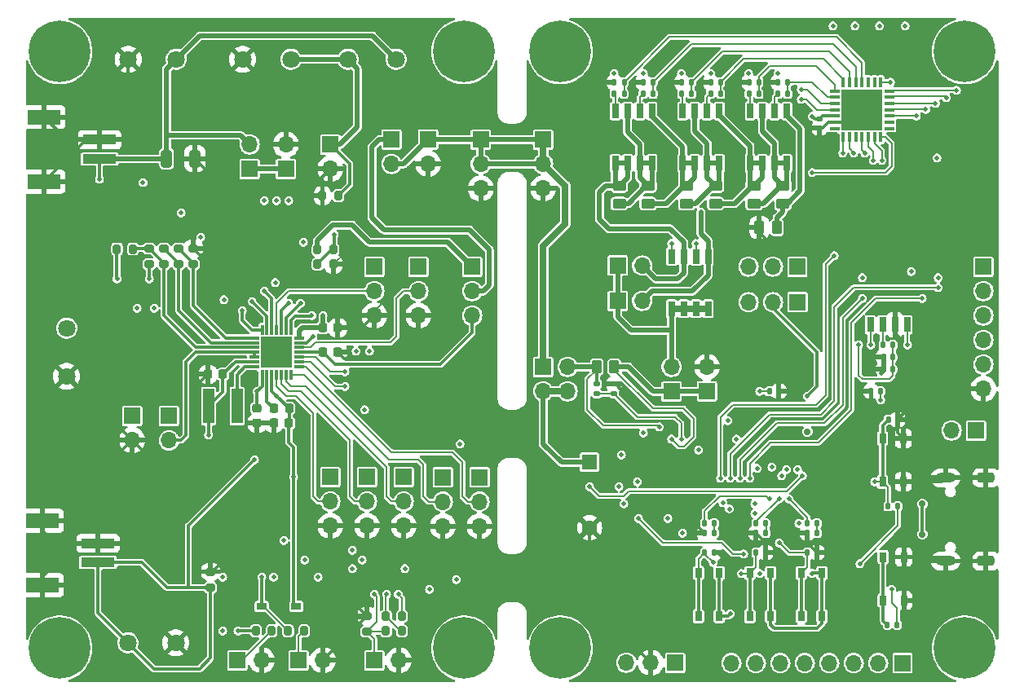
<source format=gtl>
%TF.GenerationSoftware,KiCad,Pcbnew,7.0.10*%
%TF.CreationDate,2024-05-16T19:43:21+02:00*%
%TF.ProjectId,SolarEnergyManager_v1.0,536f6c61-7245-46e6-9572-67794d616e61,rev?*%
%TF.SameCoordinates,Original*%
%TF.FileFunction,Copper,L1,Top*%
%TF.FilePolarity,Positive*%
%FSLAX46Y46*%
G04 Gerber Fmt 4.6, Leading zero omitted, Abs format (unit mm)*
G04 Created by KiCad (PCBNEW 7.0.10) date 2024-05-16 19:43:21*
%MOMM*%
%LPD*%
G01*
G04 APERTURE LIST*
G04 Aperture macros list*
%AMRoundRect*
0 Rectangle with rounded corners*
0 $1 Rounding radius*
0 $2 $3 $4 $5 $6 $7 $8 $9 X,Y pos of 4 corners*
0 Add a 4 corners polygon primitive as box body*
4,1,4,$2,$3,$4,$5,$6,$7,$8,$9,$2,$3,0*
0 Add four circle primitives for the rounded corners*
1,1,$1+$1,$2,$3*
1,1,$1+$1,$4,$5*
1,1,$1+$1,$6,$7*
1,1,$1+$1,$8,$9*
0 Add four rect primitives between the rounded corners*
20,1,$1+$1,$2,$3,$4,$5,0*
20,1,$1+$1,$4,$5,$6,$7,0*
20,1,$1+$1,$6,$7,$8,$9,0*
20,1,$1+$1,$8,$9,$2,$3,0*%
G04 Aperture macros list end*
%TA.AperFunction,ComponentPad*%
%ADD10C,6.400000*%
%TD*%
%TA.AperFunction,SMDPad,CuDef*%
%ADD11RoundRect,0.250000X0.262500X0.450000X-0.262500X0.450000X-0.262500X-0.450000X0.262500X-0.450000X0*%
%TD*%
%TA.AperFunction,ComponentPad*%
%ADD12R,1.700000X1.700000*%
%TD*%
%TA.AperFunction,ComponentPad*%
%ADD13O,1.700000X1.700000*%
%TD*%
%TA.AperFunction,SMDPad,CuDef*%
%ADD14RoundRect,0.225000X-0.225000X-0.250000X0.225000X-0.250000X0.225000X0.250000X-0.225000X0.250000X0*%
%TD*%
%TA.AperFunction,SMDPad,CuDef*%
%ADD15RoundRect,0.135000X-0.135000X-0.185000X0.135000X-0.185000X0.135000X0.185000X-0.135000X0.185000X0*%
%TD*%
%TA.AperFunction,SMDPad,CuDef*%
%ADD16RoundRect,0.147500X-0.147500X-0.172500X0.147500X-0.172500X0.147500X0.172500X-0.147500X0.172500X0*%
%TD*%
%TA.AperFunction,SMDPad,CuDef*%
%ADD17RoundRect,0.250000X-0.450000X0.262500X-0.450000X-0.262500X0.450000X-0.262500X0.450000X0.262500X0*%
%TD*%
%TA.AperFunction,SMDPad,CuDef*%
%ADD18RoundRect,0.200000X0.200000X0.275000X-0.200000X0.275000X-0.200000X-0.275000X0.200000X-0.275000X0*%
%TD*%
%TA.AperFunction,SMDPad,CuDef*%
%ADD19RoundRect,0.200000X0.275000X-0.200000X0.275000X0.200000X-0.275000X0.200000X-0.275000X-0.200000X0*%
%TD*%
%TA.AperFunction,SMDPad,CuDef*%
%ADD20R,0.700000X1.525000*%
%TD*%
%TA.AperFunction,SMDPad,CuDef*%
%ADD21RoundRect,0.200000X-0.200000X-0.275000X0.200000X-0.275000X0.200000X0.275000X-0.200000X0.275000X0*%
%TD*%
%TA.AperFunction,SMDPad,CuDef*%
%ADD22RoundRect,0.250000X-0.262500X-0.450000X0.262500X-0.450000X0.262500X0.450000X-0.262500X0.450000X0*%
%TD*%
%TA.AperFunction,SMDPad,CuDef*%
%ADD23RoundRect,0.147500X0.147500X0.172500X-0.147500X0.172500X-0.147500X-0.172500X0.147500X-0.172500X0*%
%TD*%
%TA.AperFunction,SMDPad,CuDef*%
%ADD24RoundRect,0.135000X0.135000X0.185000X-0.135000X0.185000X-0.135000X-0.185000X0.135000X-0.185000X0*%
%TD*%
%TA.AperFunction,SMDPad,CuDef*%
%ADD25RoundRect,0.218750X-0.218750X-0.256250X0.218750X-0.256250X0.218750X0.256250X-0.218750X0.256250X0*%
%TD*%
%TA.AperFunction,SMDPad,CuDef*%
%ADD26R,1.050000X0.350000*%
%TD*%
%TA.AperFunction,SMDPad,CuDef*%
%ADD27R,0.350000X1.050000*%
%TD*%
%TA.AperFunction,SMDPad,CuDef*%
%ADD28R,4.200000X4.200000*%
%TD*%
%TA.AperFunction,SMDPad,CuDef*%
%ADD29RoundRect,0.140000X-0.140000X-0.170000X0.140000X-0.170000X0.140000X0.170000X-0.140000X0.170000X0*%
%TD*%
%TA.AperFunction,SMDPad,CuDef*%
%ADD30R,0.750000X1.000000*%
%TD*%
%TA.AperFunction,SMDPad,CuDef*%
%ADD31R,0.300000X1.000000*%
%TD*%
%TA.AperFunction,SMDPad,CuDef*%
%ADD32R,1.000000X0.300000*%
%TD*%
%TA.AperFunction,SMDPad,CuDef*%
%ADD33R,3.250000X3.250000*%
%TD*%
%TA.AperFunction,ComponentPad*%
%ADD34R,1.600000X1.600000*%
%TD*%
%TA.AperFunction,ComponentPad*%
%ADD35C,1.600000*%
%TD*%
%TA.AperFunction,SMDPad,CuDef*%
%ADD36RoundRect,0.225000X0.225000X0.250000X-0.225000X0.250000X-0.225000X-0.250000X0.225000X-0.250000X0*%
%TD*%
%TA.AperFunction,SMDPad,CuDef*%
%ADD37RoundRect,0.250000X-0.325000X-0.650000X0.325000X-0.650000X0.325000X0.650000X-0.325000X0.650000X0*%
%TD*%
%TA.AperFunction,SMDPad,CuDef*%
%ADD38R,0.700000X1.600000*%
%TD*%
%TA.AperFunction,SMDPad,CuDef*%
%ADD39RoundRect,0.140000X0.140000X0.170000X-0.140000X0.170000X-0.140000X-0.170000X0.140000X-0.170000X0*%
%TD*%
%TA.AperFunction,SMDPad,CuDef*%
%ADD40R,3.505200X0.990600*%
%TD*%
%TA.AperFunction,SMDPad,CuDef*%
%ADD41R,3.403600X1.498600*%
%TD*%
%TA.AperFunction,SMDPad,CuDef*%
%ADD42RoundRect,0.140000X-0.170000X0.140000X-0.170000X-0.140000X0.170000X-0.140000X0.170000X0.140000X0*%
%TD*%
%TA.AperFunction,SMDPad,CuDef*%
%ADD43R,1.150000X3.600000*%
%TD*%
%TA.AperFunction,SMDPad,CuDef*%
%ADD44RoundRect,0.135000X-0.185000X0.135000X-0.185000X-0.135000X0.185000X-0.135000X0.185000X0.135000X0*%
%TD*%
%TA.AperFunction,ComponentPad*%
%ADD45C,1.803400*%
%TD*%
%TA.AperFunction,SMDPad,CuDef*%
%ADD46R,1.050000X0.750000*%
%TD*%
%TA.AperFunction,SMDPad,CuDef*%
%ADD47RoundRect,0.135000X0.185000X-0.135000X0.185000X0.135000X-0.185000X0.135000X-0.185000X-0.135000X0*%
%TD*%
%TA.AperFunction,SMDPad,CuDef*%
%ADD48RoundRect,0.225000X-0.250000X0.225000X-0.250000X-0.225000X0.250000X-0.225000X0.250000X0.225000X0*%
%TD*%
%TA.AperFunction,ComponentPad*%
%ADD49O,2.100000X1.000000*%
%TD*%
%TA.AperFunction,ComponentPad*%
%ADD50RoundRect,0.250000X-0.650000X0.250000X-0.650000X-0.250000X0.650000X-0.250000X0.650000X0.250000X0*%
%TD*%
%TA.AperFunction,ViaPad*%
%ADD51C,0.500000*%
%TD*%
%TA.AperFunction,ViaPad*%
%ADD52C,0.700000*%
%TD*%
%TA.AperFunction,Conductor*%
%ADD53C,0.200000*%
%TD*%
%TA.AperFunction,Conductor*%
%ADD54C,0.300000*%
%TD*%
%TA.AperFunction,Conductor*%
%ADD55C,0.500000*%
%TD*%
%TA.AperFunction,Conductor*%
%ADD56C,0.700000*%
%TD*%
G04 APERTURE END LIST*
D10*
%TO.P,Ha1,1,1*%
%TO.N,unconnected-(Ha1-Pad1)*%
X91000000Y-80000000D03*
%TD*%
D11*
%TO.P,RLS6,1*%
%TO.N,/LoadCircuit/Rs5_O*%
X165504500Y-98298000D03*
%TO.P,RLS6,2*%
%TO.N,GND*%
X163679500Y-98298000D03*
%TD*%
D12*
%TO.P,P_CFG1,1,Pin_1*%
%TO.N,/AEM10941/BUCK*%
X122936000Y-124221000D03*
D13*
%TO.P,P_CFG1,2,Pin_2*%
%TO.N,/AEM10941/CFG1*%
X122936000Y-126761000D03*
%TO.P,P_CFG1,3,Pin_3*%
%TO.N,GND*%
X122936000Y-129301000D03*
%TD*%
D14*
%TO.P,CHV1,1*%
%TO.N,/AEM10941/HVOUT*%
X118351000Y-108712000D03*
%TO.P,CHV1,2*%
%TO.N,GND*%
X119901000Y-108712000D03*
%TD*%
D15*
%TO.P,R621,1*%
%TO.N,GND*%
X155612000Y-83200000D03*
%TO.P,R621,2*%
%TO.N,/GPB2*%
X156632000Y-83200000D03*
%TD*%
D16*
%TO.P,USB_LED1,1,K*%
%TO.N,GND*%
X175283000Y-115316000D03*
%TO.P,USB_LED1,2,A*%
%TO.N,Net-(USB_LED1-A)*%
X176253000Y-115316000D03*
%TD*%
D17*
%TO.P,RLS2,1*%
%TO.N,/LoadCircuit/Rs1_O*%
X156122000Y-93987500D03*
%TO.P,RLS2,2*%
%TO.N,/LoadCircuit/Rs2_O*%
X156122000Y-95812500D03*
%TD*%
D18*
%TO.P,R7,1*%
%TO.N,/AEM10941/FB_PRIM_U*%
X126555000Y-140208000D03*
%TO.P,R7,2*%
%TO.N,/AEM10941/FB_PRIM_D*%
X124905000Y-140208000D03*
%TD*%
D19*
%TO.P,R26,1*%
%TO.N,/AEM10941/FB_PRIM_D*%
X122936000Y-140271000D03*
%TO.P,R26,2*%
%TO.N,GND*%
X122936000Y-138621000D03*
%TD*%
D12*
%TO.P,J_RST2,1,Pin_1*%
%TO.N,Net-(J_RST2-Pin_1)*%
X115824000Y-143256000D03*
D13*
%TO.P,J_RST2,2,Pin_2*%
%TO.N,GND*%
X118364000Y-143256000D03*
%TD*%
D12*
%TO.P,P_ENHV1,1,Pin_1*%
%TO.N,/AEM10941/BUCK*%
X128270000Y-102377000D03*
D13*
%TO.P,P_ENHV1,2,Pin_2*%
%TO.N,/AEM10941/ENHV*%
X128270000Y-104917000D03*
%TO.P,P_ENHV1,3,Pin_3*%
%TO.N,GND*%
X128270000Y-107457000D03*
%TD*%
D20*
%TO.P,Q606,1,S1*%
%TO.N,/LoadCircuit/Rs5_O*%
X166527000Y-86188000D03*
%TO.P,Q606,2,G1*%
%TO.N,/LoadCircuit/GateSer5*%
X165257000Y-86188000D03*
%TO.P,Q606,3,S2*%
%TO.N,/LoadCircuit/Rs4_O*%
X163987000Y-86188000D03*
%TO.P,Q606,4,G2*%
%TO.N,/LoadCircuit/GateSer4*%
X162717000Y-86188000D03*
%TO.P,Q606,5,D2_1*%
%TO.N,/LoadCircuit/Rs3_O*%
X162717000Y-91612000D03*
%TO.P,Q606,6,D2_2*%
X163987000Y-91612000D03*
%TO.P,Q606,7,D1_1*%
%TO.N,/LoadCircuit/Rs4_O*%
X165257000Y-91612000D03*
%TO.P,Q606,8,D1_2*%
X166527000Y-91612000D03*
%TD*%
D12*
%TO.P,J_RST1,1,Pin_1*%
%TO.N,Net-(J_RST1-Pin_1)*%
X109474000Y-143256000D03*
D13*
%TO.P,J_RST1,2,Pin_2*%
%TO.N,GND*%
X112014000Y-143256000D03*
%TD*%
D12*
%TO.P,J201,1,Pin_1*%
%TO.N,/RP2040/SWCLK*%
X154940000Y-143510000D03*
D13*
%TO.P,J201,2,Pin_2*%
%TO.N,GND*%
X152400000Y-143510000D03*
%TO.P,J201,3,Pin_3*%
%TO.N,/RP2040/SWDIO*%
X149860000Y-143510000D03*
%TD*%
D21*
%TO.P,R5,1*%
%TO.N,/AEM10941/FB_HV*%
X117793000Y-102108000D03*
%TO.P,R5,2*%
%TO.N,GND*%
X119443000Y-102108000D03*
%TD*%
D22*
%TO.P,RsA3,1*%
%TO.N,/V_Loads*%
X146788500Y-112776000D03*
%TO.P,RsA3,2*%
%TO.N,/s_1B_N*%
X148613500Y-112776000D03*
%TD*%
D23*
%TO.P,D201,1,K*%
%TO.N,Net-(D201-K)*%
X158981000Y-129032000D03*
%TO.P,D201,2,A*%
%TO.N,/RP2040/MCU_GPIO23*%
X158011000Y-129032000D03*
%TD*%
D15*
%TO.P,R620,1*%
%TO.N,GND*%
X151612000Y-83200000D03*
%TO.P,R620,2*%
%TO.N,/GPB1*%
X152632000Y-83200000D03*
%TD*%
D12*
%TO.P,SC_T_1,1,Pin_1*%
%TO.N,/AEM_OUT*%
X141224000Y-112776000D03*
D13*
%TO.P,SC_T_1,2,Pin_2*%
%TO.N,/V_Loads*%
X143764000Y-112776000D03*
%TO.P,SC_T_1,3,Pin_3*%
%TO.N,Net-(SC_T_1-Pin_3)*%
X141224000Y-115316000D03*
%TO.P,SC_T_1,4,Pin_4*%
X143764000Y-115316000D03*
%TD*%
D24*
%TO.P,R401,1*%
%TO.N,/3v3_Sec*%
X177548000Y-110490000D03*
%TO.P,R401,2*%
%TO.N,Net-(IC401-VDD)*%
X176528000Y-110490000D03*
%TD*%
D12*
%TO.P,PrbV3,1,Pin_1*%
%TO.N,/s_1B_N*%
X158242000Y-115311000D03*
D13*
%TO.P,PrbV3,2,Pin_2*%
%TO.N,GND*%
X158242000Y-112771000D03*
%TD*%
D15*
%TO.P,R616,1*%
%TO.N,/LoadCircuit/GateSer3*%
X158612000Y-84400000D03*
%TO.P,R616,2*%
%TO.N,/GPB3*%
X159632000Y-84400000D03*
%TD*%
D17*
%TO.P,RLS5,1*%
%TO.N,/LoadCircuit/Rs4_O*%
X166122000Y-93987500D03*
%TO.P,RLS5,2*%
%TO.N,/LoadCircuit/Rs5_O*%
X166122000Y-95812500D03*
%TD*%
D25*
%TO.P,LBUCK1,1,1*%
%TO.N,/AEM10941/SWBUCK*%
X113258500Y-117094000D03*
%TO.P,LBUCK1,2,2*%
%TO.N,/AEM10941/BUCK*%
X114833500Y-117094000D03*
%TD*%
D17*
%TO.P,RLS3,1*%
%TO.N,/LoadCircuit/Rs2_O*%
X159122000Y-93987500D03*
%TO.P,RLS3,2*%
%TO.N,/LoadCircuit/Rs3_O*%
X159122000Y-95812500D03*
%TD*%
D24*
%TO.P,R212,1*%
%TO.N,GND*%
X169674000Y-132080000D03*
%TO.P,R212,2*%
%TO.N,/RP2040/MCU_GPIO10*%
X168654000Y-132080000D03*
%TD*%
D26*
%TO.P,IC403,1,GPB4*%
%TO.N,/GPB4*%
X171476000Y-84100000D03*
%TO.P,IC403,2,GPB5*%
%TO.N,/GPB5*%
X171476000Y-84750000D03*
%TO.P,IC403,3,GPB6*%
%TO.N,/Gate_R_Load*%
X171476000Y-85400000D03*
%TO.P,IC403,4,GPB7*%
%TO.N,/Gate_C_Load*%
X171476000Y-86050000D03*
%TO.P,IC403,5,VDD*%
%TO.N,/3v3_Sec*%
X171476000Y-86700000D03*
%TO.P,IC403,6,VSS*%
%TO.N,GND*%
X171476000Y-87350000D03*
%TO.P,IC403,7,NC_1*%
%TO.N,unconnected-(IC403-NC_1-Pad7)*%
X171476000Y-88000000D03*
D27*
%TO.P,IC403,8,SCL*%
%TO.N,/GPIO21{slash}I2C0_SCL*%
X172376000Y-88900000D03*
%TO.P,IC403,9,SDA*%
%TO.N,/GPIO20{slash}I2C0_SDA*%
X173026000Y-88900000D03*
%TO.P,IC403,10,NC_2*%
%TO.N,unconnected-(IC403-NC_2-Pad10)*%
X173676000Y-88900000D03*
%TO.P,IC403,11,A0*%
%TO.N,/Secondary_ICs/MCP_A0*%
X174326000Y-88900000D03*
%TO.P,IC403,12,A1*%
%TO.N,/Secondary_ICs/MCP_A1*%
X174976000Y-88900000D03*
%TO.P,IC403,13,A2*%
%TO.N,/Secondary_ICs/MCP_A2*%
X175626000Y-88900000D03*
%TO.P,IC403,14,~{RESET}*%
%TO.N,/3v3_Sec*%
X176276000Y-88900000D03*
D26*
%TO.P,IC403,15,INTB*%
%TO.N,unconnected-(IC403-INTB-Pad15)*%
X177176000Y-88000000D03*
%TO.P,IC403,16,INTA*%
%TO.N,unconnected-(IC403-INTA-Pad16)*%
X177176000Y-87350000D03*
%TO.P,IC403,17,GPA0*%
%TO.N,/GPA0*%
X177176000Y-86700000D03*
%TO.P,IC403,18,GPA1*%
%TO.N,/GPA1*%
X177176000Y-86050000D03*
%TO.P,IC403,19,GPA2*%
%TO.N,/GPA2*%
X177176000Y-85400000D03*
%TO.P,IC403,20,GPA3*%
%TO.N,/GPA3*%
X177176000Y-84750000D03*
%TO.P,IC403,21,GPA4*%
%TO.N,/GPA4*%
X177176000Y-84100000D03*
D27*
%TO.P,IC403,22,GPA5*%
%TO.N,/GPA5*%
X176276000Y-83200000D03*
%TO.P,IC403,23,GPA6*%
%TO.N,/GPA6*%
X175626000Y-83200000D03*
%TO.P,IC403,24,GPA7*%
%TO.N,/GPA7*%
X174976000Y-83200000D03*
%TO.P,IC403,25,GPB0*%
%TO.N,/GPB0*%
X174326000Y-83200000D03*
%TO.P,IC403,26,GPB1*%
%TO.N,/GPB1*%
X173676000Y-83200000D03*
%TO.P,IC403,27,GPB2*%
%TO.N,/GPB2*%
X173026000Y-83200000D03*
%TO.P,IC403,28,GPB3*%
%TO.N,/GPB3*%
X172376000Y-83200000D03*
D28*
%TO.P,IC403,29,EP*%
%TO.N,GND*%
X174326000Y-86050000D03*
%TD*%
D12*
%TO.P,PrbA3,1,Pin_1*%
%TO.N,/s_1B_N*%
X154559000Y-115316000D03*
D13*
%TO.P,PrbA3,2,Pin_2*%
%TO.N,/LoadCircuit/IN*%
X154559000Y-112776000D03*
%TD*%
D29*
%TO.P,C213,1*%
%TO.N,/RP2040/MCU_RUN*%
X177066000Y-118237000D03*
%TO.P,C213,2*%
%TO.N,GND*%
X178026000Y-118237000D03*
%TD*%
D10*
%TO.P,H3,1,1*%
%TO.N,unconnected-(H3-Pad1)*%
X185000000Y-142000000D03*
%TD*%
D30*
%TO.P,S205,1,1*%
%TO.N,/3v3_MCU*%
X170180000Y-138684000D03*
%TO.P,S205,2,2*%
X170180000Y-134184000D03*
%TO.P,S205,3,3*%
%TO.N,/RP2040/MCU_GPIO10*%
X168030000Y-134184000D03*
%TO.P,S205,4,4*%
X168030000Y-138684000D03*
%TD*%
D12*
%TO.P,PrbV2,1,Pin_1*%
%TO.N,/s_3A_N*%
X114503200Y-92202000D03*
D13*
%TO.P,PrbV2,2,Pin_2*%
%TO.N,GND*%
X114503200Y-89662000D03*
%TD*%
D17*
%TO.P,RLS4,1*%
%TO.N,/LoadCircuit/Rs3_O*%
X163122000Y-93987500D03*
%TO.P,RLS4,2*%
%TO.N,/LoadCircuit/Rs4_O*%
X163122000Y-95812500D03*
%TD*%
D24*
%TO.P,R210,1*%
%TO.N,GND*%
X159006000Y-132080000D03*
%TO.P,R210,2*%
%TO.N,/RP2040/MCU_GPIO8*%
X157986000Y-132080000D03*
%TD*%
D31*
%TO.P,IC1,1,BOOST*%
%TO.N,/AEM10941/BOOST*%
X112042000Y-113610000D03*
%TO.P,IC1,2,SWBUCK*%
%TO.N,/AEM10941/SWBUCK*%
X112542000Y-113610000D03*
%TO.P,IC1,3,BUCK*%
%TO.N,/AEM10941/BUCK*%
X113042000Y-113610000D03*
%TO.P,IC1,4,CFG[2]*%
%TO.N,/AEM10941/CFG2*%
X113542000Y-113610000D03*
%TO.P,IC1,5,CFG[1]*%
%TO.N,/AEM10941/CFG1*%
X114042000Y-113610000D03*
%TO.P,IC1,6,CFG[0]*%
%TO.N,/AEM10941/CFG0*%
X114542000Y-113610000D03*
%TO.P,IC1,7,SELMPP[1]*%
%TO.N,/AEM10941/SELMPP1*%
X115042000Y-113610000D03*
D32*
%TO.P,IC1,8,SELMPP[0]*%
%TO.N,/AEM10941/SELMPP0*%
X115892000Y-112760000D03*
%TO.P,IC1,9,FB_PRIM_D*%
%TO.N,/AEM10941/FB_PRIM_D*%
X115892000Y-112260000D03*
%TO.P,IC1,10,FB_PRIM_U*%
%TO.N,/AEM10941/FB_PRIM_U*%
X115892000Y-111760000D03*
%TO.P,IC1,11,LVOUT*%
%TO.N,/AEM10941/LVOUT*%
X115892000Y-111260000D03*
%TO.P,IC1,12,ENHV*%
%TO.N,/AEM10941/ENHV*%
X115892000Y-110760000D03*
%TO.P,IC1,13,FB_HV*%
%TO.N,/AEM10941/FB_HV*%
X115892000Y-110260000D03*
%TO.P,IC1,14,HVOUT*%
%TO.N,/AEM10941/HVOUT*%
X115892000Y-109760000D03*
D31*
%TO.P,IC1,15,BAL*%
%TO.N,/AEM10941/BAL*%
X115042000Y-108910000D03*
%TO.P,IC1,16,BATT*%
%TO.N,/s_3A_P*%
X114542000Y-108910000D03*
%TO.P,IC1,17,PRIM*%
%TO.N,/AEM10941/PRIM*%
X114042000Y-108910000D03*
%TO.P,IC1,18,ENLV*%
%TO.N,/AEM10941/ENLV*%
X113542000Y-108910000D03*
%TO.P,IC1,19,STATUS[2]*%
%TO.N,/AEM10941/STATUS2*%
X113042000Y-108910000D03*
%TO.P,IC1,20,STATUS[1]*%
%TO.N,/AEM10941/STATUS1*%
X112542000Y-108910000D03*
%TO.P,IC1,21,STATUS[0]*%
%TO.N,/AEM10941/STATUS0*%
X112042000Y-108910000D03*
D32*
%TO.P,IC1,22,SET_OVCH*%
%TO.N,/AEM10941/SET_OVCH*%
X111192000Y-109760000D03*
%TO.P,IC1,23,SET_CHRDY*%
%TO.N,/AEM10941/SET_CHRDY*%
X111192000Y-110260000D03*
%TO.P,IC1,24,SET_OVDIS*%
%TO.N,/AEM10941/SET_OVDIS*%
X111192000Y-110760000D03*
%TO.P,IC1,25,SRC*%
%TO.N,/AEM10941/SRC*%
X111192000Y-111260000D03*
%TO.P,IC1,26,FB_COLD*%
X111192000Y-111760000D03*
%TO.P,IC1,27,BUFSRC*%
%TO.N,/AEM10941/BUFSRC*%
X111192000Y-112260000D03*
%TO.P,IC1,28,SWBOOST*%
%TO.N,/AEM10941/SWBOOST*%
X111192000Y-112760000D03*
D33*
%TO.P,IC1,29,EP*%
%TO.N,GND*%
X113542000Y-111260000D03*
%TD*%
D12*
%TO.P,P_CFG0,1,Pin_1*%
%TO.N,/AEM10941/BUCK*%
X126746000Y-124221000D03*
D13*
%TO.P,P_CFG0,2,Pin_2*%
%TO.N,/AEM10941/CFG0*%
X126746000Y-126761000D03*
%TO.P,P_CFG0,3,Pin_3*%
%TO.N,GND*%
X126746000Y-129301000D03*
%TD*%
D34*
%TO.P,SC1,1*%
%TO.N,Net-(SC_T_1-Pin_3)*%
X146045000Y-122682000D03*
D35*
%TO.P,SC1,2*%
%TO.N,GND*%
X146045000Y-129482000D03*
%TD*%
D14*
%TO.P,CLV1,1*%
%TO.N,/AEM10941/LVOUT*%
X118351000Y-111252000D03*
%TO.P,CLV1,2*%
%TO.N,GND*%
X119901000Y-111252000D03*
%TD*%
D15*
%TO.P,R205,1*%
%TO.N,GND*%
X163320000Y-130048000D03*
%TO.P,R205,2*%
%TO.N,Net-(D202-K)*%
X164340000Y-130048000D03*
%TD*%
D12*
%TO.P,P_ENLV1,1,Pin_1*%
%TO.N,/AEM10941/BUCK*%
X123698000Y-102362000D03*
D13*
%TO.P,P_ENLV1,2,Pin_2*%
%TO.N,/AEM10941/ENLV*%
X123698000Y-104902000D03*
%TO.P,P_ENLV1,3,Pin_3*%
%TO.N,GND*%
X123698000Y-107442000D03*
%TD*%
D36*
%TO.P,CSRC1,1*%
%TO.N,/AEM10941/BUFSRC*%
X107967000Y-113546000D03*
%TO.P,CSRC1,2*%
%TO.N,GND*%
X106417000Y-113546000D03*
%TD*%
D23*
%TO.P,VReg_LED1,1,K*%
%TO.N,GND*%
X165712000Y-115316000D03*
%TO.P,VReg_LED1,2,A*%
%TO.N,Net-(VReg_LED1-A)*%
X164742000Y-115316000D03*
%TD*%
D30*
%TO.P,S201,1,1*%
%TO.N,GND*%
X178621000Y-124714000D03*
%TO.P,S201,2,2*%
X178621000Y-120214000D03*
%TO.P,S201,3,3*%
%TO.N,/RP2040/MCU_RUN*%
X176471000Y-120214000D03*
%TO.P,S201,4,4*%
X176471000Y-124714000D03*
%TD*%
D15*
%TO.P,R204,1*%
%TO.N,GND*%
X157986000Y-130048000D03*
%TO.P,R204,2*%
%TO.N,Net-(D201-K)*%
X159006000Y-130048000D03*
%TD*%
%TO.P,R617,1*%
%TO.N,/LoadCircuit/GateSer4*%
X162612000Y-84400000D03*
%TO.P,R617,2*%
%TO.N,/GPB4*%
X163632000Y-84400000D03*
%TD*%
D12*
%TO.P,PrbA2,1,Pin_1*%
%TO.N,/s_3A_N*%
X110744000Y-92202000D03*
D13*
%TO.P,PrbA2,2,Pin_2*%
%TO.N,/AEM10941/BATT_POS*%
X110744000Y-89662000D03*
%TD*%
D20*
%TO.P,Q6S12,1,S1*%
%TO.N,/LoadCircuit/ParallelC_In*%
X158369000Y-101301000D03*
%TO.P,Q6S12,2,G1*%
%TO.N,/Gate_C_Load*%
X157099000Y-101301000D03*
%TO.P,Q6S12,3,S2*%
%TO.N,/LoadCircuit/SeriesR_In*%
X155829000Y-101301000D03*
%TO.P,Q6S12,4,G2*%
%TO.N,/Gate_R_Load*%
X154559000Y-101301000D03*
%TO.P,Q6S12,5,D2_1*%
%TO.N,/LoadCircuit/IN*%
X154559000Y-106725000D03*
%TO.P,Q6S12,6,D2_2*%
X155829000Y-106725000D03*
%TO.P,Q6S12,7,D1_1*%
X157099000Y-106725000D03*
%TO.P,Q6S12,8,D1_2*%
X158369000Y-106725000D03*
%TD*%
D37*
%TO.P,CBATT1,1*%
%TO.N,/AEM10941/BATT_POS*%
X102106200Y-91135200D03*
%TO.P,CBATT1,2*%
%TO.N,GND*%
X105056200Y-91135200D03*
%TD*%
D18*
%TO.P,R8,1*%
%TO.N,/AEM10941/BUCK*%
X126555000Y-138684000D03*
%TO.P,R8,2*%
%TO.N,/AEM10941/FB_PRIM_U*%
X124905000Y-138684000D03*
%TD*%
D38*
%TO.P,IC401,1,SCL*%
%TO.N,/GPIO21{slash}I2C0_SCL*%
X175208000Y-108384000D03*
%TO.P,IC401,2,VDD*%
%TO.N,Net-(IC401-VDD)*%
X176478000Y-108384000D03*
%TO.P,IC401,3,GND*%
%TO.N,GND*%
X177748000Y-108384000D03*
%TO.P,IC401,4,SDA*%
%TO.N,/GPIO20{slash}I2C0_SDA*%
X179018000Y-108384000D03*
%TD*%
D39*
%TO.P,C402,1*%
%TO.N,/3v3_Sec*%
X177518000Y-113030000D03*
%TO.P,C402,2*%
%TO.N,GND*%
X176558000Y-113030000D03*
%TD*%
D23*
%TO.P,D203,1,K*%
%TO.N,Net-(D203-K)*%
X169649000Y-129032000D03*
%TO.P,D203,2,A*%
%TO.N,/RP2040/MCU_GPIO25*%
X168679000Y-129032000D03*
%TD*%
D40*
%TO.P,J_BATT1,1,1*%
%TO.N,GND*%
X95157300Y-89169999D03*
%TO.P,J_BATT1,2,2*%
%TO.N,/AEM10941/BATT_POS*%
X95157300Y-91170001D03*
D41*
%TO.P,J_BATT1,3,SHIELD*%
%TO.N,GND*%
X89407299Y-86819999D03*
%TO.P,J_BATT1,4,SHIELD*%
X89407299Y-93520001D03*
%TD*%
D12*
%TO.P,USB_SRC1,1,Pin_1*%
%TO.N,Net-(IC501-VOUT)*%
X186182000Y-119380000D03*
D13*
%TO.P,USB_SRC1,2,Pin_2*%
%TO.N,/3v3_Vreg*%
X183642000Y-119380000D03*
%TD*%
D10*
%TO.P,Ha2,1,1*%
%TO.N,unconnected-(Ha2-Pad1)*%
X133000000Y-80000000D03*
%TD*%
D15*
%TO.P,R614,1*%
%TO.N,/LoadCircuit/GateSer1*%
X151612000Y-84400000D03*
%TO.P,R614,2*%
%TO.N,/GPB1*%
X152632000Y-84400000D03*
%TD*%
D42*
%TO.P,C404,1*%
%TO.N,/3v3_Sec*%
X169926000Y-87023000D03*
%TO.P,C404,2*%
%TO.N,GND*%
X169926000Y-87983000D03*
%TD*%
D15*
%TO.P,R206,1*%
%TO.N,GND*%
X168654000Y-130048000D03*
%TO.P,R206,2*%
%TO.N,Net-(D203-K)*%
X169674000Y-130048000D03*
%TD*%
D43*
%TO.P,LBOOST1,1,1*%
%TO.N,/AEM10941/SWBOOST*%
X109429000Y-116848000D03*
%TO.P,LBOOST1,2,2*%
%TO.N,/AEM10941/BUFSRC*%
X106479000Y-116848000D03*
%TD*%
D12*
%TO.P,VRegT2,1,Pin_1*%
%TO.N,Net-(IC502-VOUT)*%
X167640000Y-106045000D03*
D13*
%TO.P,VRegT2,2,Pin_2*%
%TO.N,/3v3_Vreg*%
X165100000Y-106045000D03*
%TO.P,VRegT2,3,Pin_3*%
%TO.N,Net-(VRegT1-Pin_3)*%
X162560000Y-106045000D03*
%TD*%
D12*
%TO.P,P30,1,Pin_1*%
%TO.N,/AEM10941/BAL*%
X119126000Y-89662000D03*
D13*
%TO.P,P30,2,Pin_2*%
%TO.N,GND*%
X119126000Y-92202000D03*
%TD*%
D40*
%TO.P,J_PRIM1,1,1*%
%TO.N,GND*%
X94996000Y-131095998D03*
%TO.P,J_PRIM1,2,2*%
%TO.N,/AEM10941/PRIM*%
X94996000Y-133096000D03*
D41*
%TO.P,J_PRIM1,3,SHIELD*%
%TO.N,GND*%
X89245999Y-128745998D03*
%TO.P,J_PRIM1,4,SHIELD*%
X89245999Y-135446000D03*
%TD*%
D12*
%TO.P,PrbA1,1,Pin_1*%
%TO.N,/s_1A_N*%
X102362000Y-117861000D03*
D13*
%TO.P,PrbA1,2,Pin_2*%
%TO.N,/AEM10941/SRC*%
X102362000Y-120401000D03*
%TD*%
D19*
%TO.P,R29,1*%
%TO.N,/AEM10941/PRIM*%
X106680000Y-135699000D03*
%TO.P,R29,2*%
%TO.N,GND*%
X106680000Y-134049000D03*
%TD*%
D36*
%TO.P,CBUCK1,1*%
%TO.N,/AEM10941/BUCK*%
X114821000Y-118618000D03*
%TO.P,CBUCK1,2*%
%TO.N,GND*%
X113271000Y-118618000D03*
%TD*%
D21*
%TO.P,R25,1*%
%TO.N,/AEM10941/BUCK*%
X96965000Y-100521000D03*
%TO.P,R25,2*%
%TO.N,/AEM10941/SET_OVDIS*%
X98615000Y-100521000D03*
%TD*%
D44*
%TO.P,RVd3,1*%
%TO.N,/V_Loads*%
X146812000Y-114552000D03*
%TO.P,RVd3,2*%
%TO.N,/s_2B_P*%
X146812000Y-115572000D03*
%TD*%
D45*
%TO.P,J_SRC1,1,1*%
%TO.N,/s_1A_P*%
X91737299Y-108752000D03*
%TO.P,J_SRC1,2,2*%
%TO.N,GND*%
X91737299Y-113752000D03*
%TD*%
D15*
%TO.P,R618,1*%
%TO.N,/LoadCircuit/GateSer5*%
X165612000Y-84400000D03*
%TO.P,R618,2*%
%TO.N,/GPB5*%
X166632000Y-84400000D03*
%TD*%
D19*
%TO.P,R4,1*%
%TO.N,/AEM10941/BOOST*%
X100330000Y-102108000D03*
%TO.P,R4,2*%
%TO.N,/AEM10941/SET_OVDIS*%
X100330000Y-100458000D03*
%TD*%
D15*
%TO.P,R624,1*%
%TO.N,GND*%
X165612000Y-83200000D03*
%TO.P,R624,2*%
%TO.N,/GPB5*%
X166632000Y-83200000D03*
%TD*%
D45*
%TO.P,J_SC1,1,1*%
%TO.N,/AEM10941/BATT_POS*%
X125944000Y-80815299D03*
%TO.P,J_SC1,2,2*%
%TO.N,/AEM10941/BAL*%
X120944000Y-80815299D03*
%TD*%
D19*
%TO.P,R3,1*%
%TO.N,/AEM10941/SET_OVDIS*%
X101854000Y-102108000D03*
%TO.P,R3,2*%
%TO.N,/AEM10941/SET_CHRDY*%
X101854000Y-100458000D03*
%TD*%
D12*
%TO.P,P_CFG2,1,Pin_1*%
%TO.N,/AEM10941/BUCK*%
X119126000Y-124221000D03*
D13*
%TO.P,P_CFG2,2,Pin_2*%
%TO.N,/AEM10941/CFG2*%
X119126000Y-126761000D03*
%TO.P,P_CFG2,3,Pin_3*%
%TO.N,GND*%
X119126000Y-129301000D03*
%TD*%
D24*
%TO.P,R211,1*%
%TO.N,GND*%
X164340000Y-132080000D03*
%TO.P,R211,2*%
%TO.N,/RP2040/MCU_GPIO9*%
X163320000Y-132080000D03*
%TD*%
D15*
%TO.P,R622,1*%
%TO.N,GND*%
X158612000Y-83200000D03*
%TO.P,R622,2*%
%TO.N,/GPB3*%
X159632000Y-83200000D03*
%TD*%
D12*
%TO.P,PrbV1,1,Pin_1*%
%TO.N,/s_1A_P*%
X98552000Y-117856000D03*
D13*
%TO.P,PrbV1,2,Pin_2*%
%TO.N,GND*%
X98552000Y-120396000D03*
%TD*%
D15*
%TO.P,R615,1*%
%TO.N,/LoadCircuit/GateSer2*%
X155612000Y-84400000D03*
%TO.P,R615,2*%
%TO.N,/GPB2*%
X156632000Y-84400000D03*
%TD*%
D12*
%TO.P,J203,1,Pin_1*%
%TO.N,/RP2040/MCU_GPIO0*%
X178547000Y-143535000D03*
D13*
%TO.P,J203,2,Pin_2*%
%TO.N,/RP2040/MCU_GPIO1*%
X176007000Y-143535000D03*
%TO.P,J203,3,Pin_3*%
%TO.N,/RP2040/MCU_GPIO2*%
X173467000Y-143535000D03*
%TO.P,J203,4,Pin_4*%
%TO.N,/RP2040/MCU_GPIO3*%
X170927000Y-143535000D03*
%TO.P,J203,5,Pin_5*%
%TO.N,/RP2040/MCU_GPIO4*%
X168387000Y-143535000D03*
%TO.P,J203,6,Pin_6*%
%TO.N,/RP2040/MCU_GPIO5*%
X165847000Y-143535000D03*
%TO.P,J203,7,Pin_7*%
%TO.N,/RP2040/MCU_GPIO6*%
X163307000Y-143535000D03*
%TO.P,J203,8,Pin_8*%
%TO.N,/RP2040/MCU_GPIO7*%
X160767000Y-143535000D03*
%TD*%
D30*
%TO.P,S204,1,1*%
%TO.N,/3v3_MCU*%
X164846000Y-138684000D03*
%TO.P,S204,2,2*%
X164846000Y-134184000D03*
%TO.P,S204,3,3*%
%TO.N,/RP2040/MCU_GPIO9*%
X162696000Y-134184000D03*
%TO.P,S204,4,4*%
X162696000Y-138684000D03*
%TD*%
D17*
%TO.P,RLS1,1*%
%TO.N,/LoadCircuit/Rs0_O*%
X152122000Y-93987500D03*
%TO.P,RLS1,2*%
%TO.N,/LoadCircuit/Rs1_O*%
X152122000Y-95812500D03*
%TD*%
D24*
%TO.P,R207,1*%
%TO.N,/3v3_MCU*%
X178056000Y-127254000D03*
%TO.P,R207,2*%
%TO.N,/RP2040/MCU_RUN*%
X177036000Y-127254000D03*
%TD*%
D15*
%TO.P,R619,1*%
%TO.N,GND*%
X148612000Y-83200000D03*
%TO.P,R619,2*%
%TO.N,/GPB0*%
X149632000Y-83200000D03*
%TD*%
D10*
%TO.P,H1,1,1*%
%TO.N,unconnected-(H1-Pad1)*%
X143000000Y-80000000D03*
%TD*%
D46*
%TO.P,D1,1,K*%
%TO.N,/AEM10941/BOOST*%
X111992000Y-137668000D03*
%TO.P,D1,2,A*%
%TO.N,/AEM10941/BUCK*%
X115592000Y-137668000D03*
%TD*%
D12*
%TO.P,VRegT1,1,Pin_1*%
%TO.N,Net-(IC502-VIN)*%
X167625000Y-102362000D03*
D13*
%TO.P,VRegT1,2,Pin_2*%
%TO.N,/V_Loads*%
X165085000Y-102362000D03*
%TO.P,VRegT1,3,Pin_3*%
%TO.N,Net-(VRegT1-Pin_3)*%
X162545000Y-102362000D03*
%TD*%
D10*
%TO.P,Ha3,1,1*%
%TO.N,unconnected-(Ha3-Pad1)*%
X133000000Y-142000000D03*
%TD*%
D15*
%TO.P,R613,1*%
%TO.N,/LoadCircuit/GateSer0*%
X148612000Y-84400000D03*
%TO.P,R613,2*%
%TO.N,/GPB0*%
X149632000Y-84400000D03*
%TD*%
D47*
%TO.P,RsV3,1*%
%TO.N,/s_2B_P*%
X148590000Y-115572000D03*
%TO.P,RsV3,2*%
%TO.N,GND*%
X148590000Y-114552000D03*
%TD*%
D23*
%TO.P,D202,1,K*%
%TO.N,Net-(D202-K)*%
X164315000Y-129032000D03*
%TO.P,D202,2,A*%
%TO.N,/RP2040/MCU_GPIO24*%
X163345000Y-129032000D03*
%TD*%
D39*
%TO.P,C401,1*%
%TO.N,/3v3_Sec*%
X177518000Y-111760000D03*
%TO.P,C401,2*%
%TO.N,GND*%
X176558000Y-111760000D03*
%TD*%
D12*
%TO.P,J202,1,Pin_1*%
%TO.N,/RP2040/MCU_ADC0*%
X186944000Y-102362000D03*
D13*
%TO.P,J202,2,Pin_2*%
%TO.N,/RP2040/MCU_ADC1*%
X186944000Y-104902000D03*
%TO.P,J202,3,Pin_3*%
%TO.N,/GPIO28{slash}ADC2*%
X186944000Y-107442000D03*
%TO.P,J202,4,Pin_4*%
%TO.N,/GPIO29{slash}ADC3*%
X186944000Y-109982000D03*
%TO.P,J202,5,Pin_5*%
%TO.N,/3v3_Vreg*%
X186944000Y-112522000D03*
%TO.P,J202,6,Pin_6*%
%TO.N,GND*%
X186944000Y-115062000D03*
%TD*%
D12*
%TO.P,C_Load1,1,Pin_1*%
%TO.N,/LoadCircuit/IN*%
X148971000Y-105918000D03*
D13*
%TO.P,C_Load1,2,Pin_2*%
%TO.N,/LoadCircuit/ParallelC_In*%
X151511000Y-105918000D03*
%TD*%
D12*
%TO.P,J_AEM_OUT1,1,Pin_1*%
%TO.N,/AEM_OUT*%
X134747000Y-89154000D03*
D13*
%TO.P,J_AEM_OUT1,2,Pin_2*%
X134747000Y-91694000D03*
%TO.P,J_AEM_OUT1,3,Pin_3*%
%TO.N,GND*%
X134747000Y-94234000D03*
%TD*%
D12*
%TO.P,LDO1,1,Pin_1*%
%TO.N,/AEM10941/HVOUT*%
X133858000Y-102362000D03*
D13*
%TO.P,LDO1,2,Pin_2*%
%TO.N,Net-(LDO1-Pin_2)*%
X133858000Y-104902000D03*
%TO.P,LDO1,3,Pin_3*%
%TO.N,/AEM10941/LVOUT*%
X133858000Y-107442000D03*
%TD*%
D12*
%TO.P,J_AEM_OUT2,1,Pin_1*%
%TO.N,/AEM_OUT*%
X141224000Y-89154000D03*
D13*
%TO.P,J_AEM_OUT2,2,Pin_2*%
X141224000Y-91694000D03*
%TO.P,J_AEM_OUT2,3,Pin_3*%
%TO.N,GND*%
X141224000Y-94234000D03*
%TD*%
D12*
%TO.P,P_SELMPP1,1,Pin_1*%
%TO.N,/AEM10941/BUCK*%
X130810000Y-124236000D03*
D13*
%TO.P,P_SELMPP1,2,Pin_2*%
%TO.N,/AEM10941/SELMPP1*%
X130810000Y-126776000D03*
%TO.P,P_SELMPP1,3,Pin_3*%
%TO.N,GND*%
X130810000Y-129316000D03*
%TD*%
D12*
%TO.P,P_SELMPP0,1,Pin_1*%
%TO.N,/AEM10941/BUCK*%
X134620000Y-124236000D03*
D13*
%TO.P,P_SELMPP0,2,Pin_2*%
%TO.N,/AEM10941/SELMPP0*%
X134620000Y-126776000D03*
%TO.P,P_SELMPP0,3,Pin_3*%
%TO.N,GND*%
X134620000Y-129316000D03*
%TD*%
D30*
%TO.P,S202,1,1*%
%TO.N,GND*%
X178680000Y-137026000D03*
%TO.P,S202,2,2*%
X178680000Y-132526000D03*
%TO.P,S202,3,3*%
%TO.N,Net-(R208-Pad1)*%
X176530000Y-132526000D03*
%TO.P,S202,4,4*%
X176530000Y-137026000D03*
%TD*%
D12*
%TO.P,PrbA_AEM1,1,Pin_1*%
%TO.N,Net-(LDO1-Pin_2)*%
X125476000Y-89149000D03*
D13*
%TO.P,PrbA_AEM1,2,Pin_2*%
%TO.N,/AEM_OUT*%
X125476000Y-91689000D03*
%TD*%
D45*
%TO.P,J_PRIM2,1,1*%
%TO.N,/AEM10941/PRIM*%
X98084000Y-141434701D03*
%TO.P,J_PRIM2,2,2*%
%TO.N,GND*%
X103084000Y-141434701D03*
%TD*%
D19*
%TO.P,R2,1*%
%TO.N,/AEM10941/SET_CHRDY*%
X103378000Y-102108000D03*
%TO.P,R2,2*%
%TO.N,/AEM10941/SET_OVCH*%
X103378000Y-100458000D03*
%TD*%
D48*
%TO.P,CBOOST1,1*%
%TO.N,/AEM10941/BOOST*%
X111506000Y-117081000D03*
%TO.P,CBOOST1,2*%
%TO.N,GND*%
X111506000Y-118631000D03*
%TD*%
D12*
%TO.P,PrbV_AEM1,1,Pin_1*%
%TO.N,/AEM_OUT*%
X129286000Y-89149000D03*
D13*
%TO.P,PrbV_AEM1,2,Pin_2*%
%TO.N,GND*%
X129286000Y-91689000D03*
%TD*%
D21*
%TO.P,R28,1*%
%TO.N,/AEM10941/BUFSRC*%
X111380000Y-140208000D03*
%TO.P,R28,2*%
%TO.N,Net-(J_RST1-Pin_1)*%
X113030000Y-140208000D03*
%TD*%
D12*
%TO.P,R_Load1,1,Pin_1*%
%TO.N,/LoadCircuit/IN*%
X148971000Y-102235000D03*
D13*
%TO.P,R_Load1,2,Pin_2*%
%TO.N,/LoadCircuit/SeriesR_In*%
X151511000Y-102235000D03*
%TD*%
D18*
%TO.P,R30,1*%
%TO.N,/AEM10941/BAL*%
X119951000Y-94996000D03*
%TO.P,R30,2*%
%TO.N,GND*%
X118301000Y-94996000D03*
%TD*%
D12*
%TO.P,P26,1,Pin_1*%
%TO.N,/AEM10941/FB_PRIM_D*%
X123698000Y-143256000D03*
D13*
%TO.P,P26,2,Pin_2*%
%TO.N,GND*%
X126238000Y-143256000D03*
%TD*%
D21*
%TO.P,R6,1*%
%TO.N,/AEM10941/HVOUT*%
X117793000Y-100584000D03*
%TO.P,R6,2*%
%TO.N,/AEM10941/FB_HV*%
X119443000Y-100584000D03*
%TD*%
D45*
%TO.P,J_SC2,1,1*%
%TO.N,/AEM10941/BAL*%
X115022000Y-80815299D03*
%TO.P,J_SC2,2,2*%
%TO.N,GND*%
X110022000Y-80815299D03*
%TD*%
D30*
%TO.P,S203,1,1*%
%TO.N,/3v3_MCU*%
X159512000Y-138684000D03*
%TO.P,S203,2,2*%
X159512000Y-134184000D03*
%TO.P,S203,3,3*%
%TO.N,/RP2040/MCU_GPIO8*%
X157362000Y-134184000D03*
%TO.P,S203,4,4*%
X157362000Y-138684000D03*
%TD*%
D10*
%TO.P,H4,1,1*%
%TO.N,unconnected-(H4-Pad1)*%
X143000000Y-142000000D03*
%TD*%
D21*
%TO.P,R27,1*%
%TO.N,/AEM10941/BOOST*%
X114745000Y-140208000D03*
%TO.P,R27,2*%
%TO.N,Net-(J_RST2-Pin_1)*%
X116395000Y-140208000D03*
%TD*%
D19*
%TO.P,R1,1*%
%TO.N,/AEM10941/SET_OVCH*%
X104902000Y-102108000D03*
%TO.P,R1,2*%
%TO.N,GND*%
X104902000Y-100458000D03*
%TD*%
D20*
%TO.P,Q604,1,S1*%
%TO.N,/LoadCircuit/Rs1_O*%
X152527000Y-86188000D03*
%TO.P,Q604,2,G1*%
%TO.N,/LoadCircuit/GateSer1*%
X151257000Y-86188000D03*
%TO.P,Q604,3,S2*%
%TO.N,/LoadCircuit/Rs0_O*%
X149987000Y-86188000D03*
%TO.P,Q604,4,G2*%
%TO.N,/LoadCircuit/GateSer0*%
X148717000Y-86188000D03*
%TO.P,Q604,5,D2_1*%
%TO.N,/LoadCircuit/SeriesR_In*%
X148717000Y-91612000D03*
%TO.P,Q604,6,D2_2*%
X149987000Y-91612000D03*
%TO.P,Q604,7,D1_1*%
%TO.N,/LoadCircuit/Rs0_O*%
X151257000Y-91612000D03*
%TO.P,Q604,8,D1_2*%
X152527000Y-91612000D03*
%TD*%
D45*
%TO.P,J_BATT2,1,1*%
%TO.N,/AEM10941/BATT_POS*%
X103124000Y-80815299D03*
%TO.P,J_BATT2,2,2*%
%TO.N,GND*%
X98124000Y-80815299D03*
%TD*%
D15*
%TO.P,R623,1*%
%TO.N,GND*%
X162612000Y-83200000D03*
%TO.P,R623,2*%
%TO.N,/GPB4*%
X163632000Y-83200000D03*
%TD*%
D17*
%TO.P,RLS0,1*%
%TO.N,/LoadCircuit/SeriesR_In*%
X149122000Y-93987500D03*
%TO.P,RLS0,2*%
%TO.N,/LoadCircuit/Rs0_O*%
X149122000Y-95812500D03*
%TD*%
D20*
%TO.P,Q605,1,S1*%
%TO.N,/LoadCircuit/Rs3_O*%
X159527000Y-86188000D03*
%TO.P,Q605,2,G1*%
%TO.N,/LoadCircuit/GateSer3*%
X158257000Y-86188000D03*
%TO.P,Q605,3,S2*%
%TO.N,/LoadCircuit/Rs2_O*%
X156987000Y-86188000D03*
%TO.P,Q605,4,G2*%
%TO.N,/LoadCircuit/GateSer2*%
X155717000Y-86188000D03*
%TO.P,Q605,5,D2_1*%
%TO.N,/LoadCircuit/Rs1_O*%
X155717000Y-91612000D03*
%TO.P,Q605,6,D2_2*%
X156987000Y-91612000D03*
%TO.P,Q605,7,D1_1*%
%TO.N,/LoadCircuit/Rs2_O*%
X158257000Y-91612000D03*
%TO.P,Q605,8,D1_2*%
X159527000Y-91612000D03*
%TD*%
D10*
%TO.P,H2,1,1*%
%TO.N,unconnected-(H2-Pad1)*%
X185000000Y-80000000D03*
%TD*%
%TO.P,Ha4,1,1*%
%TO.N,unconnected-(Ha4-Pad1)*%
X91000000Y-142000000D03*
%TD*%
D15*
%TO.P,R208,1*%
%TO.N,Net-(R208-Pad1)*%
X176968000Y-139573000D03*
%TO.P,R208,2*%
%TO.N,/RP2040/MCU_QSPI_SS*%
X177988000Y-139573000D03*
%TD*%
D49*
%TO.P,J501,SH1,SHELL_GND*%
%TO.N,GND*%
X183018000Y-124304500D03*
%TO.P,J501,SH2,SHELL_GND__1*%
X183018000Y-132944500D03*
D50*
%TO.P,J501,SH3,SHELL_GND__2*%
X187198000Y-124304500D03*
%TO.P,J501,SH4,SHELL_GND__3*%
X187198000Y-132944500D03*
%TD*%
D51*
%TO.N,/Secondary_ICs/MCP_A0*%
X174625000Y-90551000D03*
X173609000Y-77343000D03*
%TO.N,/3v3_Sec*%
X171323000Y-77343000D03*
X169164000Y-86741000D03*
X157353000Y-121412000D03*
X116332000Y-99822000D03*
X174371000Y-103505000D03*
X161290000Y-120269000D03*
X149606000Y-127000000D03*
X173990000Y-110490000D03*
X160401000Y-118364000D03*
X182245000Y-103505000D03*
X169164000Y-92583000D03*
X179451000Y-102870000D03*
X132588000Y-120777000D03*
X122682000Y-117221000D03*
X182118000Y-91059000D03*
X113411000Y-104013000D03*
X151638000Y-119634000D03*
%TO.N,/Secondary_ICs/MCP_A1*%
X175514000Y-91313000D03*
X176149000Y-77343000D03*
%TO.N,/Secondary_ICs/MCP_A2*%
X176403000Y-91313000D03*
X178816000Y-77343000D03*
%TO.N,GND*%
X158597600Y-122301000D03*
X157607000Y-83185000D03*
X156311600Y-81610200D03*
X173482000Y-85471000D03*
X113538000Y-111633000D03*
X176377600Y-113436400D03*
X150622000Y-83185000D03*
X102616000Y-105232200D03*
X147574000Y-83210400D03*
X161086800Y-83210400D03*
X113538000Y-110871000D03*
X156286200Y-98577400D03*
X174091600Y-134264400D03*
X167767000Y-131064000D03*
X165989000Y-90398600D03*
X106172000Y-101142800D03*
X174752000Y-93726000D03*
X135890000Y-90424000D03*
X91643200Y-132181600D03*
X168910000Y-137109200D03*
X150368000Y-116205000D03*
X164592000Y-83185000D03*
X158496000Y-134569200D03*
X108102400Y-132791200D03*
X165100000Y-112776000D03*
X165100000Y-121920000D03*
X154025600Y-91541600D03*
X177495200Y-100279200D03*
X168859200Y-98196400D03*
X159867600Y-81610200D03*
X156210000Y-119329200D03*
X152958800Y-123190000D03*
X175666400Y-125577600D03*
X166014400Y-119888000D03*
X104140000Y-105232200D03*
X180441600Y-110490000D03*
X173329600Y-131165600D03*
X152704800Y-128524000D03*
X170840400Y-120700800D03*
X144856200Y-120421400D03*
X104698800Y-93370400D03*
X154228800Y-83210400D03*
X161086800Y-91592400D03*
X152933400Y-81610200D03*
X161594800Y-137414000D03*
%TO.N,/3v3_MCU*%
X169164000Y-134239000D03*
X155702000Y-130048000D03*
X116459000Y-132842000D03*
X122428000Y-132842000D03*
X174117000Y-133223000D03*
X114300000Y-130810000D03*
X129413000Y-135890000D03*
D52*
X168656000Y-119507000D03*
D51*
X149352000Y-121920000D03*
X160655000Y-138430000D03*
%TO.N,/RP2040/MCU_1V1*%
X167767000Y-129032000D03*
X163195000Y-128016000D03*
%TO.N,/RP2040/MCU_RUN*%
X175641000Y-124714000D03*
X163195000Y-127000000D03*
%TO.N,Net-(USB_LED1-A)*%
X176276000Y-116205000D03*
%TO.N,/AEM10941/BATT_POS*%
X107950000Y-140208000D03*
X95148400Y-93268800D03*
%TO.N,/AEM10941/BOOST*%
X111506000Y-115316000D03*
X100330000Y-103632000D03*
X112014000Y-134620000D03*
%TO.N,/AEM10941/BUCK*%
X96977200Y-103632000D03*
X113487200Y-115773200D03*
X115316000Y-124206000D03*
X126187200Y-136398000D03*
%TO.N,/AEM10941/HVOUT*%
X118364000Y-99060000D03*
X118364000Y-107442000D03*
%TO.N,/LoadCircuit/ParallelC_In*%
X157607000Y-96675000D03*
%TO.N,/AEM10941/BUFSRC*%
X109524800Y-140208000D03*
X106476800Y-119837200D03*
%TO.N,/RP2040/MCU_GPIO23*%
X164719000Y-126492000D03*
%TO.N,/RP2040/MCU_GPIO24*%
X165735000Y-126492000D03*
%TO.N,/RP2040/MCU_GPIO25*%
X166751000Y-126492000D03*
D52*
%TO.N,Net-(D501-A)*%
X180594000Y-130175000D03*
X180594000Y-127000000D03*
D51*
%TO.N,/AEM10941/FB_PRIM_D*%
X120650000Y-114808000D03*
X123698000Y-136398000D03*
%TO.N,/AEM10941/FB_PRIM_U*%
X124968000Y-136398000D03*
X120650000Y-113284000D03*
%TO.N,/AEM10941/FB_HV*%
X119532400Y-99060000D03*
X117297200Y-109626400D03*
%TO.N,/AEM10941/BAL*%
X117195600Y-107442000D03*
%TO.N,/AEM10941/PRIM*%
X111252000Y-122428000D03*
X114808000Y-106172000D03*
%TO.N,/AEM10941/STATUS2*%
X112268000Y-104902000D03*
X117856000Y-134620000D03*
%TO.N,/AEM10941/STATUS1*%
X110998000Y-105968800D03*
X113233200Y-134620000D03*
%TO.N,/AEM10941/STATUS0*%
X109982000Y-106934000D03*
X107950000Y-134620000D03*
%TO.N,/RP2040/MCU_QSPI_SS*%
X177419000Y-135890000D03*
%TO.N,/RP2040/MCU_GPIO10*%
X165735000Y-131064000D03*
%TO.N,/GPIO21{slash}I2C0_SCL*%
X172339000Y-90551000D03*
X175260000Y-110490000D03*
X123190000Y-111125000D03*
X151003000Y-124714000D03*
X164973000Y-123190000D03*
%TO.N,/RP2040/SWCLK*%
X160553400Y-127533400D03*
%TO.N,/RP2040/SWDIO*%
X159893000Y-126873000D03*
%TO.N,/GPIO16{slash}SPI0_RX*%
X171450000Y-101219000D03*
X159639000Y-124333000D03*
%TO.N,/GPIO17{slash}SPI0_CS*%
X160655000Y-124333000D03*
X182245000Y-104521000D03*
%TO.N,/GPIO18{slash}SPI0_SCK*%
X161671000Y-124333000D03*
X174371000Y-105664000D03*
%TO.N,/GPIO19{slash}SPI0_TX*%
X180594000Y-105664000D03*
X162687000Y-124333000D03*
%TO.N,/GPIO20{slash}I2C0_SDA*%
X163449000Y-123317000D03*
X179070000Y-110490000D03*
X149098000Y-125222000D03*
X173482000Y-90551000D03*
X121793000Y-111125000D03*
%TO.N,/RP2040/MCU_GPIO9*%
X161798000Y-134239000D03*
%TO.N,/TMP_ALERT*%
X151130000Y-128524000D03*
X162052000Y-132207000D03*
%TO.N,/RP2040/MCU_ADC0*%
X165989000Y-124079000D03*
%TO.N,/RP2040/MCU_ADC1*%
X166497000Y-123444000D03*
%TO.N,/GPIO28{slash}ADC2*%
X154178000Y-128524000D03*
X167640000Y-123444000D03*
%TO.N,/GPIO29{slash}ADC3*%
X146050000Y-125222000D03*
X168148000Y-124079000D03*
%TO.N,/s_3A_N*%
X105664000Y-99314000D03*
X103632000Y-96774000D03*
%TO.N,/s_3A_P*%
X116027200Y-106172000D03*
X99669600Y-93624400D03*
%TO.N,/s_1A_P*%
X99060000Y-106680000D03*
X112268000Y-95504000D03*
%TO.N,/s_1A_N*%
X113538000Y-95504000D03*
X100838000Y-106680000D03*
%TO.N,/s_2A_P*%
X114808000Y-95504000D03*
X108077000Y-105791000D03*
%TO.N,/V_Loads*%
X153289000Y-118999000D03*
%TO.N,/s_1B_N*%
X154559000Y-120269000D03*
%TO.N,/s_2B_P*%
X155575000Y-120269000D03*
%TO.N,/RP2040/MCU_GPIO8*%
X163703000Y-134239000D03*
X158877000Y-133096000D03*
%TO.N,/GPA0*%
X165612000Y-82296000D03*
X179984400Y-86715600D03*
%TO.N,/GPA1*%
X180949600Y-86034000D03*
X162560000Y-82296000D03*
%TO.N,/GPA2*%
X158623000Y-82296000D03*
X181965600Y-85394800D03*
%TO.N,/GPA3*%
X183083200Y-84785200D03*
X155575000Y-82296000D03*
%TO.N,/GPA4*%
X151638000Y-82296000D03*
X184150000Y-84023200D03*
%TO.N,/GPA5*%
X148590000Y-82296000D03*
X177292000Y-83185000D03*
%TO.N,/AEM_S0*%
X132207000Y-134874000D03*
X121412000Y-131826000D03*
%TO.N,/AEM_S1*%
X126873000Y-133731000D03*
X121412000Y-133731000D03*
%TO.N,/Gate_C_Load*%
X168021000Y-84963000D03*
X157099000Y-99949000D03*
%TO.N,/Gate_R_Load*%
X168021000Y-83947000D03*
X154559000Y-99949000D03*
%TO.N,Net-(VReg_LED1-A)*%
X163703000Y-115316000D03*
%TO.N,/3v3_Vreg*%
X168656000Y-115824000D03*
%TD*%
D53*
%TO.N,/Secondary_ICs/MCP_A0*%
X174326000Y-88900000D02*
X174326000Y-90252000D01*
X174326000Y-90252000D02*
X174625000Y-90551000D01*
%TO.N,/3v3_Sec*%
X174371000Y-114046000D02*
X177165000Y-114046000D01*
D54*
X169446000Y-87023000D02*
X169164000Y-86741000D01*
D53*
X177548000Y-110490000D02*
X177548000Y-111730000D01*
X169164000Y-92583000D02*
X176784000Y-92583000D01*
D54*
X169926000Y-87023000D02*
X170249000Y-86700000D01*
D53*
X177419000Y-91948000D02*
X177419000Y-89535000D01*
X173990000Y-110490000D02*
X173990000Y-113665000D01*
X176784000Y-92583000D02*
X177419000Y-91948000D01*
X176784000Y-88900000D02*
X176276000Y-88900000D01*
D54*
X170249000Y-86700000D02*
X171476000Y-86700000D01*
D53*
X177419000Y-89535000D02*
X176784000Y-88900000D01*
X177518000Y-113693000D02*
X177518000Y-113030000D01*
X177518000Y-111760000D02*
X177518000Y-113030000D01*
X177165000Y-114046000D02*
X177518000Y-113693000D01*
D54*
X169926000Y-87023000D02*
X169446000Y-87023000D01*
D53*
X173990000Y-113665000D02*
X174371000Y-114046000D01*
X177548000Y-111730000D02*
X177518000Y-111760000D01*
%TO.N,/Secondary_ICs/MCP_A1*%
X175514000Y-90424000D02*
X174976000Y-89886000D01*
X175514000Y-91313000D02*
X175514000Y-90424000D01*
X174976000Y-89886000D02*
X174976000Y-88900000D01*
%TO.N,/Secondary_ICs/MCP_A2*%
X176403000Y-90349500D02*
X176403000Y-91313000D01*
X175626000Y-88900000D02*
X175626000Y-89572500D01*
X175626000Y-89572500D02*
X176403000Y-90349500D01*
D54*
%TO.N,GND*%
X176558000Y-113030000D02*
X176558000Y-111760000D01*
X95157300Y-89169999D02*
X95157300Y-87011827D01*
D53*
X111506000Y-118631000D02*
X113258000Y-118631000D01*
D54*
X125603000Y-111887000D02*
X128270000Y-109220000D01*
X168859200Y-98196400D02*
X168859200Y-98704400D01*
D53*
X165712000Y-113388000D02*
X165100000Y-112776000D01*
X113271000Y-131863800D02*
X114300000Y-132892800D01*
D54*
X178612800Y-111302800D02*
X179933600Y-111302800D01*
X105003600Y-120751600D02*
X105003600Y-114959400D01*
X173026000Y-87350000D02*
X174326000Y-86050000D01*
X157986000Y-130048000D02*
X157356000Y-129418000D01*
X170840400Y-120700800D02*
X170840400Y-120804355D01*
X98124000Y-84045127D02*
X98124000Y-80815299D01*
X170840400Y-120804355D02*
X175613645Y-125577600D01*
D53*
X114706400Y-138887200D02*
X122669800Y-138887200D01*
D54*
X178358800Y-111048800D02*
X178612800Y-111302800D01*
X120536000Y-111887000D02*
X125603000Y-111887000D01*
X98552000Y-120396000D02*
X100228400Y-122072400D01*
X107697800Y-93776800D02*
X117551200Y-93776800D01*
X118301000Y-94996000D02*
X118301000Y-93027000D01*
D53*
X165712000Y-115316000D02*
X165712000Y-113388000D01*
D54*
X155612000Y-83200000D02*
X154239200Y-83200000D01*
D53*
X123698000Y-106984800D02*
X123698000Y-107442000D01*
D54*
X104902000Y-100458000D02*
X104902000Y-96572600D01*
X178680000Y-132526000D02*
X182599500Y-132526000D01*
D53*
X122669800Y-138887200D02*
X122936000Y-138621000D01*
D54*
X168654000Y-130048000D02*
X168654000Y-131060000D01*
D53*
X164607000Y-83200000D02*
X165612000Y-83200000D01*
D54*
X122936000Y-138621000D02*
X122936000Y-138684000D01*
X122936000Y-138621000D02*
X119126000Y-134811000D01*
D53*
X150622000Y-83185000D02*
X150637000Y-83200000D01*
X120763800Y-100787200D02*
X124764800Y-100787200D01*
D54*
X178621000Y-120214000D02*
X178621000Y-124714000D01*
X89245999Y-135446000D02*
X89245999Y-134578801D01*
D53*
X119443000Y-102108000D02*
X120763800Y-100787200D01*
D54*
X164340000Y-132080000D02*
X164340000Y-131068000D01*
X157356000Y-129418000D02*
X153598800Y-129418000D01*
D53*
X125526800Y-105156000D02*
X123698000Y-106984800D01*
D54*
X148715000Y-114552000D02*
X150368000Y-116205000D01*
X119126000Y-134811000D02*
X119126000Y-129301000D01*
D53*
X178026000Y-117701000D02*
X178026000Y-118237000D01*
D54*
X147584400Y-83200000D02*
X147574000Y-83210400D01*
X169926000Y-87983000D02*
X170235999Y-87983000D01*
X106680000Y-134049000D02*
X106844600Y-134049000D01*
X92728802Y-131095998D02*
X94996000Y-131095998D01*
X179933600Y-111302800D02*
X180441600Y-110794800D01*
X91757299Y-89169999D02*
X89407299Y-86819999D01*
X100228400Y-122072400D02*
X103682800Y-122072400D01*
X117551200Y-93776800D02*
X119126000Y-92202000D01*
X104902000Y-96572600D02*
X106401500Y-95073100D01*
D53*
X150637000Y-83200000D02*
X151612000Y-83200000D01*
X124764800Y-100787200D02*
X125526800Y-101549200D01*
D54*
X94996000Y-131095998D02*
X94996000Y-123952000D01*
X122428000Y-108712000D02*
X123698000Y-107442000D01*
X119901000Y-111252000D02*
X120536000Y-111887000D01*
X153598800Y-129418000D02*
X152704800Y-128524000D01*
X105586800Y-101142800D02*
X104902000Y-100458000D01*
D53*
X114300000Y-132892800D02*
X114300000Y-138480800D01*
X114300000Y-138480800D02*
X114706400Y-138887200D01*
D54*
X167843200Y-99720400D02*
X164592000Y-99720400D01*
X159006000Y-132080000D02*
X159359600Y-132080000D01*
X178358800Y-109931200D02*
X178358800Y-111048800D01*
X106401500Y-95073100D02*
X107697800Y-93776800D01*
X148590000Y-114552000D02*
X148715000Y-114552000D01*
X160934400Y-133654800D02*
X160934400Y-136753600D01*
X98552000Y-120396000D02*
X91908000Y-113752000D01*
X175613645Y-125577600D02*
X175666400Y-125577600D01*
X91643200Y-132181600D02*
X92728802Y-131095998D01*
X162612000Y-83200000D02*
X161097200Y-83200000D01*
X159359600Y-132080000D02*
X160934400Y-133654800D01*
X170235999Y-87983000D02*
X170868999Y-87350000D01*
X93757301Y-89169999D02*
X89407299Y-93520001D01*
D53*
X157607000Y-83185000D02*
X157622000Y-83200000D01*
D54*
X164340000Y-131163600D02*
X165455600Y-130048000D01*
X118301000Y-93027000D02*
X119126000Y-92202000D01*
X104698800Y-93370400D02*
X106401500Y-95073100D01*
X164340000Y-132080000D02*
X164340000Y-131163600D01*
X180441600Y-115821400D02*
X180441600Y-110490000D01*
X105003600Y-114959400D02*
X106417000Y-113546000D01*
X89245999Y-134578801D02*
X91643200Y-132181600D01*
X94996000Y-123952000D02*
X98552000Y-120396000D01*
X172415200Y-132080000D02*
X173329600Y-131165600D01*
X95157300Y-87011827D02*
X98124000Y-84045127D01*
X176558000Y-113256000D02*
X176377600Y-113436400D01*
X103682800Y-122072400D02*
X105003600Y-120751600D01*
X169674000Y-132080000D02*
X172415200Y-132080000D01*
X113258500Y-118605500D02*
X113271000Y-118618000D01*
X164592000Y-99720400D02*
X163679500Y-98807900D01*
D53*
X125526800Y-101549200D02*
X125526800Y-105156000D01*
D54*
X95157300Y-89169999D02*
X93757301Y-89169999D01*
X182599500Y-132526000D02*
X183018000Y-132944500D01*
D53*
X175283000Y-116032244D02*
X176217756Y-116967000D01*
D54*
X95157300Y-89169999D02*
X91757299Y-89169999D01*
X161097200Y-83200000D02*
X161086800Y-83210400D01*
D53*
X113271000Y-118618000D02*
X113271000Y-131863800D01*
D54*
X168654000Y-131060000D02*
X169674000Y-132080000D01*
X164340000Y-131068000D02*
X163320000Y-130048000D01*
X106844600Y-134049000D02*
X108102400Y-132791200D01*
X178621000Y-124714000D02*
X182608500Y-124714000D01*
X122936000Y-138684000D02*
X118364000Y-143256000D01*
X171476000Y-87350000D02*
X173026000Y-87350000D01*
D53*
X175283000Y-115316000D02*
X175283000Y-116032244D01*
D54*
X160934400Y-136753600D02*
X161594800Y-137414000D01*
X128270000Y-109220000D02*
X128270000Y-107457000D01*
X152400000Y-143510000D02*
X146045000Y-137155000D01*
D53*
X176217756Y-116967000D02*
X177292000Y-116967000D01*
D54*
X150241000Y-116205000D02*
X150368000Y-116205000D01*
X89245999Y-129784399D02*
X91643200Y-132181600D01*
D53*
X157622000Y-83200000D02*
X158612000Y-83200000D01*
D54*
X146045000Y-137155000D02*
X146045000Y-129228000D01*
X119901000Y-108712000D02*
X122428000Y-108712000D01*
X106172000Y-101142800D02*
X105586800Y-101142800D01*
X177748000Y-108384000D02*
X177748000Y-109320400D01*
X178026000Y-118237000D02*
X180441600Y-115821400D01*
X178680000Y-132526000D02*
X178680000Y-137026000D01*
X154239200Y-83200000D02*
X154228800Y-83210400D01*
X178026000Y-118237000D02*
X178026000Y-119619000D01*
X165455600Y-130048000D02*
X168654000Y-130048000D01*
D53*
X113258000Y-118631000D02*
X113271000Y-118618000D01*
D54*
X163679500Y-98807900D02*
X163679500Y-98298000D01*
D53*
X164592000Y-83185000D02*
X164607000Y-83200000D01*
D54*
X176558000Y-113030000D02*
X176558000Y-113256000D01*
X148612000Y-83200000D02*
X147584400Y-83200000D01*
X89245999Y-128745998D02*
X89245999Y-129784399D01*
X180441600Y-110794800D02*
X180441600Y-110490000D01*
X177748000Y-109320400D02*
X178358800Y-109931200D01*
X182608500Y-124714000D02*
X183018000Y-124304500D01*
X168859200Y-98704400D02*
X167843200Y-99720400D01*
X170868999Y-87350000D02*
X171476000Y-87350000D01*
X105056200Y-91135200D02*
X107697800Y-93776800D01*
D53*
X177292000Y-116967000D02*
X178026000Y-117701000D01*
D54*
X91908000Y-113752000D02*
X91737299Y-113752000D01*
X178026000Y-119619000D02*
X178621000Y-120214000D01*
%TO.N,/3v3_MCU*%
X160401000Y-138684000D02*
X160655000Y-138430000D01*
X165227000Y-139954000D02*
X164846000Y-139573000D01*
X164846000Y-134184000D02*
X164846000Y-138684000D01*
X159512000Y-138684000D02*
X160401000Y-138684000D01*
X170180000Y-138684000D02*
X170180000Y-139446000D01*
X164846000Y-139573000D02*
X164846000Y-138684000D01*
D53*
X178056000Y-129284000D02*
X174117000Y-133223000D01*
D54*
X159512000Y-134184000D02*
X159512000Y-138684000D01*
X170180000Y-134184000D02*
X169219000Y-134184000D01*
X170180000Y-139446000D02*
X169672000Y-139954000D01*
X170180000Y-134184000D02*
X170180000Y-138684000D01*
X169219000Y-134184000D02*
X169164000Y-134239000D01*
X169672000Y-139954000D02*
X165227000Y-139954000D01*
D53*
X178056000Y-127254000D02*
X178056000Y-129284000D01*
%TO.N,/RP2040/MCU_RUN*%
X177036000Y-127254000D02*
X177036000Y-125279000D01*
D54*
X176471000Y-120214000D02*
X176471000Y-124714000D01*
D53*
X177036000Y-125279000D02*
X176471000Y-124714000D01*
X175641000Y-124714000D02*
X176471000Y-124714000D01*
D54*
X176471000Y-120214000D02*
X176471000Y-118832000D01*
X176471000Y-118832000D02*
X177066000Y-118237000D01*
D53*
%TO.N,Net-(USB_LED1-A)*%
X176276000Y-115339000D02*
X176253000Y-115316000D01*
X176276000Y-116205000D02*
X176276000Y-115339000D01*
D55*
%TO.N,/AEM10941/BATT_POS*%
X102106200Y-81833099D02*
X102106200Y-88696800D01*
D54*
X102071399Y-91170001D02*
X102106200Y-91135200D01*
D55*
X95157300Y-91170001D02*
X102071399Y-91170001D01*
X102106200Y-88696800D02*
X102106200Y-91135200D01*
X105554899Y-78384400D02*
X103124000Y-80815299D01*
D54*
X95157300Y-93259900D02*
X95148400Y-93268800D01*
D55*
X109778800Y-88696800D02*
X102106200Y-88696800D01*
D54*
X95157300Y-91170001D02*
X95157300Y-93259900D01*
D55*
X110744000Y-89662000D02*
X109778800Y-88696800D01*
X123513101Y-78384400D02*
X105554899Y-78384400D01*
X103124000Y-80815299D02*
X102106200Y-81833099D01*
X125944000Y-80815299D02*
X123513101Y-78384400D01*
D54*
%TO.N,/AEM10941/BOOST*%
X111506000Y-115316000D02*
X111506000Y-117081000D01*
D53*
X114745000Y-140208000D02*
X112205000Y-137668000D01*
X112205000Y-137668000D02*
X111992000Y-137668000D01*
D54*
X111992000Y-134642000D02*
X111992000Y-137668000D01*
X112042000Y-114780000D02*
X111506000Y-115316000D01*
X112014000Y-134620000D02*
X111992000Y-134642000D01*
X100330000Y-103632000D02*
X100330000Y-102108000D01*
X112042000Y-113610000D02*
X112042000Y-114780000D01*
%TO.N,/AEM10941/BUCK*%
X114833500Y-117094000D02*
X114833500Y-118605500D01*
X114833500Y-118605500D02*
X114821000Y-118618000D01*
X115316000Y-121158000D02*
X115316000Y-124206000D01*
X113042000Y-115328000D02*
X113042000Y-113610000D01*
X113512700Y-115773200D02*
X114833500Y-117094000D01*
X114821000Y-118618000D02*
X114821000Y-120663000D01*
X114821000Y-120663000D02*
X115316000Y-121158000D01*
X96965000Y-103619800D02*
X96965000Y-100521000D01*
X113487200Y-115773200D02*
X113512700Y-115773200D01*
X96977200Y-103632000D02*
X96965000Y-103619800D01*
X114833500Y-117094000D02*
X114795000Y-117094000D01*
D53*
X126555000Y-138684000D02*
X126555000Y-136765800D01*
D54*
X113487200Y-115773200D02*
X113042000Y-115328000D01*
X115316000Y-124206000D02*
X115316000Y-137392000D01*
D53*
X126555000Y-136765800D02*
X126187200Y-136398000D01*
D54*
X115316000Y-137392000D02*
X115592000Y-137668000D01*
D53*
%TO.N,/AEM10941/CFG0*%
X116586000Y-114808000D02*
X124968000Y-123190000D01*
X124968000Y-123190000D02*
X124968000Y-126238000D01*
X125491000Y-126761000D02*
X126746000Y-126761000D01*
X114542000Y-114288000D02*
X115062000Y-114808000D01*
X115062000Y-114808000D02*
X116586000Y-114808000D01*
X114542000Y-113610000D02*
X114542000Y-114288000D01*
X124968000Y-126238000D02*
X125491000Y-126761000D01*
%TO.N,/AEM10941/CFG1*%
X121158000Y-126238000D02*
X121681000Y-126761000D01*
X116078000Y-115316000D02*
X121158000Y-120396000D01*
X121158000Y-120396000D02*
X121158000Y-126238000D01*
X114808000Y-115316000D02*
X116078000Y-115316000D01*
X114042000Y-114550000D02*
X114808000Y-115316000D01*
X121681000Y-126761000D02*
X122936000Y-126761000D01*
X114042000Y-113610000D02*
X114042000Y-114550000D01*
%TO.N,/AEM10941/CFG2*%
X115570000Y-115824000D02*
X117348000Y-117602000D01*
X113542000Y-114812000D02*
X114554000Y-115824000D01*
X114554000Y-115824000D02*
X115570000Y-115824000D01*
X117871000Y-126761000D02*
X119126000Y-126761000D01*
X113542000Y-113610000D02*
X113542000Y-114812000D01*
X117348000Y-126238000D02*
X117871000Y-126761000D01*
X117348000Y-117602000D02*
X117348000Y-126238000D01*
D55*
%TO.N,/AEM10941/HVOUT*%
X117793000Y-99631000D02*
X117793000Y-100584000D01*
X119380000Y-98044000D02*
X118364000Y-99060000D01*
X118364000Y-99060000D02*
X117793000Y-99631000D01*
X118351000Y-108712000D02*
X118351000Y-107455000D01*
X121412000Y-98044000D02*
X119380000Y-98044000D01*
D54*
X118351000Y-107455000D02*
X118364000Y-107442000D01*
D55*
X123190000Y-99822000D02*
X121412000Y-98044000D01*
X115892000Y-109601000D02*
X115892000Y-109025000D01*
X116205000Y-108712000D02*
X118351000Y-108712000D01*
X115892000Y-109025000D02*
X116205000Y-108712000D01*
X133858000Y-102362000D02*
X131318000Y-99822000D01*
X131318000Y-99822000D02*
X123190000Y-99822000D01*
%TO.N,/LoadCircuit/ParallelC_In*%
X158369000Y-99695000D02*
X157607000Y-98933000D01*
X157607000Y-98933000D02*
X157607000Y-96675000D01*
X152527000Y-104902000D02*
X151511000Y-105918000D01*
X158369000Y-103251000D02*
X156718000Y-104902000D01*
X156718000Y-104902000D02*
X152527000Y-104902000D01*
X158369000Y-101301000D02*
X158369000Y-103251000D01*
X158369000Y-101301000D02*
X158369000Y-99695000D01*
D54*
%TO.N,/AEM10941/LVOUT*%
X118343000Y-111260000D02*
X118351000Y-111252000D01*
X130556000Y-112522000D02*
X133858000Y-109220000D01*
X119621000Y-112522000D02*
X130556000Y-112522000D01*
X133858000Y-109220000D02*
X133858000Y-107442000D01*
X115892000Y-111260000D02*
X118343000Y-111260000D01*
X118351000Y-111252000D02*
X119621000Y-112522000D01*
%TO.N,/AEM10941/BUFSRC*%
X106479000Y-116848000D02*
X106479000Y-119835000D01*
X107967000Y-115360000D02*
X106479000Y-116848000D01*
X107967000Y-113546000D02*
X107967000Y-115360000D01*
X109253000Y-112260000D02*
X107967000Y-113546000D01*
X111192000Y-112260000D02*
X109253000Y-112260000D01*
X106479000Y-119835000D02*
X106476800Y-119837200D01*
X109524800Y-140208000D02*
X111380000Y-140208000D01*
D55*
%TO.N,/LoadCircuit/IN*%
X148971000Y-107569000D02*
X150368000Y-108966000D01*
D56*
X158369000Y-106725000D02*
X157099000Y-106725000D01*
D55*
X148971000Y-102235000D02*
X148971000Y-105918000D01*
X148971000Y-105918000D02*
X148971000Y-107569000D01*
D56*
X157099000Y-106725000D02*
X155829000Y-106725000D01*
D55*
X154559000Y-108966000D02*
X154559000Y-106725000D01*
X150368000Y-108966000D02*
X154559000Y-108966000D01*
X154559000Y-112776000D02*
X154559000Y-108966000D01*
D56*
X155829000Y-106725000D02*
X154559000Y-106725000D01*
D53*
%TO.N,Net-(D201-K)*%
X158981000Y-130023000D02*
X159006000Y-130048000D01*
X158981000Y-129032000D02*
X158981000Y-130023000D01*
%TO.N,/RP2040/MCU_GPIO23*%
X158011000Y-127739000D02*
X158011000Y-129032000D01*
X164719000Y-126492000D02*
X164414200Y-126187200D01*
X159562800Y-126187200D02*
X158011000Y-127739000D01*
X164414200Y-126187200D02*
X159562800Y-126187200D01*
%TO.N,Net-(D202-K)*%
X164442000Y-130023000D02*
X164467000Y-130048000D01*
X164442000Y-129032000D02*
X164442000Y-130023000D01*
%TO.N,/RP2040/MCU_GPIO24*%
X163345000Y-129032000D02*
X163345000Y-128882000D01*
X163345000Y-128882000D02*
X165735000Y-126492000D01*
%TO.N,Net-(D203-K)*%
X169649000Y-129032000D02*
X169649000Y-130023000D01*
X169649000Y-130023000D02*
X169674000Y-130048000D01*
%TO.N,/RP2040/MCU_GPIO25*%
X166751000Y-126492000D02*
X168679000Y-128420000D01*
X168679000Y-128420000D02*
X168679000Y-129032000D01*
D54*
%TO.N,Net-(D501-A)*%
X180594000Y-130175000D02*
X180594000Y-127000000D01*
D53*
%TO.N,/AEM10941/ENHV*%
X117052600Y-110760000D02*
X115892000Y-110760000D01*
X125374400Y-110236000D02*
X117576600Y-110236000D01*
X125984000Y-105664000D02*
X125984000Y-109626400D01*
X117576600Y-110236000D02*
X117052600Y-110760000D01*
X128270000Y-104917000D02*
X126731000Y-104917000D01*
X125984000Y-109626400D02*
X125374400Y-110236000D01*
X126731000Y-104917000D02*
X125984000Y-105664000D01*
%TO.N,/AEM10941/ENLV*%
X113542000Y-108910000D02*
X113542000Y-106168000D01*
X113542000Y-106168000D02*
X114808000Y-104902000D01*
X114808000Y-104902000D02*
X123698000Y-104902000D01*
D54*
%TO.N,/AEM10941/SWBUCK*%
X112542000Y-116377500D02*
X113258500Y-117094000D01*
X112542000Y-113610000D02*
X112542000Y-116377500D01*
D53*
%TO.N,/AEM10941/SELMPP1*%
X115042000Y-113610000D02*
X116404000Y-113610000D01*
X125222000Y-122428000D02*
X128270000Y-122428000D01*
X128270000Y-122428000D02*
X128778000Y-122936000D01*
X129316000Y-126776000D02*
X130810000Y-126776000D01*
X116404000Y-113610000D02*
X125222000Y-122428000D01*
X128778000Y-122936000D02*
X128778000Y-126238000D01*
X128778000Y-126238000D02*
X129316000Y-126776000D01*
%TO.N,/AEM10941/SELMPP0*%
X115892000Y-112760000D02*
X116570000Y-112760000D01*
X132842000Y-122682000D02*
X132842000Y-126238000D01*
X116570000Y-112760000D02*
X125476000Y-121666000D01*
X125476000Y-121666000D02*
X131826000Y-121666000D01*
X133380000Y-126776000D02*
X134620000Y-126776000D01*
X131826000Y-121666000D02*
X132842000Y-122682000D01*
X132842000Y-126238000D02*
X133380000Y-126776000D01*
%TO.N,/AEM10941/FB_PRIM_D*%
X123698000Y-136398000D02*
X123952000Y-136652000D01*
X120650000Y-114808000D02*
X119634000Y-114808000D01*
X119634000Y-114808000D02*
X117086000Y-112260000D01*
X123952000Y-139255000D02*
X122936000Y-140271000D01*
X124842000Y-140271000D02*
X124905000Y-140208000D01*
X123698000Y-143256000D02*
X123698000Y-141033000D01*
X123952000Y-136652000D02*
X123952000Y-139255000D01*
X117086000Y-112260000D02*
X115892000Y-112260000D01*
X123698000Y-141033000D02*
X122936000Y-140271000D01*
X122936000Y-140271000D02*
X124842000Y-140271000D01*
%TO.N,/AEM10941/FB_PRIM_U*%
X124968000Y-136398000D02*
X124905000Y-136461000D01*
X115892000Y-111760000D02*
X117602000Y-111760000D01*
X124905000Y-136461000D02*
X124905000Y-138684000D01*
X119126000Y-113284000D02*
X120650000Y-113284000D01*
X126429000Y-140208000D02*
X124905000Y-138684000D01*
X117602000Y-111760000D02*
X119126000Y-113284000D01*
X126555000Y-140208000D02*
X126429000Y-140208000D01*
D54*
%TO.N,/AEM10941/FB_HV*%
X119532400Y-99060000D02*
X119532400Y-100494600D01*
X119317000Y-100584000D02*
X117793000Y-102108000D01*
X119443000Y-100584000D02*
X119317000Y-100584000D01*
X116663600Y-110260000D02*
X117297200Y-109626400D01*
X115892000Y-110260000D02*
X116663600Y-110260000D01*
X119532400Y-100494600D02*
X119443000Y-100584000D01*
D55*
%TO.N,/AEM10941/BAL*%
X115022000Y-80815299D02*
X120944000Y-80815299D01*
D54*
X121158000Y-91694000D02*
X119126000Y-89662000D01*
X115042000Y-107919200D02*
X115468400Y-107492800D01*
D55*
X120944000Y-80815299D02*
X121920000Y-81791299D01*
D54*
X119951000Y-94996000D02*
X121158000Y-93789000D01*
X117144800Y-107492800D02*
X117195600Y-107442000D01*
D55*
X121920000Y-87884000D02*
X120142000Y-89662000D01*
X120142000Y-89662000D02*
X119126000Y-89662000D01*
D54*
X115468400Y-107492800D02*
X117144800Y-107492800D01*
D55*
X121920000Y-81791299D02*
X121920000Y-87884000D01*
D54*
X115042000Y-108910000D02*
X115042000Y-107919200D01*
X121158000Y-93789000D02*
X121158000Y-91694000D01*
%TO.N,/AEM10941/PRIM*%
X104394000Y-135699000D02*
X102171000Y-135699000D01*
X106680000Y-143002000D02*
X106680000Y-135699000D01*
X100794299Y-144145000D02*
X105537000Y-144145000D01*
X114808000Y-106172000D02*
X114042000Y-106938000D01*
X105537000Y-144145000D02*
X106680000Y-143002000D01*
X106680000Y-135699000D02*
X104394000Y-135699000D01*
X94996000Y-138346701D02*
X98084000Y-141434701D01*
X99568000Y-133096000D02*
X94996000Y-133096000D01*
X114042000Y-106938000D02*
X114042000Y-108910000D01*
X104394000Y-135699000D02*
X104394000Y-129286000D01*
X102171000Y-135699000D02*
X99568000Y-133096000D01*
X98084000Y-141434701D02*
X100794299Y-144145000D01*
X104394000Y-129286000D02*
X111252000Y-122428000D01*
X94996000Y-133096000D02*
X94996000Y-138346701D01*
%TO.N,/AEM10941/STATUS2*%
X113042000Y-105676000D02*
X113042000Y-108910000D01*
X112268000Y-104902000D02*
X113042000Y-105676000D01*
%TO.N,/AEM10941/STATUS1*%
X110998000Y-105968800D02*
X112542000Y-107512800D01*
X112542000Y-107512800D02*
X112542000Y-108910000D01*
%TO.N,/AEM10941/STATUS0*%
X109982000Y-107950000D02*
X110998000Y-108966000D01*
X111986000Y-108966000D02*
X112042000Y-108910000D01*
X110998000Y-108966000D02*
X111986000Y-108966000D01*
X109982000Y-106934000D02*
X109982000Y-107950000D01*
%TO.N,/AEM10941/SET_OVCH*%
X104902000Y-101982000D02*
X103378000Y-100458000D01*
X108236000Y-109760000D02*
X104902000Y-106426000D01*
X111192000Y-109760000D02*
X108236000Y-109760000D01*
X104902000Y-106426000D02*
X104902000Y-102108000D01*
X104902000Y-102108000D02*
X104902000Y-101982000D01*
%TO.N,/AEM10941/SET_CHRDY*%
X103378000Y-106934000D02*
X103378000Y-102108000D01*
X103378000Y-101982000D02*
X101854000Y-100458000D01*
X111192000Y-110260000D02*
X106704000Y-110260000D01*
X103378000Y-102108000D02*
X103378000Y-101982000D01*
X106704000Y-110260000D02*
X103378000Y-106934000D01*
%TO.N,/AEM10941/SET_OVDIS*%
X101854000Y-107442000D02*
X105172000Y-110760000D01*
X101854000Y-101982000D02*
X100330000Y-100458000D01*
X98678000Y-100458000D02*
X98615000Y-100521000D01*
X101854000Y-102108000D02*
X101854000Y-107442000D01*
X100330000Y-100458000D02*
X98678000Y-100458000D01*
X101854000Y-102108000D02*
X101854000Y-101982000D01*
X105172000Y-110760000D02*
X111192000Y-110760000D01*
%TO.N,/AEM10941/SRC*%
X102362000Y-120401000D02*
X103627000Y-120401000D01*
X105148000Y-111260000D02*
X111192000Y-111260000D01*
X104140000Y-112268000D02*
X105148000Y-111260000D01*
X111192000Y-111760000D02*
X111192000Y-111260000D01*
X103627000Y-120401000D02*
X104140000Y-119888000D01*
X104140000Y-119888000D02*
X104140000Y-112268000D01*
%TO.N,/AEM10941/SWBOOST*%
X111192000Y-112760000D02*
X110252000Y-112760000D01*
X110252000Y-112760000D02*
X109429000Y-113583000D01*
X109429000Y-113583000D02*
X109429000Y-116848000D01*
D53*
%TO.N,/RP2040/MCU_QSPI_SS*%
X177419000Y-137287000D02*
X177419000Y-135890000D01*
X177988000Y-139573000D02*
X177988000Y-137856000D01*
X177988000Y-137856000D02*
X177419000Y-137287000D01*
%TO.N,/RP2040/MCU_GPIO10*%
X168656000Y-133096000D02*
X168654000Y-133094000D01*
X168656000Y-133558000D02*
X168656000Y-133096000D01*
X166751000Y-132080000D02*
X168654000Y-132080000D01*
X165735000Y-131064000D02*
X166751000Y-132080000D01*
X168030000Y-134184000D02*
X168656000Y-133558000D01*
X168654000Y-133094000D02*
X168654000Y-132080000D01*
D54*
X168030000Y-138684000D02*
X168030000Y-134184000D01*
D53*
%TO.N,/GPIO21{slash}I2C0_SCL*%
X175208000Y-110438000D02*
X175208000Y-108384000D01*
X175260000Y-110490000D02*
X175208000Y-110438000D01*
X172339000Y-90551000D02*
X172339000Y-88937000D01*
X172339000Y-88937000D02*
X172376000Y-88900000D01*
%TO.N,/GPIO16{slash}SPI0_RX*%
X170561000Y-102108000D02*
X170561000Y-115697000D01*
X159639000Y-117983000D02*
X159639000Y-124333000D01*
X171450000Y-101219000D02*
X170561000Y-102108000D01*
X160909000Y-116713000D02*
X159639000Y-117983000D01*
X170561000Y-115697000D02*
X169545000Y-116713000D01*
X169545000Y-116713000D02*
X160909000Y-116713000D01*
%TO.N,/GPIO17{slash}SPI0_CS*%
X171450000Y-116332000D02*
X170053000Y-117729000D01*
X171450000Y-106553000D02*
X171450000Y-116332000D01*
X173482000Y-104521000D02*
X171450000Y-106553000D01*
X160655000Y-121793000D02*
X160655000Y-124333000D01*
X164719000Y-117729000D02*
X160655000Y-121793000D01*
X182245000Y-104521000D02*
X173482000Y-104521000D01*
X170053000Y-117729000D02*
X164719000Y-117729000D01*
%TO.N,/GPIO18{slash}SPI0_SCK*%
X172339000Y-116713000D02*
X170434000Y-118618000D01*
X161671000Y-122428000D02*
X161671000Y-124333000D01*
X170434000Y-118618000D02*
X165481000Y-118618000D01*
X165481000Y-118618000D02*
X161671000Y-122428000D01*
X172339000Y-107696000D02*
X172339000Y-116713000D01*
X174371000Y-105664000D02*
X172339000Y-107696000D01*
%TO.N,/GPIO19{slash}SPI0_TX*%
X162687000Y-122809000D02*
X162687000Y-124333000D01*
X173228000Y-117221000D02*
X169799000Y-120650000D01*
X169799000Y-120650000D02*
X164846000Y-120650000D01*
X164846000Y-120650000D02*
X162687000Y-122809000D01*
X173228000Y-108204000D02*
X173228000Y-117221000D01*
X180594000Y-105664000D02*
X175768000Y-105664000D01*
X175768000Y-105664000D02*
X173228000Y-108204000D01*
%TO.N,/GPIO20{slash}I2C0_SDA*%
X173026000Y-90095000D02*
X173026000Y-88900000D01*
X179018000Y-110438000D02*
X179018000Y-108384000D01*
X173482000Y-90551000D02*
X173026000Y-90095000D01*
X179070000Y-110490000D02*
X179018000Y-110438000D01*
%TO.N,/RP2040/MCU_GPIO9*%
X161798000Y-134239000D02*
X162641000Y-134239000D01*
X162641000Y-134239000D02*
X162696000Y-134184000D01*
X163320000Y-132080000D02*
X163320000Y-133560000D01*
D54*
X162696000Y-138684000D02*
X162696000Y-134184000D01*
D53*
X163320000Y-133560000D02*
X162696000Y-134184000D01*
%TO.N,/TMP_ALERT*%
X151130000Y-128524000D02*
X153670000Y-131064000D01*
X160909000Y-132207000D02*
X162052000Y-132207000D01*
X153670000Y-131064000D02*
X159766000Y-131064000D01*
X159766000Y-131064000D02*
X160909000Y-132207000D01*
%TO.N,/GPIO29{slash}ADC3*%
X147015200Y-126187200D02*
X149606000Y-126187200D01*
X166547800Y-125679200D02*
X168148000Y-124079000D01*
X149606000Y-126187200D02*
X150114000Y-125679200D01*
X150114000Y-125679200D02*
X166547800Y-125679200D01*
X146050000Y-125222000D02*
X147015200Y-126187200D01*
D55*
%TO.N,/s_3A_N*%
X110744000Y-92202000D02*
X114503200Y-92202000D01*
D54*
%TO.N,/s_3A_P*%
X114542000Y-107657200D02*
X114542000Y-108910000D01*
X116027200Y-106172000D02*
X114542000Y-107657200D01*
D53*
%TO.N,/V_Loads*%
X153289000Y-118999000D02*
X153164793Y-118874793D01*
X145796000Y-114046000D02*
X146788500Y-113053500D01*
D54*
X146812000Y-114552000D02*
X146812000Y-112799500D01*
X146812000Y-112799500D02*
X146788500Y-112776000D01*
D53*
X146788500Y-113053500D02*
X146788500Y-112776000D01*
X153164793Y-118874793D02*
X147449793Y-118874793D01*
X147449793Y-118874793D02*
X145796000Y-117221000D01*
X145796000Y-117221000D02*
X145796000Y-114046000D01*
D55*
X143764000Y-112776000D02*
X146788500Y-112776000D01*
D53*
%TO.N,/s_1B_N*%
X155797250Y-117094000D02*
X152654000Y-117094000D01*
X156845000Y-118141750D02*
X155797250Y-117094000D01*
D55*
X154559000Y-115316000D02*
X158237000Y-115316000D01*
D53*
X155829000Y-121031000D02*
X156845000Y-120015000D01*
X148613500Y-113053500D02*
X148613500Y-112776000D01*
X154559000Y-120269000D02*
X155321000Y-121031000D01*
D55*
X152654000Y-115316000D02*
X154559000Y-115316000D01*
X150114000Y-112776000D02*
X152654000Y-115316000D01*
D53*
X156845000Y-120015000D02*
X156845000Y-118141750D01*
D55*
X148613500Y-112776000D02*
X150114000Y-112776000D01*
D53*
X155321000Y-121031000D02*
X155829000Y-121031000D01*
D55*
X158237000Y-115316000D02*
X158242000Y-115311000D01*
D53*
X152654000Y-117094000D02*
X148613500Y-113053500D01*
%TO.N,/s_2B_P*%
X155575000Y-118618000D02*
X154940000Y-117983000D01*
X155575000Y-120269000D02*
X155575000Y-118618000D01*
X154940000Y-117983000D02*
X151001000Y-117983000D01*
X148590000Y-115572000D02*
X146812000Y-115572000D01*
X151001000Y-117983000D02*
X148590000Y-115572000D01*
%TO.N,Net-(IC401-VDD)*%
X176478000Y-108384000D02*
X176478000Y-110440000D01*
X176478000Y-110440000D02*
X176528000Y-110490000D01*
%TO.N,/GPB4*%
X163632000Y-83200000D02*
X163632000Y-84400000D01*
X164719000Y-81534000D02*
X163632000Y-82621000D01*
X171476000Y-83465000D02*
X169545000Y-81534000D01*
X171476000Y-84100000D02*
X171476000Y-83465000D01*
X163632000Y-82621000D02*
X163632000Y-83200000D01*
X169545000Y-81534000D02*
X164719000Y-81534000D01*
%TO.N,/GPB5*%
X171476000Y-84750000D02*
X170729000Y-84750000D01*
X170729000Y-84750000D02*
X169179000Y-83200000D01*
X169179000Y-83200000D02*
X166632000Y-83200000D01*
X166632000Y-83200000D02*
X166632000Y-84400000D01*
D54*
%TO.N,/RP2040/MCU_GPIO8*%
X157362000Y-138684000D02*
X157362000Y-134184000D01*
D53*
X158877000Y-133096000D02*
X157986000Y-132205000D01*
X157986000Y-132205000D02*
X157986000Y-132080000D01*
X157362000Y-134184000D02*
X157362000Y-132704000D01*
X157362000Y-132704000D02*
X157986000Y-132080000D01*
%TO.N,/GPA0*%
X179984400Y-86715600D02*
X179968800Y-86700000D01*
X179968800Y-86700000D02*
X177176000Y-86700000D01*
%TO.N,/GPA1*%
X180949600Y-86034000D02*
X177192000Y-86034000D01*
X177192000Y-86034000D02*
X177176000Y-86050000D01*
%TO.N,/GPA2*%
X181960400Y-85400000D02*
X181965600Y-85394800D01*
X177176000Y-85400000D02*
X181960400Y-85400000D01*
X177232000Y-85344000D02*
X177176000Y-85400000D01*
%TO.N,/GPA3*%
X182981600Y-84683600D02*
X177242400Y-84683600D01*
X177242400Y-84683600D02*
X177176000Y-84750000D01*
X183083200Y-84785200D02*
X182981600Y-84683600D01*
%TO.N,/GPA4*%
X177252800Y-84023200D02*
X177176000Y-84100000D01*
X184150000Y-84023200D02*
X177252800Y-84023200D01*
%TO.N,/GPA5*%
X176276000Y-83200000D02*
X177277000Y-83200000D01*
X177277000Y-83200000D02*
X177292000Y-83185000D01*
%TO.N,/GPB0*%
X171645756Y-78486000D02*
X154346000Y-78486000D01*
X149632000Y-84400000D02*
X149632000Y-83200000D01*
X154346000Y-78486000D02*
X149632000Y-83200000D01*
X174326000Y-81166244D02*
X171645756Y-78486000D01*
X174326000Y-83200000D02*
X174326000Y-81166244D01*
%TO.N,/GPB1*%
X173676000Y-81601000D02*
X171323000Y-79248000D01*
X152632000Y-83200000D02*
X152632000Y-84400000D01*
X173676000Y-83200000D02*
X173676000Y-81601000D01*
X171323000Y-79248000D02*
X156584000Y-79248000D01*
X156584000Y-79248000D02*
X152632000Y-83200000D01*
%TO.N,/GPB2*%
X173026000Y-83200000D02*
X173026000Y-82094000D01*
X173026000Y-82094000D02*
X170942000Y-80010000D01*
X159822000Y-80010000D02*
X156632000Y-83200000D01*
X156632000Y-83200000D02*
X156632000Y-84400000D01*
X170942000Y-80010000D02*
X159822000Y-80010000D01*
%TO.N,/GPB3*%
X170307000Y-80772000D02*
X162060000Y-80772000D01*
X159632000Y-83200000D02*
X159632000Y-84400000D01*
X172376000Y-82841000D02*
X170307000Y-80772000D01*
X172376000Y-83200000D02*
X172376000Y-82841000D01*
X162060000Y-80772000D02*
X159632000Y-83200000D01*
D55*
%TO.N,Net-(LDO1-Pin_2)*%
X123444000Y-89916000D02*
X124211000Y-89149000D01*
X135636000Y-104267000D02*
X135636000Y-100584000D01*
X123444000Y-97282000D02*
X123444000Y-89916000D01*
X124714000Y-98552000D02*
X123444000Y-97282000D01*
X135001000Y-104902000D02*
X135636000Y-104267000D01*
X124211000Y-89149000D02*
X125476000Y-89149000D01*
X135636000Y-100584000D02*
X133604000Y-98552000D01*
X133858000Y-104902000D02*
X135001000Y-104902000D01*
X133604000Y-98552000D02*
X124714000Y-98552000D01*
%TO.N,/AEM_OUT*%
X141209000Y-89169000D02*
X141224000Y-89154000D01*
D54*
X129296000Y-89159000D02*
X129286000Y-89149000D01*
D55*
X134762000Y-91709000D02*
X141209000Y-91709000D01*
X134747000Y-91694000D02*
X134762000Y-91709000D01*
X129306000Y-89169000D02*
X129286000Y-89149000D01*
D56*
X143510000Y-93980000D02*
X141224000Y-91694000D01*
X141224000Y-100203000D02*
X143510000Y-97917000D01*
D55*
X125476000Y-91689000D02*
X126746000Y-91689000D01*
D56*
X143510000Y-97917000D02*
X143510000Y-93980000D01*
D55*
X134747000Y-91694000D02*
X134747000Y-89154000D01*
D54*
X134356000Y-89149000D02*
X134366000Y-89159000D01*
D55*
X134747000Y-89154000D02*
X134762000Y-89169000D01*
X126746000Y-91689000D02*
X129286000Y-89149000D01*
D56*
X141224000Y-112776000D02*
X141224000Y-100203000D01*
X141224000Y-91694000D02*
X141224000Y-89154000D01*
X141732000Y-112268000D02*
X141224000Y-112776000D01*
D55*
X134732000Y-89169000D02*
X129306000Y-89169000D01*
X134762000Y-89169000D02*
X141209000Y-89169000D01*
X141209000Y-91709000D02*
X141224000Y-91694000D01*
X134747000Y-89154000D02*
X134732000Y-89169000D01*
D53*
%TO.N,/Gate_C_Load*%
X168021000Y-84963000D02*
X168529000Y-84963000D01*
X157099000Y-99949000D02*
X157099000Y-101301000D01*
X168529000Y-84963000D02*
X169616000Y-86050000D01*
X169616000Y-86050000D02*
X171476000Y-86050000D01*
D55*
%TO.N,/LoadCircuit/SeriesR_In*%
X155829000Y-102997000D02*
X155194000Y-103632000D01*
X148082000Y-98425000D02*
X147066000Y-97409000D01*
X147066000Y-94615000D02*
X147693500Y-93987500D01*
X149987000Y-91612000D02*
X149987000Y-93122500D01*
X149987000Y-93122500D02*
X149122000Y-93987500D01*
X155829000Y-101301000D02*
X155829000Y-102997000D01*
X155829000Y-101301000D02*
X155829000Y-99822000D01*
X148717000Y-93582500D02*
X149122000Y-93987500D01*
X148717000Y-91612000D02*
X148717000Y-93582500D01*
X154432000Y-98425000D02*
X148082000Y-98425000D01*
X152908000Y-103632000D02*
X151511000Y-102235000D01*
X149987000Y-91612000D02*
X148717000Y-91612000D01*
X155829000Y-99822000D02*
X154432000Y-98425000D01*
X147066000Y-97409000D02*
X147066000Y-94615000D01*
X155194000Y-103632000D02*
X152908000Y-103632000D01*
X147693500Y-93987500D02*
X149122000Y-93987500D01*
D53*
%TO.N,/Gate_R_Load*%
X170109000Y-85400000D02*
X171476000Y-85400000D01*
X154559000Y-99949000D02*
X154559000Y-101301000D01*
X168021000Y-83947000D02*
X168656000Y-83947000D01*
X168656000Y-83947000D02*
X170109000Y-85400000D01*
D55*
%TO.N,/LoadCircuit/Rs1_O*%
X155821500Y-93987500D02*
X156122000Y-93987500D01*
X155717000Y-91612000D02*
X155717000Y-93582500D01*
X155717000Y-93582500D02*
X156122000Y-93987500D01*
X152122000Y-95812500D02*
X153996500Y-95812500D01*
X152527000Y-86741000D02*
X155717000Y-89931000D01*
X156987000Y-91612000D02*
X156987000Y-93122500D01*
X153996500Y-95812500D02*
X155821500Y-93987500D01*
X152527000Y-86188000D02*
X152527000Y-86741000D01*
X155717000Y-89931000D02*
X155717000Y-91612000D01*
X156987000Y-91612000D02*
X155717000Y-91612000D01*
X156987000Y-93122500D02*
X156122000Y-93987500D01*
D53*
%TO.N,/LoadCircuit/GateSer1*%
X151257000Y-84755000D02*
X151612000Y-84400000D01*
X151257000Y-86188000D02*
X151257000Y-84755000D01*
D55*
%TO.N,/LoadCircuit/Rs0_O*%
X151257000Y-91612000D02*
X151257000Y-93122500D01*
X152527000Y-93582500D02*
X152122000Y-93987500D01*
X149122000Y-95812500D02*
X150059500Y-95812500D01*
X149987000Y-86188000D02*
X149987000Y-88392000D01*
X151257000Y-89662000D02*
X151257000Y-91612000D01*
X150059500Y-95812500D02*
X151884500Y-93987500D01*
X149987000Y-88392000D02*
X151257000Y-89662000D01*
X151884500Y-93987500D02*
X152122000Y-93987500D01*
X151257000Y-93122500D02*
X152122000Y-93987500D01*
X152527000Y-91612000D02*
X152527000Y-93582500D01*
X151257000Y-91612000D02*
X152527000Y-91612000D01*
D53*
%TO.N,/LoadCircuit/GateSer0*%
X148717000Y-84505000D02*
X148612000Y-84400000D01*
X148717000Y-86188000D02*
X148717000Y-84505000D01*
D55*
%TO.N,/LoadCircuit/Rs3_O*%
X162933500Y-93987500D02*
X163122000Y-93987500D01*
X162717000Y-91612000D02*
X162717000Y-93582500D01*
X159122000Y-95812500D02*
X161108500Y-95812500D01*
X159527000Y-86629000D02*
X159527000Y-86188000D01*
X163987000Y-91612000D02*
X162717000Y-91612000D01*
X162717000Y-93582500D02*
X163122000Y-93987500D01*
X162717000Y-89819000D02*
X159527000Y-86629000D01*
X163987000Y-91612000D02*
X163987000Y-93122500D01*
X162717000Y-91612000D02*
X162717000Y-89819000D01*
X163987000Y-93122500D02*
X163122000Y-93987500D01*
X161108500Y-95812500D02*
X162933500Y-93987500D01*
D53*
%TO.N,/LoadCircuit/GateSer3*%
X158257000Y-84755000D02*
X158612000Y-84400000D01*
X158257000Y-86188000D02*
X158257000Y-84755000D01*
D55*
%TO.N,/LoadCircuit/Rs2_O*%
X159527000Y-91612000D02*
X158257000Y-91612000D01*
X156122000Y-95812500D02*
X157044500Y-95812500D01*
X156987000Y-88280000D02*
X158257000Y-89550000D01*
X157044500Y-95812500D02*
X158869500Y-93987500D01*
X156987000Y-86188000D02*
X156987000Y-88280000D01*
X158257000Y-89550000D02*
X158257000Y-91612000D01*
X159527000Y-91612000D02*
X159527000Y-93582500D01*
X158257000Y-93122500D02*
X159122000Y-93987500D01*
X158257000Y-91612000D02*
X158257000Y-93122500D01*
X158869500Y-93987500D02*
X159122000Y-93987500D01*
X159527000Y-93582500D02*
X159122000Y-93987500D01*
D53*
%TO.N,/LoadCircuit/GateSer2*%
X155717000Y-86188000D02*
X155717000Y-84505000D01*
X155717000Y-84505000D02*
X155612000Y-84400000D01*
D55*
%TO.N,/LoadCircuit/Rs5_O*%
X165504500Y-97258500D02*
X165504500Y-98298000D01*
X167894000Y-94488000D02*
X166569500Y-95812500D01*
X167894000Y-88011000D02*
X167894000Y-94488000D01*
X166122000Y-95812500D02*
X166122000Y-96641000D01*
X166122000Y-96641000D02*
X165504500Y-97258500D01*
X166527000Y-86188000D02*
X166527000Y-86644000D01*
X166527000Y-86644000D02*
X167894000Y-88011000D01*
X166569500Y-95812500D02*
X166122000Y-95812500D01*
D53*
%TO.N,/LoadCircuit/GateSer5*%
X165257000Y-86188000D02*
X165257000Y-84755000D01*
X165257000Y-84755000D02*
X165612000Y-84400000D01*
D55*
%TO.N,/LoadCircuit/Rs4_O*%
X165924750Y-93987500D02*
X166122000Y-93987500D01*
X166527000Y-93582500D02*
X166122000Y-93987500D01*
X163987000Y-86188000D02*
X163987000Y-88295000D01*
X165257000Y-91612000D02*
X166527000Y-91612000D01*
X165257000Y-89565000D02*
X165257000Y-91612000D01*
X165257000Y-91612000D02*
X165257000Y-93122500D01*
X163122000Y-95812500D02*
X164099750Y-95812500D01*
X165257000Y-93122500D02*
X166122000Y-93987500D01*
X166527000Y-91612000D02*
X166527000Y-93582500D01*
X164099750Y-95812500D02*
X165924750Y-93987500D01*
X163987000Y-88295000D02*
X165257000Y-89565000D01*
D53*
%TO.N,/LoadCircuit/GateSer4*%
X162717000Y-84505000D02*
X162612000Y-84400000D01*
X162717000Y-86188000D02*
X162717000Y-84505000D01*
%TO.N,Net-(J_RST1-Pin_1)*%
X109982000Y-143256000D02*
X113030000Y-140208000D01*
X109474000Y-143256000D02*
X109982000Y-143256000D01*
%TO.N,Net-(J_RST2-Pin_1)*%
X115824000Y-140779000D02*
X116395000Y-140208000D01*
X115824000Y-143256000D02*
X115824000Y-140779000D01*
D54*
%TO.N,Net-(R208-Pad1)*%
X176530000Y-137026000D02*
X176530000Y-139135000D01*
X176530000Y-139135000D02*
X176968000Y-139573000D01*
X176530000Y-132526000D02*
X176530000Y-137026000D01*
D53*
%TO.N,Net-(VReg_LED1-A)*%
X163703000Y-115316000D02*
X164742000Y-115316000D01*
D55*
%TO.N,Net-(SC_T_1-Pin_3)*%
X143129000Y-122682000D02*
X146045000Y-122682000D01*
D56*
X141224000Y-115316000D02*
X143764000Y-115316000D01*
D55*
X141224000Y-115316000D02*
X141224000Y-120777000D01*
X141224000Y-120777000D02*
X143129000Y-122682000D01*
D54*
%TO.N,/3v3_Vreg*%
X169672000Y-111252000D02*
X165100000Y-106680000D01*
X168656000Y-115824000D02*
X169672000Y-114808000D01*
X169672000Y-114808000D02*
X169672000Y-111252000D01*
X165100000Y-106680000D02*
X165100000Y-106045000D01*
%TD*%
%TA.AperFunction,Conductor*%
%TO.N,GND*%
G36*
X99438495Y-133466185D02*
G01*
X99459137Y-133482819D01*
X101888360Y-135912041D01*
X101904484Y-135931896D01*
X101909563Y-135939669D01*
X101932478Y-135957504D01*
X101942728Y-135966558D01*
X101943690Y-135967372D01*
X101959347Y-135978551D01*
X101963459Y-135981617D01*
X102001874Y-136011517D01*
X102008346Y-136015019D01*
X102014934Y-136018240D01*
X102061593Y-136032131D01*
X102066437Y-136033682D01*
X102112512Y-136049500D01*
X102112515Y-136049501D01*
X102119730Y-136050704D01*
X102127044Y-136051616D01*
X102127046Y-136051617D01*
X102127047Y-136051616D01*
X102127048Y-136051617D01*
X102175668Y-136049606D01*
X102180793Y-136049500D01*
X104335512Y-136049500D01*
X104374376Y-136049500D01*
X104384614Y-136049923D01*
X104423344Y-136053132D01*
X104423345Y-136053131D01*
X104423349Y-136053132D01*
X104425303Y-136052970D01*
X104453143Y-136049500D01*
X105956205Y-136049500D01*
X106023244Y-136069185D01*
X106066689Y-136117204D01*
X106076949Y-136137340D01*
X106076954Y-136137347D01*
X106166652Y-136227045D01*
X106166656Y-136227048D01*
X106166658Y-136227050D01*
X106261797Y-136275526D01*
X106312591Y-136323499D01*
X106329500Y-136386009D01*
X106329500Y-142805456D01*
X106309815Y-142872495D01*
X106293181Y-142893137D01*
X105428137Y-143758181D01*
X105366814Y-143791666D01*
X105340456Y-143794500D01*
X100990842Y-143794500D01*
X100923803Y-143774815D01*
X100903161Y-143758181D01*
X99133844Y-141988863D01*
X99100359Y-141927540D01*
X99105343Y-141857848D01*
X99110520Y-141845920D01*
X99116174Y-141834567D01*
X99172075Y-141638097D01*
X99190922Y-141434706D01*
X101677496Y-141434706D01*
X101696678Y-141666200D01*
X101753704Y-141891392D01*
X101847015Y-142104119D01*
X101931584Y-142233562D01*
X102483277Y-141681869D01*
X102493285Y-141712670D01*
X102580972Y-141850842D01*
X102700266Y-141962866D01*
X102835204Y-142037049D01*
X102283989Y-142588263D01*
X102283990Y-142588264D01*
X102314712Y-142612176D01*
X102314718Y-142612181D01*
X102519007Y-142722736D01*
X102519017Y-142722741D01*
X102738721Y-142798165D01*
X102967853Y-142836401D01*
X103200147Y-142836401D01*
X103429278Y-142798165D01*
X103648982Y-142722741D01*
X103648987Y-142722739D01*
X103853288Y-142612176D01*
X103884008Y-142588264D01*
X103884008Y-142588263D01*
X103329762Y-142034016D01*
X103398512Y-142006796D01*
X103530905Y-141910607D01*
X103635218Y-141784514D01*
X103683903Y-141681051D01*
X104236414Y-142233562D01*
X104320980Y-142104126D01*
X104320985Y-142104118D01*
X104414295Y-141891392D01*
X104471321Y-141666200D01*
X104490504Y-141434706D01*
X104490504Y-141434695D01*
X104471321Y-141203201D01*
X104414295Y-140978009D01*
X104320982Y-140765277D01*
X104236414Y-140635838D01*
X103684721Y-141187530D01*
X103674715Y-141156732D01*
X103587028Y-141018560D01*
X103467734Y-140906536D01*
X103332795Y-140832352D01*
X103884009Y-140281137D01*
X103884009Y-140281136D01*
X103853286Y-140257224D01*
X103853281Y-140257220D01*
X103648992Y-140146665D01*
X103648982Y-140146660D01*
X103429278Y-140071236D01*
X103200147Y-140033001D01*
X102967853Y-140033001D01*
X102738721Y-140071236D01*
X102519017Y-140146660D01*
X102519007Y-140146665D01*
X102314717Y-140257221D01*
X102314706Y-140257228D01*
X102283990Y-140281135D01*
X102283990Y-140281137D01*
X102838238Y-140835385D01*
X102769488Y-140862606D01*
X102637095Y-140958795D01*
X102532782Y-141084888D01*
X102484096Y-141188350D01*
X101931584Y-140635838D01*
X101847016Y-140765279D01*
X101753704Y-140978009D01*
X101696678Y-141203201D01*
X101677496Y-141434695D01*
X101677496Y-141434706D01*
X99190922Y-141434706D01*
X99190922Y-141434701D01*
X99190921Y-141434695D01*
X99172075Y-141231305D01*
X99164079Y-141203201D01*
X99116174Y-141034835D01*
X99113229Y-141028921D01*
X99055322Y-140912628D01*
X99025124Y-140851982D01*
X98902025Y-140688972D01*
X98902022Y-140688969D01*
X98902018Y-140688965D01*
X98751070Y-140551358D01*
X98751068Y-140551356D01*
X98577401Y-140443826D01*
X98577395Y-140443823D01*
X98421753Y-140383528D01*
X98386924Y-140370035D01*
X98186134Y-140332501D01*
X97981866Y-140332501D01*
X97781076Y-140370035D01*
X97781073Y-140370035D01*
X97781073Y-140370036D01*
X97664649Y-140415139D01*
X97595026Y-140421001D01*
X97533285Y-140388291D01*
X97532174Y-140387193D01*
X95382819Y-138237838D01*
X95349334Y-138176515D01*
X95346500Y-138150157D01*
X95346500Y-133915800D01*
X95366185Y-133848761D01*
X95418989Y-133803006D01*
X95470500Y-133791800D01*
X96768350Y-133791800D01*
X96768351Y-133791799D01*
X96784938Y-133788500D01*
X96826829Y-133780168D01*
X96826829Y-133780167D01*
X96826831Y-133780167D01*
X96893152Y-133735852D01*
X96937467Y-133669531D01*
X96937467Y-133669529D01*
X96937468Y-133669529D01*
X96948080Y-133616177D01*
X96949100Y-133611048D01*
X96949100Y-133570500D01*
X96968785Y-133503461D01*
X97021589Y-133457706D01*
X97073100Y-133446500D01*
X99371456Y-133446500D01*
X99438495Y-133466185D01*
G37*
%TD.AperFunction*%
%TA.AperFunction,Conductor*%
G36*
X168810703Y-134521134D02*
G01*
X168823213Y-134533644D01*
X168865951Y-134582967D01*
X168974931Y-134653004D01*
X169099225Y-134689499D01*
X169099227Y-134689500D01*
X169099228Y-134689500D01*
X169228773Y-134689500D01*
X169228773Y-134689499D01*
X169353069Y-134653004D01*
X169414264Y-134613676D01*
X169481302Y-134593992D01*
X169548341Y-134613676D01*
X169594096Y-134666480D01*
X169602573Y-134697920D01*
X169603311Y-134697774D01*
X169616131Y-134762229D01*
X169616132Y-134762230D01*
X169660447Y-134828552D01*
X169726767Y-134872866D01*
X169726769Y-134872867D01*
X169729684Y-134873447D01*
X169735461Y-134876467D01*
X169738054Y-134877542D01*
X169737957Y-134877773D01*
X169791597Y-134905827D01*
X169826175Y-134966541D01*
X169829500Y-134995065D01*
X169829500Y-137872934D01*
X169809815Y-137939973D01*
X169757011Y-137985728D01*
X169729691Y-137994551D01*
X169726770Y-137995131D01*
X169726769Y-137995132D01*
X169660447Y-138039447D01*
X169616132Y-138105769D01*
X169616131Y-138105770D01*
X169604500Y-138164247D01*
X169604500Y-139203752D01*
X169616131Y-139262229D01*
X169616132Y-139262230D01*
X169660514Y-139328652D01*
X169681392Y-139395329D01*
X169662908Y-139462710D01*
X169645095Y-139485221D01*
X169563135Y-139567182D01*
X169501815Y-139600666D01*
X169475456Y-139603500D01*
X168546838Y-139603500D01*
X168479799Y-139583815D01*
X168434044Y-139531011D01*
X168424100Y-139461853D01*
X168453125Y-139398297D01*
X168477947Y-139376398D01*
X168549552Y-139328552D01*
X168568745Y-139299828D01*
X168593867Y-139262231D01*
X168593867Y-139262229D01*
X168593868Y-139262229D01*
X168605499Y-139203752D01*
X168605500Y-139203750D01*
X168605500Y-138164249D01*
X168605499Y-138164247D01*
X168593868Y-138105770D01*
X168593867Y-138105769D01*
X168549552Y-138039447D01*
X168483230Y-137995132D01*
X168483229Y-137995131D01*
X168480309Y-137994551D01*
X168474532Y-137991529D01*
X168471946Y-137990458D01*
X168472041Y-137990226D01*
X168418398Y-137962166D01*
X168383824Y-137901451D01*
X168380500Y-137872934D01*
X168380500Y-134995065D01*
X168400185Y-134928026D01*
X168452989Y-134882271D01*
X168480311Y-134873447D01*
X168483231Y-134872867D01*
X168549552Y-134828552D01*
X168593867Y-134762231D01*
X168593867Y-134762229D01*
X168593868Y-134762229D01*
X168605499Y-134703752D01*
X168605500Y-134703750D01*
X168605500Y-134614847D01*
X168625185Y-134547808D01*
X168677989Y-134502053D01*
X168747147Y-134492109D01*
X168810703Y-134521134D01*
G37*
%TD.AperFunction*%
%TA.AperFunction,Conductor*%
G36*
X102687446Y-102406169D02*
G01*
X102726483Y-102451220D01*
X102774950Y-102546342D01*
X102774952Y-102546344D01*
X102774954Y-102546347D01*
X102864652Y-102636045D01*
X102864656Y-102636048D01*
X102864658Y-102636050D01*
X102959797Y-102684526D01*
X103010591Y-102732499D01*
X103027500Y-102795009D01*
X103027500Y-106884788D01*
X103024861Y-106910232D01*
X103022957Y-106919311D01*
X103022957Y-106919316D01*
X103026548Y-106948121D01*
X103027396Y-106961795D01*
X103027499Y-106963032D01*
X103027500Y-106963037D01*
X103027500Y-106963040D01*
X103030281Y-106979706D01*
X103030666Y-106982015D01*
X103031403Y-106987077D01*
X103037426Y-107035390D01*
X103039524Y-107042435D01*
X103041907Y-107049379D01*
X103041908Y-107049381D01*
X103050098Y-107064514D01*
X103065082Y-107092203D01*
X103067421Y-107096747D01*
X103088802Y-107140484D01*
X103088804Y-107140486D01*
X103088805Y-107140488D01*
X103093062Y-107146451D01*
X103097583Y-107152259D01*
X103133398Y-107185230D01*
X103137096Y-107188778D01*
X106146137Y-110197819D01*
X106179622Y-110259142D01*
X106174638Y-110328834D01*
X106132766Y-110384767D01*
X106067302Y-110409184D01*
X106058456Y-110409500D01*
X105368543Y-110409500D01*
X105301504Y-110389815D01*
X105280862Y-110373181D01*
X102240819Y-107333137D01*
X102207334Y-107271814D01*
X102204500Y-107245456D01*
X102204500Y-102795009D01*
X102224185Y-102727970D01*
X102272202Y-102684526D01*
X102367342Y-102636050D01*
X102457050Y-102546342D01*
X102505516Y-102451221D01*
X102553490Y-102400427D01*
X102621311Y-102383632D01*
X102687446Y-102406169D01*
G37*
%TD.AperFunction*%
%TA.AperFunction,Conductor*%
G36*
X104211446Y-102406169D02*
G01*
X104250483Y-102451220D01*
X104298950Y-102546342D01*
X104298952Y-102546344D01*
X104298954Y-102546347D01*
X104388652Y-102636045D01*
X104388656Y-102636048D01*
X104388658Y-102636050D01*
X104483797Y-102684526D01*
X104534591Y-102732499D01*
X104551500Y-102795009D01*
X104551500Y-106376788D01*
X104548861Y-106402232D01*
X104546957Y-106411311D01*
X104546957Y-106411316D01*
X104550548Y-106440121D01*
X104551396Y-106453795D01*
X104551499Y-106455032D01*
X104554666Y-106474015D01*
X104555403Y-106479077D01*
X104561426Y-106527390D01*
X104563524Y-106534435D01*
X104565907Y-106541379D01*
X104565908Y-106541381D01*
X104578870Y-106565333D01*
X104589082Y-106584203D01*
X104591421Y-106588747D01*
X104612802Y-106632484D01*
X104612804Y-106632486D01*
X104612805Y-106632488D01*
X104617062Y-106638451D01*
X104621583Y-106644259D01*
X104657398Y-106677230D01*
X104661096Y-106680778D01*
X107678137Y-109697819D01*
X107711622Y-109759142D01*
X107706638Y-109828834D01*
X107664766Y-109884767D01*
X107599302Y-109909184D01*
X107590456Y-109909500D01*
X106900544Y-109909500D01*
X106833505Y-109889815D01*
X106812863Y-109873181D01*
X103764819Y-106825137D01*
X103731334Y-106763814D01*
X103728500Y-106737456D01*
X103728500Y-102795009D01*
X103748185Y-102727970D01*
X103796202Y-102684526D01*
X103891342Y-102636050D01*
X103981050Y-102546342D01*
X104029516Y-102451221D01*
X104077490Y-102400427D01*
X104145311Y-102383632D01*
X104211446Y-102406169D01*
G37*
%TD.AperFunction*%
%TA.AperFunction,Conductor*%
G36*
X174756379Y-106038011D02*
G01*
X174802134Y-106090815D01*
X174812077Y-106159973D01*
X174783052Y-106223529D01*
X174777020Y-106230007D01*
X173062986Y-107944041D01*
X173050035Y-107955312D01*
X173043767Y-107960044D01*
X173012522Y-107994318D01*
X173008574Y-107998453D01*
X172995827Y-108011200D01*
X172992746Y-108014911D01*
X172986085Y-108023319D01*
X172968083Y-108043066D01*
X172968083Y-108043067D01*
X172965578Y-108049533D01*
X172952259Y-108074802D01*
X172948345Y-108080515D01*
X172948343Y-108080520D01*
X172942228Y-108106517D01*
X172937151Y-108122913D01*
X172927500Y-108147826D01*
X172927500Y-108154751D01*
X172924206Y-108183141D01*
X172922621Y-108189877D01*
X172922621Y-108189882D01*
X172926311Y-108216333D01*
X172927500Y-108233464D01*
X172927500Y-117045167D01*
X172907815Y-117112206D01*
X172891181Y-117132848D01*
X169710848Y-120313181D01*
X169649525Y-120346666D01*
X169623167Y-120349500D01*
X164913138Y-120349500D01*
X164896010Y-120348311D01*
X164888238Y-120347227D01*
X164888235Y-120347227D01*
X164847972Y-120349088D01*
X164841920Y-120349368D01*
X164836195Y-120349500D01*
X164818156Y-120349500D01*
X164818151Y-120349500D01*
X164813326Y-120349948D01*
X164802697Y-120351181D01*
X164776008Y-120352415D01*
X164769663Y-120355215D01*
X164742380Y-120363665D01*
X164735568Y-120364938D01*
X164735567Y-120364939D01*
X164712857Y-120378999D01*
X164697678Y-120387000D01*
X164673235Y-120397793D01*
X164668336Y-120402693D01*
X164645942Y-120420431D01*
X164640048Y-120424080D01*
X164623949Y-120445398D01*
X164612679Y-120458348D01*
X162521986Y-122549041D01*
X162509035Y-122560312D01*
X162502767Y-122565044D01*
X162471522Y-122599318D01*
X162467574Y-122603453D01*
X162454827Y-122616200D01*
X162451746Y-122619911D01*
X162445085Y-122628319D01*
X162427083Y-122648066D01*
X162427083Y-122648067D01*
X162424578Y-122654533D01*
X162411259Y-122679802D01*
X162407345Y-122685515D01*
X162407343Y-122685520D01*
X162401228Y-122711517D01*
X162396151Y-122727913D01*
X162386500Y-122752826D01*
X162386500Y-122759751D01*
X162383206Y-122788141D01*
X162381621Y-122794877D01*
X162381621Y-122794882D01*
X162385311Y-122821333D01*
X162386500Y-122838464D01*
X162386500Y-123945611D01*
X162366815Y-124012650D01*
X162356214Y-124026812D01*
X162304120Y-124086932D01*
X162304117Y-124086938D01*
X162291794Y-124113922D01*
X162246039Y-124166726D01*
X162178999Y-124186410D01*
X162111960Y-124166725D01*
X162066206Y-124113922D01*
X162053882Y-124086938D01*
X162053879Y-124086932D01*
X162001786Y-124026812D01*
X161972762Y-123963256D01*
X161971500Y-123945611D01*
X161971500Y-122603833D01*
X161991185Y-122536794D01*
X162007819Y-122516152D01*
X165569153Y-118954819D01*
X165630476Y-118921334D01*
X165656834Y-118918500D01*
X168162235Y-118918500D01*
X168229274Y-118938185D01*
X168275029Y-118990989D01*
X168284973Y-119060147D01*
X168260611Y-119117985D01*
X168217579Y-119174066D01*
X168175137Y-119229377D01*
X168119671Y-119363287D01*
X168119670Y-119363291D01*
X168100750Y-119507000D01*
X168113865Y-119606620D01*
X168119670Y-119650708D01*
X168119671Y-119650712D01*
X168175137Y-119784622D01*
X168175138Y-119784624D01*
X168175139Y-119784625D01*
X168263379Y-119899621D01*
X168378375Y-119987861D01*
X168378376Y-119987861D01*
X168378377Y-119987862D01*
X168423013Y-120006350D01*
X168512291Y-120043330D01*
X168639280Y-120060048D01*
X168655999Y-120062250D01*
X168656000Y-120062250D01*
X168656001Y-120062250D01*
X168670977Y-120060278D01*
X168799709Y-120043330D01*
X168933625Y-119987861D01*
X169048621Y-119899621D01*
X169136861Y-119784625D01*
X169192330Y-119650709D01*
X169211250Y-119507000D01*
X169192330Y-119363291D01*
X169136861Y-119229375D01*
X169051388Y-119117985D01*
X169026195Y-119052817D01*
X169040233Y-118984373D01*
X169089047Y-118934383D01*
X169149765Y-118918500D01*
X170366862Y-118918500D01*
X170383990Y-118919689D01*
X170391761Y-118920772D01*
X170391761Y-118920771D01*
X170391765Y-118920773D01*
X170438080Y-118918632D01*
X170443805Y-118918500D01*
X170461843Y-118918500D01*
X170461844Y-118918500D01*
X170461844Y-118918499D01*
X170466731Y-118918046D01*
X170477318Y-118916817D01*
X170503992Y-118915585D01*
X170510322Y-118912789D01*
X170537629Y-118904332D01*
X170544433Y-118903061D01*
X170544435Y-118903059D01*
X170544437Y-118903059D01*
X170567138Y-118889003D01*
X170582325Y-118880996D01*
X170606765Y-118870206D01*
X170611661Y-118865309D01*
X170634069Y-118847561D01*
X170639952Y-118843919D01*
X170656053Y-118822595D01*
X170667314Y-118809655D01*
X172504011Y-116972958D01*
X172516963Y-116961688D01*
X172523223Y-116956960D01*
X172523228Y-116956958D01*
X172554488Y-116922666D01*
X172558402Y-116918567D01*
X172571174Y-116905797D01*
X172571175Y-116905796D01*
X172574282Y-116902054D01*
X172580916Y-116893676D01*
X172598916Y-116873933D01*
X172601417Y-116867476D01*
X172614750Y-116842184D01*
X172616760Y-116839250D01*
X172618657Y-116836481D01*
X172624772Y-116810478D01*
X172629854Y-116794071D01*
X172631966Y-116788621D01*
X172639500Y-116769173D01*
X172639500Y-116762248D01*
X172642794Y-116733856D01*
X172644379Y-116727119D01*
X172640689Y-116700665D01*
X172639500Y-116683535D01*
X172639500Y-107871833D01*
X172659185Y-107804794D01*
X172675819Y-107784152D01*
X174309152Y-106150819D01*
X174370475Y-106117334D01*
X174396833Y-106114500D01*
X174435773Y-106114500D01*
X174435773Y-106114499D01*
X174560069Y-106078004D01*
X174622301Y-106038009D01*
X174689339Y-106018326D01*
X174756379Y-106038011D01*
G37*
%TD.AperFunction*%
%TA.AperFunction,Conductor*%
G36*
X174590043Y-107369440D02*
G01*
X174645977Y-107411312D01*
X174670394Y-107476776D01*
X174668328Y-107509811D01*
X174657500Y-107564251D01*
X174657500Y-109203752D01*
X174669131Y-109262229D01*
X174669132Y-109262230D01*
X174713447Y-109328552D01*
X174757762Y-109358162D01*
X174779769Y-109372867D01*
X174807690Y-109378421D01*
X174869601Y-109410804D01*
X174904176Y-109471519D01*
X174907500Y-109500038D01*
X174907500Y-110162624D01*
X174887815Y-110229663D01*
X174877215Y-110243824D01*
X174877119Y-110243934D01*
X174877118Y-110243936D01*
X174823302Y-110361774D01*
X174804867Y-110490000D01*
X174823302Y-110618225D01*
X174867186Y-110714316D01*
X174877118Y-110736063D01*
X174961951Y-110833967D01*
X175070931Y-110904004D01*
X175195225Y-110940499D01*
X175195227Y-110940500D01*
X175195228Y-110940500D01*
X175324773Y-110940500D01*
X175324773Y-110940499D01*
X175449069Y-110904004D01*
X175558049Y-110833967D01*
X175642882Y-110736063D01*
X175696697Y-110618226D01*
X175715133Y-110490000D01*
X175696697Y-110361774D01*
X175642882Y-110243937D01*
X175642880Y-110243935D01*
X175642879Y-110243932D01*
X175558051Y-110146035D01*
X175551345Y-110140224D01*
X175553678Y-110137531D01*
X175519087Y-110096614D01*
X175508500Y-110046480D01*
X175508500Y-109500038D01*
X175528185Y-109432999D01*
X175580989Y-109387244D01*
X175608305Y-109378421D01*
X175636231Y-109372867D01*
X175702552Y-109328552D01*
X175706611Y-109322477D01*
X175739898Y-109272661D01*
X175793511Y-109227856D01*
X175862836Y-109219149D01*
X175925863Y-109249304D01*
X175946102Y-109272661D01*
X175983447Y-109328552D01*
X176027762Y-109358162D01*
X176049769Y-109372867D01*
X176077690Y-109378421D01*
X176139601Y-109410804D01*
X176174176Y-109471519D01*
X176177500Y-109500038D01*
X176177500Y-109994669D01*
X176157815Y-110061708D01*
X176141181Y-110082350D01*
X176113935Y-110109595D01*
X176063931Y-110216828D01*
X176057500Y-110265683D01*
X176057500Y-110714316D01*
X176063931Y-110763171D01*
X176063932Y-110763173D01*
X176113935Y-110870404D01*
X176113936Y-110870405D01*
X176114315Y-110870947D01*
X176114645Y-110871927D01*
X176118520Y-110880236D01*
X176117592Y-110880668D01*
X176136639Y-110937154D01*
X176119625Y-111004921D01*
X176075858Y-111048796D01*
X176022627Y-111080276D01*
X176022616Y-111080285D01*
X175908285Y-111194616D01*
X175908278Y-111194625D01*
X175825968Y-111333804D01*
X175825966Y-111333809D01*
X175780855Y-111489081D01*
X175780854Y-111489087D01*
X175779209Y-111509999D01*
X175779210Y-111510000D01*
X176684000Y-111510000D01*
X176751039Y-111529685D01*
X176796794Y-111582489D01*
X176808000Y-111634000D01*
X176808000Y-113156000D01*
X176788315Y-113223039D01*
X176735511Y-113268794D01*
X176684000Y-113280000D01*
X175779210Y-113280000D01*
X175780854Y-113300910D01*
X175825968Y-113456195D01*
X175886400Y-113558379D01*
X175903583Y-113626103D01*
X175881423Y-113692365D01*
X175826957Y-113736129D01*
X175779668Y-113745500D01*
X174546834Y-113745500D01*
X174479795Y-113725815D01*
X174459153Y-113709181D01*
X174326819Y-113576847D01*
X174293334Y-113515524D01*
X174290500Y-113489166D01*
X174290500Y-112779999D01*
X175779209Y-112779999D01*
X175779210Y-112780000D01*
X176308000Y-112780000D01*
X176308000Y-112010000D01*
X175779210Y-112010000D01*
X175780854Y-112030910D01*
X175825968Y-112186195D01*
X175912125Y-112331879D01*
X175929308Y-112399603D01*
X175912125Y-112458121D01*
X175825968Y-112603804D01*
X175825966Y-112603809D01*
X175780855Y-112759081D01*
X175780854Y-112759087D01*
X175779209Y-112779999D01*
X174290500Y-112779999D01*
X174290500Y-110877386D01*
X174310185Y-110810347D01*
X174320778Y-110796194D01*
X174372882Y-110736063D01*
X174426697Y-110618226D01*
X174445133Y-110490000D01*
X174426697Y-110361774D01*
X174372882Y-110243937D01*
X174288049Y-110146033D01*
X174179069Y-110075996D01*
X174179065Y-110075994D01*
X174179064Y-110075994D01*
X174054774Y-110039500D01*
X174054772Y-110039500D01*
X173925228Y-110039500D01*
X173925226Y-110039500D01*
X173800933Y-110075994D01*
X173800932Y-110075994D01*
X173719538Y-110128303D01*
X173652499Y-110147987D01*
X173585459Y-110128302D01*
X173539705Y-110075497D01*
X173528500Y-110023987D01*
X173528500Y-108379833D01*
X173548185Y-108312794D01*
X173564819Y-108292152D01*
X174011017Y-107845954D01*
X174459031Y-107397939D01*
X174520352Y-107364456D01*
X174590043Y-107369440D01*
G37*
%TD.AperFunction*%
%TA.AperFunction,Conductor*%
G36*
X140116539Y-89639185D02*
G01*
X140162294Y-89691989D01*
X140173500Y-89743500D01*
X140173500Y-90023752D01*
X140185131Y-90082229D01*
X140185132Y-90082230D01*
X140229447Y-90148552D01*
X140295769Y-90192867D01*
X140295770Y-90192868D01*
X140354247Y-90204499D01*
X140354250Y-90204500D01*
X140354252Y-90204500D01*
X140549500Y-90204500D01*
X140616539Y-90224185D01*
X140662294Y-90276989D01*
X140673500Y-90328500D01*
X140673500Y-90728163D01*
X140653815Y-90795202D01*
X140628165Y-90824016D01*
X140477590Y-90947589D01*
X140346315Y-91107549D01*
X140346310Y-91107555D01*
X140300665Y-91192953D01*
X140251703Y-91242798D01*
X140191307Y-91258500D01*
X135779693Y-91258500D01*
X135712654Y-91238815D01*
X135670335Y-91192953D01*
X135624689Y-91107555D01*
X135624684Y-91107549D01*
X135624682Y-91107547D01*
X135584841Y-91059000D01*
X135493410Y-90947589D01*
X135333450Y-90816315D01*
X135263045Y-90778681D01*
X135213201Y-90729718D01*
X135197500Y-90669324D01*
X135197500Y-90328500D01*
X135217185Y-90261461D01*
X135269989Y-90215706D01*
X135321500Y-90204500D01*
X135616750Y-90204500D01*
X135616751Y-90204499D01*
X135641890Y-90199499D01*
X135675229Y-90192868D01*
X135675229Y-90192867D01*
X135675231Y-90192867D01*
X135741552Y-90148552D01*
X135785867Y-90082231D01*
X135785867Y-90082229D01*
X135785868Y-90082229D01*
X135796542Y-90028566D01*
X135797500Y-90023748D01*
X135797500Y-89743500D01*
X135817185Y-89676461D01*
X135869989Y-89630706D01*
X135921500Y-89619500D01*
X140049500Y-89619500D01*
X140116539Y-89639185D01*
G37*
%TD.AperFunction*%
%TA.AperFunction,Conductor*%
G36*
X150704863Y-92439804D02*
G01*
X150725102Y-92463161D01*
X150762448Y-92519053D01*
X150770181Y-92526786D01*
X150803666Y-92588109D01*
X150806500Y-92614467D01*
X150806500Y-93090238D01*
X150805720Y-93104123D01*
X150801729Y-93139536D01*
X150812355Y-93195696D01*
X150813132Y-93200265D01*
X150821652Y-93256791D01*
X150824162Y-93264927D01*
X150826976Y-93272970D01*
X150853688Y-93323511D01*
X150855776Y-93327649D01*
X150880574Y-93379141D01*
X150885362Y-93386165D01*
X150890431Y-93393032D01*
X150890434Y-93393038D01*
X150890438Y-93393042D01*
X150930846Y-93433450D01*
X150934063Y-93436789D01*
X150972947Y-93478696D01*
X150980210Y-93484488D01*
X150979689Y-93485141D01*
X150991930Y-93494534D01*
X151089851Y-93592455D01*
X151185181Y-93687784D01*
X151218666Y-93749107D01*
X151221500Y-93775465D01*
X151221500Y-93962034D01*
X151201815Y-94029073D01*
X151185181Y-94049715D01*
X150034561Y-95200334D01*
X149973238Y-95233819D01*
X149903546Y-95228835D01*
X149873249Y-95212425D01*
X149784882Y-95147207D01*
X149784880Y-95147206D01*
X149656700Y-95102353D01*
X149626270Y-95099500D01*
X149626266Y-95099500D01*
X148617734Y-95099500D01*
X148617730Y-95099500D01*
X148587300Y-95102353D01*
X148587298Y-95102353D01*
X148459119Y-95147206D01*
X148459117Y-95147207D01*
X148349850Y-95227850D01*
X148269207Y-95337117D01*
X148269206Y-95337119D01*
X148224353Y-95465298D01*
X148224353Y-95465300D01*
X148221500Y-95495730D01*
X148221500Y-96129269D01*
X148224353Y-96159699D01*
X148224353Y-96159701D01*
X148269206Y-96287880D01*
X148269207Y-96287882D01*
X148349850Y-96397150D01*
X148459118Y-96477793D01*
X148501845Y-96492744D01*
X148587299Y-96522646D01*
X148617730Y-96525500D01*
X148617734Y-96525500D01*
X149626270Y-96525500D01*
X149656699Y-96522646D01*
X149656701Y-96522646D01*
X149720790Y-96500219D01*
X149784882Y-96477793D01*
X149894150Y-96397150D01*
X149953797Y-96316330D01*
X150009442Y-96274082D01*
X150067449Y-96266746D01*
X150076535Y-96267770D01*
X150132736Y-96257135D01*
X150137226Y-96256372D01*
X150193787Y-96247848D01*
X150193791Y-96247845D01*
X150201947Y-96245330D01*
X150209969Y-96242524D01*
X150209970Y-96242523D01*
X150209972Y-96242523D01*
X150260588Y-96215770D01*
X150264593Y-96213748D01*
X150316142Y-96188925D01*
X150316143Y-96188923D01*
X150316145Y-96188923D01*
X150323195Y-96184116D01*
X150330034Y-96179067D01*
X150330038Y-96179066D01*
X150370474Y-96138628D01*
X150373760Y-96135462D01*
X150415694Y-96096555D01*
X150415696Y-96096550D01*
X150421487Y-96089290D01*
X150422143Y-96089813D01*
X150431532Y-96077570D01*
X151009819Y-95499284D01*
X151071142Y-95465799D01*
X151140834Y-95470783D01*
X151196767Y-95512655D01*
X151221184Y-95578119D01*
X151221500Y-95586965D01*
X151221500Y-96129269D01*
X151224353Y-96159699D01*
X151224353Y-96159701D01*
X151269206Y-96287880D01*
X151269207Y-96287882D01*
X151349850Y-96397150D01*
X151459118Y-96477793D01*
X151501845Y-96492744D01*
X151587299Y-96522646D01*
X151617730Y-96525500D01*
X151617734Y-96525500D01*
X152626270Y-96525500D01*
X152656699Y-96522646D01*
X152656701Y-96522646D01*
X152720790Y-96500219D01*
X152784882Y-96477793D01*
X152894150Y-96397150D01*
X152955985Y-96313365D01*
X153011632Y-96271116D01*
X153055755Y-96263000D01*
X153964238Y-96263000D01*
X153978120Y-96263779D01*
X153990921Y-96265222D01*
X154013533Y-96267770D01*
X154013533Y-96267769D01*
X154013535Y-96267770D01*
X154069736Y-96257135D01*
X154074226Y-96256372D01*
X154130787Y-96247848D01*
X154130791Y-96247845D01*
X154138947Y-96245330D01*
X154146969Y-96242524D01*
X154146970Y-96242523D01*
X154146972Y-96242523D01*
X154197588Y-96215770D01*
X154201593Y-96213748D01*
X154253142Y-96188925D01*
X154253143Y-96188923D01*
X154253145Y-96188923D01*
X154260195Y-96184116D01*
X154267034Y-96179067D01*
X154267038Y-96179066D01*
X154307474Y-96138628D01*
X154310760Y-96135462D01*
X154352694Y-96096555D01*
X154352696Y-96096550D01*
X154358487Y-96089290D01*
X154359143Y-96089813D01*
X154368532Y-96077570D01*
X155009819Y-95436284D01*
X155071142Y-95402799D01*
X155140834Y-95407783D01*
X155196767Y-95449655D01*
X155221184Y-95515119D01*
X155221500Y-95523965D01*
X155221500Y-96129269D01*
X155224353Y-96159699D01*
X155224353Y-96159701D01*
X155269206Y-96287880D01*
X155269207Y-96287882D01*
X155349850Y-96397150D01*
X155459118Y-96477793D01*
X155501845Y-96492744D01*
X155587299Y-96522646D01*
X155617730Y-96525500D01*
X155617734Y-96525500D01*
X156626270Y-96525500D01*
X156656699Y-96522646D01*
X156656701Y-96522646D01*
X156720790Y-96500219D01*
X156784882Y-96477793D01*
X156894150Y-96397150D01*
X156952644Y-96317891D01*
X157008290Y-96275643D01*
X157052322Y-96270074D01*
X157052249Y-96268118D01*
X157061530Y-96267770D01*
X157061531Y-96267769D01*
X157061535Y-96267770D01*
X157084707Y-96263385D01*
X157154236Y-96270261D01*
X157209011Y-96313637D01*
X157231641Y-96379741D01*
X157220553Y-96436741D01*
X157217543Y-96443331D01*
X157207207Y-96461663D01*
X157196527Y-96477327D01*
X157187466Y-96506702D01*
X157181773Y-96521656D01*
X157170302Y-96546775D01*
X157167490Y-96566332D01*
X157163246Y-96585223D01*
X157156500Y-96607095D01*
X157156500Y-96633906D01*
X157155238Y-96651552D01*
X157151867Y-96674999D01*
X157155238Y-96698445D01*
X157156500Y-96716092D01*
X157156500Y-98900738D01*
X157155720Y-98914623D01*
X157151729Y-98950036D01*
X157162355Y-99006196D01*
X157163132Y-99010765D01*
X157171652Y-99067291D01*
X157174162Y-99075427D01*
X157176976Y-99083470D01*
X157203688Y-99134011D01*
X157205776Y-99138149D01*
X157230574Y-99189641D01*
X157235362Y-99196665D01*
X157240431Y-99203532D01*
X157240434Y-99203538D01*
X157240438Y-99203542D01*
X157280846Y-99243950D01*
X157284063Y-99247289D01*
X157322947Y-99289196D01*
X157330210Y-99294988D01*
X157329689Y-99295641D01*
X157341930Y-99305034D01*
X157346341Y-99309445D01*
X157379826Y-99370768D01*
X157374842Y-99440460D01*
X157332970Y-99496393D01*
X157267506Y-99520810D01*
X157223726Y-99516103D01*
X157163774Y-99498500D01*
X157163772Y-99498500D01*
X157034228Y-99498500D01*
X157034226Y-99498500D01*
X156909935Y-99534994D01*
X156909932Y-99534995D01*
X156909931Y-99534996D01*
X156866203Y-99563098D01*
X156800950Y-99605033D01*
X156716118Y-99702937D01*
X156716117Y-99702938D01*
X156662302Y-99820774D01*
X156643867Y-99949000D01*
X156662302Y-100077225D01*
X156715764Y-100194288D01*
X156725708Y-100263447D01*
X156696683Y-100327002D01*
X156671862Y-100348901D01*
X156604447Y-100393947D01*
X156567100Y-100449840D01*
X156513487Y-100494645D01*
X156444162Y-100503351D01*
X156381135Y-100473195D01*
X156360898Y-100449840D01*
X156323552Y-100393948D01*
X156323551Y-100393947D01*
X156315816Y-100386212D01*
X156282333Y-100324887D01*
X156279500Y-100298533D01*
X156279500Y-99854261D01*
X156280280Y-99840376D01*
X156281359Y-99830805D01*
X156284270Y-99804965D01*
X156273633Y-99748753D01*
X156272864Y-99744219D01*
X156271018Y-99731970D01*
X156264348Y-99687713D01*
X156264346Y-99687709D01*
X156261836Y-99679571D01*
X156259024Y-99671534D01*
X156259023Y-99671528D01*
X156232285Y-99620941D01*
X156230223Y-99616854D01*
X156229321Y-99614981D01*
X156205425Y-99565358D01*
X156205423Y-99565356D01*
X156205423Y-99565355D01*
X156200642Y-99558342D01*
X156195566Y-99551465D01*
X156195565Y-99551462D01*
X156155165Y-99511062D01*
X156151947Y-99507721D01*
X156113060Y-99465809D01*
X156105792Y-99460014D01*
X156106312Y-99459361D01*
X156094067Y-99449964D01*
X154773368Y-98129265D01*
X154764102Y-98118897D01*
X154741879Y-98091030D01*
X154741878Y-98091029D01*
X154741877Y-98091028D01*
X154716350Y-98073624D01*
X154694633Y-98058818D01*
X154690869Y-98056147D01*
X154644886Y-98022209D01*
X154637297Y-98018198D01*
X154629675Y-98014528D01*
X154575049Y-97997679D01*
X154570644Y-97996230D01*
X154516695Y-97977352D01*
X154508326Y-97975768D01*
X154499904Y-97974500D01*
X154499902Y-97974500D01*
X154442738Y-97974500D01*
X154438101Y-97974413D01*
X154436085Y-97974337D01*
X154380989Y-97972275D01*
X154371756Y-97973316D01*
X154371662Y-97972486D01*
X154356364Y-97974500D01*
X148319966Y-97974500D01*
X148252927Y-97954815D01*
X148232285Y-97938181D01*
X147552819Y-97258715D01*
X147519334Y-97197392D01*
X147516500Y-97171034D01*
X147516500Y-94852965D01*
X147536185Y-94785926D01*
X147552819Y-94765284D01*
X147843784Y-94474319D01*
X147905107Y-94440834D01*
X147931465Y-94438000D01*
X148188245Y-94438000D01*
X148255284Y-94457685D01*
X148288014Y-94488365D01*
X148349850Y-94572150D01*
X148459118Y-94652793D01*
X148489140Y-94663298D01*
X148587299Y-94697646D01*
X148617730Y-94700500D01*
X148617734Y-94700500D01*
X149626270Y-94700500D01*
X149656699Y-94697646D01*
X149656701Y-94697646D01*
X149723390Y-94674310D01*
X149784882Y-94652793D01*
X149894150Y-94572150D01*
X149974793Y-94462882D01*
X149999263Y-94392950D01*
X150019646Y-94334701D01*
X150019646Y-94334699D01*
X150022500Y-94304269D01*
X150022500Y-93775464D01*
X150042185Y-93708425D01*
X150058815Y-93687787D01*
X150282744Y-93463857D01*
X150293093Y-93454609D01*
X150320970Y-93432379D01*
X150353198Y-93385107D01*
X150355812Y-93381423D01*
X150389793Y-93335382D01*
X150389793Y-93335379D01*
X150389795Y-93335378D01*
X150393787Y-93327824D01*
X150397471Y-93320175D01*
X150411559Y-93274500D01*
X150414330Y-93265514D01*
X150415762Y-93261162D01*
X150434646Y-93207199D01*
X150434646Y-93207196D01*
X150436228Y-93198836D01*
X150437500Y-93190399D01*
X150437500Y-93133254D01*
X150437587Y-93128616D01*
X150439725Y-93071490D01*
X150438685Y-93062258D01*
X150439513Y-93062164D01*
X150437500Y-93046861D01*
X150437500Y-92614467D01*
X150457185Y-92547428D01*
X150473819Y-92526786D01*
X150481551Y-92519053D01*
X150518898Y-92463161D01*
X150572511Y-92418356D01*
X150641836Y-92409649D01*
X150704863Y-92439804D01*
G37*
%TD.AperFunction*%
%TA.AperFunction,Conductor*%
G36*
X151974863Y-87015804D02*
G01*
X151995102Y-87039161D01*
X152032447Y-87095052D01*
X152098769Y-87139367D01*
X152098770Y-87139368D01*
X152157247Y-87150999D01*
X152157250Y-87151000D01*
X152157252Y-87151000D01*
X152248534Y-87151000D01*
X152315573Y-87170685D01*
X152336215Y-87187319D01*
X155230181Y-90081284D01*
X155263666Y-90142607D01*
X155266500Y-90168965D01*
X155266500Y-90609533D01*
X155246815Y-90676572D01*
X155230184Y-90697212D01*
X155222446Y-90704949D01*
X155178132Y-90771268D01*
X155178131Y-90771270D01*
X155166500Y-90829747D01*
X155166500Y-92394252D01*
X155178131Y-92452729D01*
X155178132Y-92452730D01*
X155222448Y-92519053D01*
X155230181Y-92526786D01*
X155263666Y-92588109D01*
X155266500Y-92614467D01*
X155266500Y-93498784D01*
X155259542Y-93539738D01*
X155224353Y-93640302D01*
X155221500Y-93670730D01*
X155221500Y-93899035D01*
X155201815Y-93966074D01*
X155185181Y-93986716D01*
X153846216Y-95325681D01*
X153784893Y-95359166D01*
X153758535Y-95362000D01*
X153055755Y-95362000D01*
X152988716Y-95342315D01*
X152955985Y-95311634D01*
X152894150Y-95227850D01*
X152784882Y-95147207D01*
X152784880Y-95147206D01*
X152656700Y-95102353D01*
X152626270Y-95099500D01*
X152626266Y-95099500D01*
X151708965Y-95099500D01*
X151641926Y-95079815D01*
X151596171Y-95027011D01*
X151586227Y-94957853D01*
X151615252Y-94894297D01*
X151621284Y-94887819D01*
X151772284Y-94736819D01*
X151833607Y-94703334D01*
X151859965Y-94700500D01*
X152626270Y-94700500D01*
X152656699Y-94697646D01*
X152656701Y-94697646D01*
X152723390Y-94674310D01*
X152784882Y-94652793D01*
X152894150Y-94572150D01*
X152974793Y-94462882D01*
X152999263Y-94392950D01*
X153019646Y-94334701D01*
X153019646Y-94334699D01*
X153022500Y-94304269D01*
X153022500Y-93670730D01*
X153019646Y-93640302D01*
X153011463Y-93616917D01*
X152992786Y-93563540D01*
X152984458Y-93539738D01*
X152977500Y-93498784D01*
X152977500Y-92614467D01*
X152997185Y-92547428D01*
X153013819Y-92526786D01*
X153021551Y-92519053D01*
X153021552Y-92519052D01*
X153065867Y-92452731D01*
X153065867Y-92452729D01*
X153065868Y-92452729D01*
X153077499Y-92394252D01*
X153077500Y-92394250D01*
X153077500Y-90829749D01*
X153077499Y-90829747D01*
X153065868Y-90771270D01*
X153065867Y-90771269D01*
X153021552Y-90704947D01*
X152955230Y-90660632D01*
X152955229Y-90660631D01*
X152896752Y-90649000D01*
X152896748Y-90649000D01*
X152157252Y-90649000D01*
X152157247Y-90649000D01*
X152098770Y-90660631D01*
X152098769Y-90660632D01*
X152032446Y-90704948D01*
X151995100Y-90760840D01*
X151941487Y-90805645D01*
X151872162Y-90814351D01*
X151809135Y-90784195D01*
X151788898Y-90760840D01*
X151751552Y-90704948D01*
X151751551Y-90704947D01*
X151743816Y-90697212D01*
X151710333Y-90635887D01*
X151707500Y-90609533D01*
X151707500Y-89694261D01*
X151708280Y-89680376D01*
X151708664Y-89676973D01*
X151711109Y-89655271D01*
X151712270Y-89644966D01*
X151709572Y-89630706D01*
X151701633Y-89588753D01*
X151700864Y-89584219D01*
X151700274Y-89580306D01*
X151692348Y-89527713D01*
X151692346Y-89527709D01*
X151689836Y-89519571D01*
X151687024Y-89511534D01*
X151687023Y-89511528D01*
X151660285Y-89460941D01*
X151658223Y-89456854D01*
X151655961Y-89452156D01*
X151633425Y-89405358D01*
X151633423Y-89405356D01*
X151633423Y-89405355D01*
X151628642Y-89398342D01*
X151623566Y-89391465D01*
X151623565Y-89391462D01*
X151583165Y-89351062D01*
X151579947Y-89347721D01*
X151541060Y-89305809D01*
X151533792Y-89300014D01*
X151534312Y-89299361D01*
X151522067Y-89289964D01*
X150473819Y-88241716D01*
X150440334Y-88180393D01*
X150437500Y-88154035D01*
X150437500Y-87190467D01*
X150457185Y-87123428D01*
X150473819Y-87102786D01*
X150481551Y-87095053D01*
X150488291Y-87084967D01*
X150511321Y-87050500D01*
X150518898Y-87039161D01*
X150572511Y-86994356D01*
X150641836Y-86985649D01*
X150704863Y-87015804D01*
X150725102Y-87039161D01*
X150762447Y-87095052D01*
X150828769Y-87139367D01*
X150828770Y-87139368D01*
X150887247Y-87150999D01*
X150887250Y-87151000D01*
X150887252Y-87151000D01*
X151626750Y-87151000D01*
X151626751Y-87150999D01*
X151641568Y-87148052D01*
X151685229Y-87139368D01*
X151685229Y-87139367D01*
X151685231Y-87139367D01*
X151751552Y-87095052D01*
X151762214Y-87079096D01*
X151788898Y-87039161D01*
X151842511Y-86994356D01*
X151911836Y-86985649D01*
X151974863Y-87015804D01*
G37*
%TD.AperFunction*%
%TA.AperFunction,Conductor*%
G36*
X158974863Y-87015804D02*
G01*
X158995102Y-87039161D01*
X159032447Y-87095052D01*
X159098769Y-87139367D01*
X159098770Y-87139368D01*
X159157247Y-87150999D01*
X159157250Y-87151000D01*
X159157252Y-87151000D01*
X159360534Y-87151000D01*
X159427573Y-87170685D01*
X159448215Y-87187319D01*
X162230181Y-89969284D01*
X162263666Y-90030607D01*
X162266500Y-90056965D01*
X162266500Y-90609533D01*
X162246815Y-90676572D01*
X162230184Y-90697212D01*
X162222446Y-90704949D01*
X162178132Y-90771268D01*
X162178131Y-90771270D01*
X162166500Y-90829747D01*
X162166500Y-92394252D01*
X162178131Y-92452729D01*
X162178132Y-92452730D01*
X162222448Y-92519053D01*
X162230181Y-92526786D01*
X162263666Y-92588109D01*
X162266500Y-92614467D01*
X162266500Y-93498784D01*
X162259542Y-93539738D01*
X162224353Y-93640302D01*
X162221500Y-93670730D01*
X162221500Y-94011035D01*
X162201815Y-94078074D01*
X162185181Y-94098716D01*
X160958216Y-95325681D01*
X160896893Y-95359166D01*
X160870535Y-95362000D01*
X160055755Y-95362000D01*
X159988716Y-95342315D01*
X159955985Y-95311634D01*
X159894150Y-95227850D01*
X159784882Y-95147207D01*
X159784880Y-95147206D01*
X159656700Y-95102353D01*
X159626270Y-95099500D01*
X159626266Y-95099500D01*
X158693965Y-95099500D01*
X158626926Y-95079815D01*
X158581171Y-95027011D01*
X158571227Y-94957853D01*
X158600252Y-94894297D01*
X158606284Y-94887819D01*
X158757284Y-94736819D01*
X158818607Y-94703334D01*
X158844965Y-94700500D01*
X159626270Y-94700500D01*
X159656699Y-94697646D01*
X159656701Y-94697646D01*
X159723390Y-94674310D01*
X159784882Y-94652793D01*
X159894150Y-94572150D01*
X159974793Y-94462882D01*
X159999263Y-94392950D01*
X160019646Y-94334701D01*
X160019646Y-94334699D01*
X160022500Y-94304269D01*
X160022500Y-93670730D01*
X160019646Y-93640302D01*
X160011463Y-93616917D01*
X159992786Y-93563540D01*
X159984458Y-93539738D01*
X159977500Y-93498784D01*
X159977500Y-92614467D01*
X159997185Y-92547428D01*
X160013819Y-92526786D01*
X160021551Y-92519053D01*
X160021552Y-92519052D01*
X160065867Y-92452731D01*
X160065867Y-92452729D01*
X160065868Y-92452729D01*
X160077499Y-92394252D01*
X160077500Y-92394250D01*
X160077500Y-90829749D01*
X160077499Y-90829747D01*
X160065868Y-90771270D01*
X160065867Y-90771269D01*
X160021552Y-90704947D01*
X159955230Y-90660632D01*
X159955229Y-90660631D01*
X159896752Y-90649000D01*
X159896748Y-90649000D01*
X159157252Y-90649000D01*
X159157247Y-90649000D01*
X159098770Y-90660631D01*
X159098769Y-90660632D01*
X159032446Y-90704948D01*
X158995100Y-90760840D01*
X158941487Y-90805645D01*
X158872162Y-90814351D01*
X158809135Y-90784195D01*
X158788898Y-90760840D01*
X158751552Y-90704948D01*
X158751551Y-90704947D01*
X158743816Y-90697212D01*
X158710333Y-90635887D01*
X158707500Y-90609533D01*
X158707500Y-89582261D01*
X158708280Y-89568376D01*
X158708959Y-89562355D01*
X158712270Y-89532965D01*
X158701633Y-89476753D01*
X158700864Y-89472219D01*
X158692348Y-89415713D01*
X158692346Y-89415709D01*
X158689836Y-89407571D01*
X158687024Y-89399534D01*
X158687023Y-89399528D01*
X158660285Y-89348941D01*
X158658223Y-89344854D01*
X158651649Y-89331202D01*
X158633425Y-89293358D01*
X158633423Y-89293356D01*
X158633423Y-89293355D01*
X158628642Y-89286342D01*
X158623566Y-89279465D01*
X158623565Y-89279462D01*
X158583165Y-89239062D01*
X158579947Y-89235721D01*
X158541060Y-89193809D01*
X158533792Y-89188014D01*
X158534312Y-89187361D01*
X158522067Y-89177964D01*
X157473819Y-88129716D01*
X157440334Y-88068393D01*
X157437500Y-88042035D01*
X157437500Y-87190467D01*
X157457185Y-87123428D01*
X157473819Y-87102786D01*
X157481551Y-87095053D01*
X157488291Y-87084967D01*
X157511321Y-87050500D01*
X157518898Y-87039161D01*
X157572511Y-86994356D01*
X157641836Y-86985649D01*
X157704863Y-87015804D01*
X157725102Y-87039161D01*
X157762447Y-87095052D01*
X157828769Y-87139367D01*
X157828770Y-87139368D01*
X157887247Y-87150999D01*
X157887250Y-87151000D01*
X157887252Y-87151000D01*
X158626750Y-87151000D01*
X158626751Y-87150999D01*
X158641568Y-87148052D01*
X158685229Y-87139368D01*
X158685229Y-87139367D01*
X158685231Y-87139367D01*
X158751552Y-87095052D01*
X158762214Y-87079096D01*
X158788898Y-87039161D01*
X158842511Y-86994356D01*
X158911836Y-86985649D01*
X158974863Y-87015804D01*
G37*
%TD.AperFunction*%
%TA.AperFunction,Conductor*%
G36*
X165974863Y-87015804D02*
G01*
X165995102Y-87039161D01*
X166032447Y-87095052D01*
X166098769Y-87139367D01*
X166098770Y-87139368D01*
X166157247Y-87150999D01*
X166157250Y-87151000D01*
X166157252Y-87151000D01*
X166345534Y-87151000D01*
X166412573Y-87170685D01*
X166433215Y-87187319D01*
X167407181Y-88161284D01*
X167440666Y-88222607D01*
X167443500Y-88248965D01*
X167443500Y-94250034D01*
X167423815Y-94317073D01*
X167407181Y-94337715D01*
X167193583Y-94551312D01*
X167132260Y-94584797D01*
X167062568Y-94579813D01*
X167006635Y-94537941D01*
X166982218Y-94472477D01*
X166988860Y-94422679D01*
X167019646Y-94334699D01*
X167020359Y-94327090D01*
X167022500Y-94304269D01*
X167022500Y-93670730D01*
X167019646Y-93640302D01*
X167011463Y-93616917D01*
X166992786Y-93563540D01*
X166984458Y-93539738D01*
X166977500Y-93498784D01*
X166977500Y-92614467D01*
X166997185Y-92547428D01*
X167013819Y-92526786D01*
X167021551Y-92519053D01*
X167021552Y-92519052D01*
X167065867Y-92452731D01*
X167065867Y-92452729D01*
X167065868Y-92452729D01*
X167077499Y-92394252D01*
X167077500Y-92394250D01*
X167077500Y-90829749D01*
X167077499Y-90829747D01*
X167065868Y-90771270D01*
X167065867Y-90771269D01*
X167021552Y-90704947D01*
X166955230Y-90660632D01*
X166955229Y-90660631D01*
X166896752Y-90649000D01*
X166896748Y-90649000D01*
X166157252Y-90649000D01*
X166157247Y-90649000D01*
X166098770Y-90660631D01*
X166098769Y-90660632D01*
X166032446Y-90704948D01*
X165995100Y-90760840D01*
X165941487Y-90805645D01*
X165872162Y-90814351D01*
X165809135Y-90784195D01*
X165788898Y-90760840D01*
X165751552Y-90704948D01*
X165751551Y-90704947D01*
X165743816Y-90697212D01*
X165710333Y-90635887D01*
X165707500Y-90609533D01*
X165707500Y-89597261D01*
X165708280Y-89583376D01*
X165708878Y-89578074D01*
X165712270Y-89547965D01*
X165701633Y-89491753D01*
X165700864Y-89487219D01*
X165698950Y-89474520D01*
X165692348Y-89430713D01*
X165692346Y-89430709D01*
X165689836Y-89422571D01*
X165687024Y-89414534D01*
X165687023Y-89414528D01*
X165660285Y-89363941D01*
X165658223Y-89359854D01*
X165633425Y-89308358D01*
X165633423Y-89308356D01*
X165633423Y-89308355D01*
X165628642Y-89301342D01*
X165623566Y-89294465D01*
X165623565Y-89294462D01*
X165583165Y-89254062D01*
X165579947Y-89250721D01*
X165541060Y-89208809D01*
X165533792Y-89203014D01*
X165534312Y-89202361D01*
X165522067Y-89192964D01*
X164473819Y-88144716D01*
X164440334Y-88083393D01*
X164437500Y-88057035D01*
X164437500Y-87190467D01*
X164457185Y-87123428D01*
X164473819Y-87102786D01*
X164481551Y-87095053D01*
X164488291Y-87084967D01*
X164511321Y-87050500D01*
X164518898Y-87039161D01*
X164572511Y-86994356D01*
X164641836Y-86985649D01*
X164704863Y-87015804D01*
X164725102Y-87039161D01*
X164762447Y-87095052D01*
X164828769Y-87139367D01*
X164828770Y-87139368D01*
X164887247Y-87150999D01*
X164887250Y-87151000D01*
X164887252Y-87151000D01*
X165626750Y-87151000D01*
X165626751Y-87150999D01*
X165641568Y-87148052D01*
X165685229Y-87139368D01*
X165685229Y-87139367D01*
X165685231Y-87139367D01*
X165751552Y-87095052D01*
X165762214Y-87079096D01*
X165788898Y-87039161D01*
X165842511Y-86994356D01*
X165911836Y-86985649D01*
X165974863Y-87015804D01*
G37*
%TD.AperFunction*%
%TA.AperFunction,Conductor*%
G36*
X159626206Y-79568185D02*
G01*
X159671961Y-79620989D01*
X159681905Y-79690147D01*
X159652880Y-79753703D01*
X159646846Y-79760182D01*
X159645243Y-79761786D01*
X159644322Y-79762707D01*
X159621942Y-79780431D01*
X159616048Y-79784080D01*
X159599949Y-79805398D01*
X159588679Y-79818348D01*
X156763848Y-82643181D01*
X156702525Y-82676666D01*
X156676167Y-82679500D01*
X156457683Y-82679500D01*
X156408822Y-82685932D01*
X156399994Y-82688505D01*
X156330124Y-82688362D01*
X156271424Y-82650468D01*
X156258569Y-82632575D01*
X156252736Y-82622711D01*
X156252731Y-82622705D01*
X156139293Y-82509267D01*
X156081852Y-82475296D01*
X156034169Y-82424226D01*
X156021666Y-82355484D01*
X156022226Y-82350991D01*
X156030133Y-82296000D01*
X156011697Y-82167774D01*
X155957882Y-82049937D01*
X155873049Y-81952033D01*
X155764069Y-81881996D01*
X155764065Y-81881994D01*
X155764064Y-81881994D01*
X155639774Y-81845500D01*
X155639772Y-81845500D01*
X155510228Y-81845500D01*
X155510226Y-81845500D01*
X155385935Y-81881994D01*
X155385932Y-81881995D01*
X155385931Y-81881996D01*
X155354345Y-81902295D01*
X155276950Y-81952033D01*
X155192118Y-82049937D01*
X155192117Y-82049938D01*
X155138302Y-82167774D01*
X155119867Y-82296000D01*
X155133658Y-82391924D01*
X155123714Y-82461082D01*
X155090062Y-82503582D01*
X155090227Y-82503747D01*
X155088813Y-82505160D01*
X155086924Y-82507547D01*
X155084707Y-82509266D01*
X154971268Y-82622705D01*
X154971261Y-82622714D01*
X154889593Y-82760808D01*
X154889592Y-82760811D01*
X154844833Y-82914871D01*
X154844832Y-82914877D01*
X154842069Y-82950000D01*
X155738000Y-82950000D01*
X155805039Y-82969685D01*
X155850794Y-83022489D01*
X155862000Y-83074000D01*
X155862000Y-83326000D01*
X155842315Y-83393039D01*
X155789511Y-83438794D01*
X155738000Y-83450000D01*
X154842069Y-83450000D01*
X154844832Y-83485122D01*
X154844833Y-83485128D01*
X154889592Y-83639188D01*
X154889593Y-83639191D01*
X154971261Y-83777285D01*
X154971268Y-83777294D01*
X155084705Y-83890731D01*
X155084713Y-83890737D01*
X155123781Y-83913842D01*
X155171464Y-83964911D01*
X155183968Y-84033653D01*
X155173042Y-84072979D01*
X155147931Y-84126828D01*
X155141500Y-84175683D01*
X155141500Y-84624316D01*
X155147931Y-84673171D01*
X155181708Y-84745606D01*
X155197935Y-84780404D01*
X155281596Y-84864065D01*
X155332536Y-84887819D01*
X155344904Y-84893586D01*
X155397344Y-84939758D01*
X155416500Y-85005968D01*
X155416500Y-85109461D01*
X155396815Y-85176500D01*
X155344011Y-85222255D01*
X155316692Y-85231078D01*
X155288770Y-85236632D01*
X155288769Y-85236632D01*
X155222447Y-85280947D01*
X155178132Y-85347269D01*
X155178131Y-85347270D01*
X155166500Y-85405747D01*
X155166500Y-86970252D01*
X155178131Y-87028729D01*
X155178132Y-87028730D01*
X155222447Y-87095052D01*
X155288769Y-87139367D01*
X155288770Y-87139368D01*
X155347247Y-87150999D01*
X155347250Y-87151000D01*
X155347252Y-87151000D01*
X156086750Y-87151000D01*
X156086751Y-87150999D01*
X156101568Y-87148052D01*
X156145229Y-87139368D01*
X156145229Y-87139367D01*
X156145231Y-87139367D01*
X156211552Y-87095052D01*
X156222214Y-87079096D01*
X156248898Y-87039161D01*
X156302511Y-86994356D01*
X156371836Y-86985649D01*
X156434863Y-87015804D01*
X156455102Y-87039161D01*
X156492448Y-87095053D01*
X156500181Y-87102786D01*
X156533666Y-87164109D01*
X156536500Y-87190467D01*
X156536500Y-88247738D01*
X156535720Y-88261623D01*
X156531729Y-88297036D01*
X156542355Y-88353196D01*
X156543132Y-88357765D01*
X156551652Y-88414291D01*
X156554162Y-88422427D01*
X156556976Y-88430470D01*
X156583688Y-88481011D01*
X156585776Y-88485149D01*
X156610574Y-88536641D01*
X156615362Y-88543665D01*
X156620431Y-88550532D01*
X156620434Y-88550538D01*
X156620438Y-88550542D01*
X156660846Y-88590950D01*
X156664063Y-88594289D01*
X156702947Y-88636196D01*
X156710210Y-88641988D01*
X156709689Y-88642641D01*
X156721930Y-88652034D01*
X157257910Y-89188014D01*
X157770181Y-89700284D01*
X157803666Y-89761607D01*
X157806500Y-89787965D01*
X157806500Y-90609533D01*
X157786815Y-90676572D01*
X157770184Y-90697212D01*
X157762446Y-90704950D01*
X157725101Y-90760840D01*
X157671489Y-90805644D01*
X157602164Y-90814351D01*
X157539136Y-90784196D01*
X157518898Y-90760839D01*
X157481552Y-90704947D01*
X157415230Y-90660632D01*
X157415229Y-90660631D01*
X157356752Y-90649000D01*
X157356748Y-90649000D01*
X156617252Y-90649000D01*
X156617247Y-90649000D01*
X156558770Y-90660631D01*
X156558769Y-90660632D01*
X156492446Y-90704948D01*
X156455100Y-90760840D01*
X156401487Y-90805645D01*
X156332162Y-90814351D01*
X156269135Y-90784195D01*
X156248898Y-90760840D01*
X156211552Y-90704948D01*
X156211551Y-90704947D01*
X156203816Y-90697212D01*
X156170333Y-90635887D01*
X156167500Y-90609533D01*
X156167500Y-89963261D01*
X156168280Y-89949376D01*
X156172270Y-89913966D01*
X156171500Y-89909897D01*
X156161633Y-89857753D01*
X156160864Y-89853219D01*
X156160569Y-89851261D01*
X156152348Y-89796713D01*
X156152346Y-89796709D01*
X156149836Y-89788571D01*
X156147024Y-89780534D01*
X156147023Y-89780528D01*
X156120285Y-89729941D01*
X156118223Y-89725854D01*
X156093425Y-89674358D01*
X156093423Y-89674356D01*
X156093423Y-89674355D01*
X156088642Y-89667342D01*
X156083566Y-89660465D01*
X156083565Y-89660462D01*
X156043165Y-89620062D01*
X156039947Y-89616721D01*
X156001060Y-89574809D01*
X155993792Y-89569014D01*
X155994312Y-89568361D01*
X155982067Y-89558964D01*
X153113819Y-86690716D01*
X153080334Y-86629393D01*
X153077500Y-86603035D01*
X153077500Y-85405749D01*
X153077499Y-85405747D01*
X153065868Y-85347270D01*
X153065867Y-85347269D01*
X153021552Y-85280947D01*
X152955230Y-85236632D01*
X152955229Y-85236631D01*
X152896752Y-85225000D01*
X152896748Y-85225000D01*
X152157252Y-85225000D01*
X152157247Y-85225000D01*
X152098770Y-85236631D01*
X152098769Y-85236632D01*
X152032446Y-85280948D01*
X151995101Y-85336839D01*
X151941489Y-85381643D01*
X151872164Y-85390350D01*
X151809136Y-85360195D01*
X151788899Y-85336839D01*
X151751553Y-85280948D01*
X151685230Y-85236632D01*
X151657308Y-85231078D01*
X151595397Y-85198693D01*
X151560823Y-85137977D01*
X151557500Y-85109461D01*
X151557500Y-85044500D01*
X151577185Y-84977461D01*
X151629989Y-84931706D01*
X151681500Y-84920500D01*
X151786317Y-84920500D01*
X151807501Y-84917711D01*
X151835173Y-84914068D01*
X151942404Y-84864065D01*
X152026065Y-84780404D01*
X152026065Y-84780403D01*
X152033736Y-84772733D01*
X152036564Y-84775561D01*
X152074977Y-84744843D01*
X152144474Y-84737635D01*
X152206835Y-84769143D01*
X152210093Y-84772903D01*
X152210264Y-84772733D01*
X152217935Y-84780404D01*
X152301596Y-84864065D01*
X152408827Y-84914068D01*
X152457683Y-84920500D01*
X152457684Y-84920500D01*
X152806317Y-84920500D01*
X152827501Y-84917711D01*
X152855173Y-84914068D01*
X152962404Y-84864065D01*
X153046065Y-84780404D01*
X153096068Y-84673173D01*
X153102500Y-84624316D01*
X153102500Y-84175684D01*
X153096068Y-84126827D01*
X153046065Y-84019596D01*
X152968819Y-83942350D01*
X152935334Y-83881027D01*
X152932500Y-83854669D01*
X152932500Y-83745331D01*
X152952185Y-83678292D01*
X152968819Y-83657650D01*
X152990969Y-83635500D01*
X153046065Y-83580404D01*
X153096068Y-83473173D01*
X153102500Y-83424316D01*
X153102500Y-83205833D01*
X153122185Y-83138794D01*
X153138819Y-83118152D01*
X156672152Y-79584819D01*
X156733475Y-79551334D01*
X156759833Y-79548500D01*
X159559167Y-79548500D01*
X159626206Y-79568185D01*
G37*
%TD.AperFunction*%
%TA.AperFunction,Conductor*%
G36*
X164523206Y-81092185D02*
G01*
X164568961Y-81144989D01*
X164578905Y-81214147D01*
X164549880Y-81277703D01*
X164543846Y-81284182D01*
X164542545Y-81285484D01*
X164541322Y-81286707D01*
X164518942Y-81304431D01*
X164513048Y-81308080D01*
X164496949Y-81329398D01*
X164485679Y-81342348D01*
X163466986Y-82361041D01*
X163454035Y-82372312D01*
X163447767Y-82377044D01*
X163416522Y-82411318D01*
X163412574Y-82415453D01*
X163399827Y-82428200D01*
X163396746Y-82431911D01*
X163390085Y-82440319D01*
X163372083Y-82460066D01*
X163372083Y-82460067D01*
X163369578Y-82466533D01*
X163356259Y-82491802D01*
X163345854Y-82506994D01*
X163342436Y-82504653D01*
X163311458Y-82541284D01*
X163244660Y-82561773D01*
X163177389Y-82542895D01*
X163155489Y-82525463D01*
X163139294Y-82509268D01*
X163139288Y-82509264D01*
X163068028Y-82467120D01*
X163020345Y-82416050D01*
X163007842Y-82347308D01*
X163008406Y-82342784D01*
X163015133Y-82296000D01*
X162996697Y-82167774D01*
X162942882Y-82049937D01*
X162858049Y-81952033D01*
X162749069Y-81881996D01*
X162749065Y-81881994D01*
X162749064Y-81881994D01*
X162624774Y-81845500D01*
X162624772Y-81845500D01*
X162495228Y-81845500D01*
X162495226Y-81845500D01*
X162370935Y-81881994D01*
X162370932Y-81881995D01*
X162370931Y-81881996D01*
X162339345Y-81902295D01*
X162261950Y-81952033D01*
X162177118Y-82049937D01*
X162177117Y-82049938D01*
X162123302Y-82167774D01*
X162108629Y-82269833D01*
X162104867Y-82296000D01*
X162118659Y-82391924D01*
X162120308Y-82403395D01*
X162110364Y-82472554D01*
X162085251Y-82508723D01*
X161971268Y-82622705D01*
X161971261Y-82622714D01*
X161889593Y-82760808D01*
X161889592Y-82760811D01*
X161844833Y-82914871D01*
X161844832Y-82914877D01*
X161842069Y-82950000D01*
X162738000Y-82950000D01*
X162805039Y-82969685D01*
X162850794Y-83022489D01*
X162862000Y-83074000D01*
X162862000Y-83326000D01*
X162842315Y-83393039D01*
X162789511Y-83438794D01*
X162738000Y-83450000D01*
X161842069Y-83450000D01*
X161844832Y-83485122D01*
X161844833Y-83485128D01*
X161889592Y-83639188D01*
X161889593Y-83639191D01*
X161971261Y-83777285D01*
X161971268Y-83777294D01*
X162084705Y-83890731D01*
X162084713Y-83890737D01*
X162123781Y-83913842D01*
X162171464Y-83964911D01*
X162183968Y-84033653D01*
X162173042Y-84072979D01*
X162147931Y-84126828D01*
X162141500Y-84175683D01*
X162141500Y-84624316D01*
X162147931Y-84673171D01*
X162181708Y-84745606D01*
X162197935Y-84780404D01*
X162281596Y-84864065D01*
X162332536Y-84887819D01*
X162344904Y-84893586D01*
X162397344Y-84939758D01*
X162416500Y-85005968D01*
X162416500Y-85109461D01*
X162396815Y-85176500D01*
X162344011Y-85222255D01*
X162316692Y-85231078D01*
X162288770Y-85236632D01*
X162288769Y-85236632D01*
X162222447Y-85280947D01*
X162178132Y-85347269D01*
X162178131Y-85347270D01*
X162166500Y-85405747D01*
X162166500Y-86970252D01*
X162178131Y-87028729D01*
X162178132Y-87028730D01*
X162222447Y-87095052D01*
X162288769Y-87139367D01*
X162288770Y-87139368D01*
X162347247Y-87150999D01*
X162347250Y-87151000D01*
X162347252Y-87151000D01*
X163086750Y-87151000D01*
X163086751Y-87150999D01*
X163101568Y-87148052D01*
X163145229Y-87139368D01*
X163145229Y-87139367D01*
X163145231Y-87139367D01*
X163211552Y-87095052D01*
X163222214Y-87079096D01*
X163248898Y-87039161D01*
X163302511Y-86994356D01*
X163371836Y-86985649D01*
X163434863Y-87015804D01*
X163455102Y-87039161D01*
X163492448Y-87095053D01*
X163500181Y-87102786D01*
X163533666Y-87164109D01*
X163536500Y-87190467D01*
X163536500Y-88262738D01*
X163535720Y-88276623D01*
X163531729Y-88312036D01*
X163542355Y-88368196D01*
X163543132Y-88372765D01*
X163551652Y-88429291D01*
X163554162Y-88437427D01*
X163556976Y-88445470D01*
X163556976Y-88445471D01*
X163556977Y-88445472D01*
X163567401Y-88465196D01*
X163583688Y-88496011D01*
X163585776Y-88500149D01*
X163610574Y-88551641D01*
X163615362Y-88558665D01*
X163620431Y-88565532D01*
X163620434Y-88565538D01*
X163620438Y-88565542D01*
X163660846Y-88605950D01*
X163664063Y-88609289D01*
X163676907Y-88623132D01*
X163692636Y-88640084D01*
X163702947Y-88651196D01*
X163710210Y-88656988D01*
X163709689Y-88657641D01*
X163721930Y-88667034D01*
X164257910Y-89203014D01*
X164770181Y-89715284D01*
X164803666Y-89776607D01*
X164806500Y-89802965D01*
X164806500Y-90609533D01*
X164786815Y-90676572D01*
X164770184Y-90697212D01*
X164762446Y-90704950D01*
X164725101Y-90760840D01*
X164671489Y-90805644D01*
X164602164Y-90814351D01*
X164539136Y-90784196D01*
X164518898Y-90760839D01*
X164481552Y-90704947D01*
X164415230Y-90660632D01*
X164415229Y-90660631D01*
X164356752Y-90649000D01*
X164356748Y-90649000D01*
X163617252Y-90649000D01*
X163617247Y-90649000D01*
X163558770Y-90660631D01*
X163558769Y-90660632D01*
X163492446Y-90704948D01*
X163455100Y-90760840D01*
X163401487Y-90805645D01*
X163332162Y-90814351D01*
X163269135Y-90784195D01*
X163248898Y-90760840D01*
X163211552Y-90704948D01*
X163211551Y-90704947D01*
X163203816Y-90697212D01*
X163170333Y-90635887D01*
X163167500Y-90609533D01*
X163167500Y-89851261D01*
X163168280Y-89837376D01*
X163172270Y-89801966D01*
X163172270Y-89801965D01*
X163161633Y-89745753D01*
X163160864Y-89741219D01*
X163160555Y-89739169D01*
X163152348Y-89684713D01*
X163152346Y-89684709D01*
X163149836Y-89676571D01*
X163147024Y-89668534D01*
X163147023Y-89668528D01*
X163120285Y-89617941D01*
X163118223Y-89613854D01*
X163114499Y-89606121D01*
X163093425Y-89562358D01*
X163093423Y-89562356D01*
X163093423Y-89562355D01*
X163088642Y-89555342D01*
X163083566Y-89548465D01*
X163083565Y-89548462D01*
X163043165Y-89508062D01*
X163039947Y-89504721D01*
X163001060Y-89462809D01*
X162993792Y-89457014D01*
X162994312Y-89456361D01*
X162982067Y-89446964D01*
X160113819Y-86578716D01*
X160080334Y-86517393D01*
X160077500Y-86491035D01*
X160077500Y-85405749D01*
X160077499Y-85405747D01*
X160065868Y-85347270D01*
X160065867Y-85347269D01*
X160021552Y-85280947D01*
X159955230Y-85236632D01*
X159955229Y-85236631D01*
X159896752Y-85225000D01*
X159896748Y-85225000D01*
X159157252Y-85225000D01*
X159157247Y-85225000D01*
X159098770Y-85236631D01*
X159098769Y-85236632D01*
X159032446Y-85280948D01*
X158995101Y-85336839D01*
X158941489Y-85381643D01*
X158872164Y-85390350D01*
X158809136Y-85360195D01*
X158788899Y-85336839D01*
X158751553Y-85280948D01*
X158685230Y-85236632D01*
X158657308Y-85231078D01*
X158595397Y-85198693D01*
X158560823Y-85137977D01*
X158557500Y-85109461D01*
X158557500Y-85044500D01*
X158577185Y-84977461D01*
X158629989Y-84931706D01*
X158681500Y-84920500D01*
X158786317Y-84920500D01*
X158807501Y-84917711D01*
X158835173Y-84914068D01*
X158942404Y-84864065D01*
X159026065Y-84780404D01*
X159026065Y-84780403D01*
X159033736Y-84772733D01*
X159036564Y-84775561D01*
X159074977Y-84744843D01*
X159144474Y-84737635D01*
X159206835Y-84769143D01*
X159210093Y-84772903D01*
X159210264Y-84772733D01*
X159217935Y-84780404D01*
X159301596Y-84864065D01*
X159408827Y-84914068D01*
X159457683Y-84920500D01*
X159457684Y-84920500D01*
X159806317Y-84920500D01*
X159827501Y-84917711D01*
X159855173Y-84914068D01*
X159962404Y-84864065D01*
X160046065Y-84780404D01*
X160096068Y-84673173D01*
X160102500Y-84624316D01*
X160102500Y-84175684D01*
X160096068Y-84126827D01*
X160046065Y-84019596D01*
X159968819Y-83942350D01*
X159935334Y-83881027D01*
X159932500Y-83854669D01*
X159932500Y-83745331D01*
X159952185Y-83678292D01*
X159968819Y-83657650D01*
X159990969Y-83635500D01*
X160046065Y-83580404D01*
X160096068Y-83473173D01*
X160102500Y-83424316D01*
X160102500Y-83205833D01*
X160122185Y-83138794D01*
X160138819Y-83118152D01*
X162148153Y-81108819D01*
X162209476Y-81075334D01*
X162235834Y-81072500D01*
X164456167Y-81072500D01*
X164523206Y-81092185D01*
G37*
%TD.AperFunction*%
%TA.AperFunction,Conductor*%
G36*
X150895980Y-82463503D02*
G01*
X150951914Y-82505374D01*
X150976331Y-82570839D01*
X150961479Y-82639112D01*
X150959379Y-82642806D01*
X150889593Y-82760808D01*
X150889592Y-82760811D01*
X150844833Y-82914871D01*
X150844832Y-82914877D01*
X150842069Y-82950000D01*
X151738000Y-82950000D01*
X151805039Y-82969685D01*
X151850794Y-83022489D01*
X151862000Y-83074000D01*
X151862000Y-83326000D01*
X151842315Y-83393039D01*
X151789511Y-83438794D01*
X151738000Y-83450000D01*
X150842069Y-83450000D01*
X150844832Y-83485122D01*
X150844833Y-83485128D01*
X150889592Y-83639188D01*
X150889593Y-83639191D01*
X150971261Y-83777285D01*
X150971268Y-83777294D01*
X151084705Y-83890731D01*
X151084713Y-83890737D01*
X151123781Y-83913842D01*
X151171464Y-83964911D01*
X151183968Y-84033653D01*
X151173042Y-84072979D01*
X151147931Y-84126828D01*
X151141500Y-84175683D01*
X151141500Y-84394165D01*
X151121815Y-84461204D01*
X151105178Y-84481850D01*
X151091979Y-84495048D01*
X151079031Y-84506315D01*
X151072768Y-84511044D01*
X151041522Y-84545318D01*
X151037574Y-84549453D01*
X151024827Y-84562200D01*
X151021746Y-84565911D01*
X151015085Y-84574319D01*
X150997083Y-84594066D01*
X150997083Y-84594067D01*
X150994578Y-84600533D01*
X150981259Y-84625802D01*
X150977345Y-84631515D01*
X150977343Y-84631520D01*
X150971228Y-84657517D01*
X150966151Y-84673913D01*
X150956500Y-84698826D01*
X150956500Y-84705751D01*
X150953206Y-84734141D01*
X150951621Y-84740877D01*
X150951621Y-84740882D01*
X150955311Y-84767333D01*
X150956500Y-84784464D01*
X150956500Y-85109461D01*
X150936815Y-85176500D01*
X150884011Y-85222255D01*
X150856692Y-85231078D01*
X150828770Y-85236632D01*
X150828769Y-85236632D01*
X150762446Y-85280948D01*
X150725101Y-85336839D01*
X150671489Y-85381643D01*
X150602164Y-85390350D01*
X150539136Y-85360195D01*
X150518899Y-85336839D01*
X150481553Y-85280948D01*
X150415230Y-85236632D01*
X150415229Y-85236631D01*
X150356752Y-85225000D01*
X150356748Y-85225000D01*
X149617252Y-85225000D01*
X149617247Y-85225000D01*
X149558770Y-85236631D01*
X149558769Y-85236632D01*
X149492446Y-85280948D01*
X149455101Y-85336839D01*
X149401489Y-85381643D01*
X149332164Y-85390350D01*
X149269136Y-85360195D01*
X149248899Y-85336839D01*
X149211553Y-85280948D01*
X149145230Y-85236632D01*
X149117308Y-85231078D01*
X149055397Y-85198693D01*
X149020823Y-85137977D01*
X149017500Y-85109461D01*
X149017500Y-84879331D01*
X149037185Y-84812292D01*
X149089989Y-84766537D01*
X149159147Y-84756593D01*
X149222703Y-84785618D01*
X149229181Y-84791650D01*
X149301596Y-84864065D01*
X149408827Y-84914068D01*
X149457683Y-84920500D01*
X149457684Y-84920500D01*
X149806317Y-84920500D01*
X149827501Y-84917711D01*
X149855173Y-84914068D01*
X149962404Y-84864065D01*
X150046065Y-84780404D01*
X150096068Y-84673173D01*
X150102500Y-84624316D01*
X150102500Y-84175684D01*
X150096068Y-84126827D01*
X150046065Y-84019596D01*
X149968819Y-83942350D01*
X149935334Y-83881027D01*
X149932500Y-83854669D01*
X149932500Y-83745331D01*
X149952185Y-83678292D01*
X149968819Y-83657650D01*
X149990969Y-83635500D01*
X150046065Y-83580404D01*
X150096068Y-83473173D01*
X150102500Y-83424316D01*
X150102500Y-83205833D01*
X150122185Y-83138794D01*
X150138819Y-83118152D01*
X150443540Y-82813431D01*
X150764968Y-82492002D01*
X150826289Y-82458519D01*
X150895980Y-82463503D01*
G37*
%TD.AperFunction*%
%TA.AperFunction,Conductor*%
G36*
X157895980Y-82463503D02*
G01*
X157951914Y-82505374D01*
X157976331Y-82570839D01*
X157961479Y-82639112D01*
X157959379Y-82642806D01*
X157889593Y-82760808D01*
X157889592Y-82760811D01*
X157844833Y-82914871D01*
X157844832Y-82914877D01*
X157842069Y-82950000D01*
X158738000Y-82950000D01*
X158805039Y-82969685D01*
X158850794Y-83022489D01*
X158862000Y-83074000D01*
X158862000Y-83326000D01*
X158842315Y-83393039D01*
X158789511Y-83438794D01*
X158738000Y-83450000D01*
X157842069Y-83450000D01*
X157844832Y-83485122D01*
X157844833Y-83485128D01*
X157889592Y-83639188D01*
X157889593Y-83639191D01*
X157971261Y-83777285D01*
X157971268Y-83777294D01*
X158084705Y-83890731D01*
X158084713Y-83890737D01*
X158123781Y-83913842D01*
X158171464Y-83964911D01*
X158183968Y-84033653D01*
X158173042Y-84072979D01*
X158147931Y-84126828D01*
X158141500Y-84175683D01*
X158141500Y-84394165D01*
X158121815Y-84461204D01*
X158105178Y-84481850D01*
X158091979Y-84495048D01*
X158079031Y-84506315D01*
X158072768Y-84511044D01*
X158041522Y-84545318D01*
X158037574Y-84549453D01*
X158024827Y-84562200D01*
X158021746Y-84565911D01*
X158015085Y-84574319D01*
X157997083Y-84594066D01*
X157997083Y-84594067D01*
X157994578Y-84600533D01*
X157981259Y-84625802D01*
X157977345Y-84631515D01*
X157977343Y-84631520D01*
X157971228Y-84657517D01*
X157966151Y-84673913D01*
X157956500Y-84698826D01*
X157956500Y-84705751D01*
X157953206Y-84734141D01*
X157951621Y-84740877D01*
X157951621Y-84740882D01*
X157955311Y-84767333D01*
X157956500Y-84784464D01*
X157956500Y-85109461D01*
X157936815Y-85176500D01*
X157884011Y-85222255D01*
X157856692Y-85231078D01*
X157828770Y-85236632D01*
X157828769Y-85236632D01*
X157762446Y-85280948D01*
X157725101Y-85336839D01*
X157671489Y-85381643D01*
X157602164Y-85390350D01*
X157539136Y-85360195D01*
X157518899Y-85336839D01*
X157481553Y-85280948D01*
X157415230Y-85236632D01*
X157415229Y-85236631D01*
X157356752Y-85225000D01*
X157356748Y-85225000D01*
X156617252Y-85225000D01*
X156617247Y-85225000D01*
X156558770Y-85236631D01*
X156558769Y-85236632D01*
X156492446Y-85280948D01*
X156455101Y-85336839D01*
X156401489Y-85381643D01*
X156332164Y-85390350D01*
X156269136Y-85360195D01*
X156248899Y-85336839D01*
X156211553Y-85280948D01*
X156145230Y-85236632D01*
X156117308Y-85231078D01*
X156055397Y-85198693D01*
X156020823Y-85137977D01*
X156017500Y-85109461D01*
X156017500Y-84879331D01*
X156037185Y-84812292D01*
X156089989Y-84766537D01*
X156159147Y-84756593D01*
X156222703Y-84785618D01*
X156229181Y-84791650D01*
X156301596Y-84864065D01*
X156408827Y-84914068D01*
X156457683Y-84920500D01*
X156457684Y-84920500D01*
X156806317Y-84920500D01*
X156827501Y-84917711D01*
X156855173Y-84914068D01*
X156962404Y-84864065D01*
X157046065Y-84780404D01*
X157096068Y-84673173D01*
X157102500Y-84624316D01*
X157102500Y-84175684D01*
X157096068Y-84126827D01*
X157046065Y-84019596D01*
X156968819Y-83942350D01*
X156935334Y-83881027D01*
X156932500Y-83854669D01*
X156932500Y-83745331D01*
X156952185Y-83678292D01*
X156968819Y-83657650D01*
X156990969Y-83635500D01*
X157046065Y-83580404D01*
X157096068Y-83473173D01*
X157102500Y-83424316D01*
X157102500Y-83205833D01*
X157122185Y-83138794D01*
X157138819Y-83118152D01*
X157443540Y-82813431D01*
X157764968Y-82492002D01*
X157826289Y-82458519D01*
X157895980Y-82463503D01*
G37*
%TD.AperFunction*%
%TA.AperFunction,Conductor*%
G36*
X165211312Y-81854185D02*
G01*
X165257067Y-81906989D01*
X165267011Y-81976147D01*
X165237986Y-82039703D01*
X165229118Y-82049937D01*
X165229117Y-82049938D01*
X165175302Y-82167774D01*
X165156867Y-82296000D01*
X165167662Y-82371085D01*
X165157718Y-82440243D01*
X165111963Y-82493047D01*
X165108049Y-82495461D01*
X165084715Y-82509261D01*
X165084710Y-82509265D01*
X164971265Y-82622709D01*
X164971261Y-82622714D01*
X164889593Y-82760808D01*
X164889592Y-82760811D01*
X164844833Y-82914871D01*
X164844832Y-82914877D01*
X164842069Y-82950000D01*
X165738000Y-82950000D01*
X165805039Y-82969685D01*
X165850794Y-83022489D01*
X165862000Y-83074000D01*
X165862000Y-83326000D01*
X165842315Y-83393039D01*
X165789511Y-83438794D01*
X165738000Y-83450000D01*
X164842069Y-83450000D01*
X164844832Y-83485122D01*
X164844833Y-83485128D01*
X164889592Y-83639188D01*
X164889593Y-83639191D01*
X164971261Y-83777285D01*
X164971268Y-83777294D01*
X165084705Y-83890731D01*
X165084713Y-83890737D01*
X165123781Y-83913842D01*
X165171464Y-83964911D01*
X165183968Y-84033653D01*
X165173042Y-84072979D01*
X165147931Y-84126828D01*
X165141500Y-84175683D01*
X165141500Y-84394165D01*
X165121815Y-84461204D01*
X165105178Y-84481850D01*
X165091979Y-84495048D01*
X165079031Y-84506315D01*
X165072768Y-84511044D01*
X165041522Y-84545318D01*
X165037574Y-84549453D01*
X165024827Y-84562200D01*
X165021746Y-84565911D01*
X165015085Y-84574319D01*
X164997083Y-84594066D01*
X164997083Y-84594067D01*
X164994578Y-84600533D01*
X164981259Y-84625802D01*
X164977345Y-84631515D01*
X164977343Y-84631520D01*
X164971228Y-84657517D01*
X164966151Y-84673913D01*
X164956500Y-84698826D01*
X164956500Y-84705751D01*
X164953206Y-84734141D01*
X164951621Y-84740877D01*
X164951621Y-84740882D01*
X164955311Y-84767333D01*
X164956500Y-84784464D01*
X164956500Y-85109461D01*
X164936815Y-85176500D01*
X164884011Y-85222255D01*
X164856692Y-85231078D01*
X164828770Y-85236632D01*
X164828769Y-85236632D01*
X164762446Y-85280948D01*
X164725101Y-85336839D01*
X164671489Y-85381643D01*
X164602164Y-85390350D01*
X164539136Y-85360195D01*
X164518899Y-85336839D01*
X164481553Y-85280948D01*
X164415230Y-85236632D01*
X164415229Y-85236631D01*
X164356752Y-85225000D01*
X164356748Y-85225000D01*
X163617252Y-85225000D01*
X163617247Y-85225000D01*
X163558770Y-85236631D01*
X163558769Y-85236632D01*
X163492446Y-85280948D01*
X163455101Y-85336839D01*
X163401489Y-85381643D01*
X163332164Y-85390350D01*
X163269136Y-85360195D01*
X163248899Y-85336839D01*
X163211553Y-85280948D01*
X163145230Y-85236632D01*
X163117308Y-85231078D01*
X163055397Y-85198693D01*
X163020823Y-85137977D01*
X163017500Y-85109461D01*
X163017500Y-84879331D01*
X163037185Y-84812292D01*
X163089989Y-84766537D01*
X163159147Y-84756593D01*
X163222703Y-84785618D01*
X163229181Y-84791650D01*
X163301596Y-84864065D01*
X163408827Y-84914068D01*
X163457683Y-84920500D01*
X163457684Y-84920500D01*
X163806317Y-84920500D01*
X163827501Y-84917711D01*
X163855173Y-84914068D01*
X163962404Y-84864065D01*
X164046065Y-84780404D01*
X164096068Y-84673173D01*
X164102500Y-84624316D01*
X164102500Y-84175684D01*
X164096068Y-84126827D01*
X164046065Y-84019596D01*
X163968819Y-83942350D01*
X163935334Y-83881027D01*
X163932500Y-83854669D01*
X163932500Y-83745331D01*
X163952185Y-83678292D01*
X163968819Y-83657650D01*
X163990969Y-83635500D01*
X164046065Y-83580404D01*
X164096068Y-83473173D01*
X164102500Y-83424316D01*
X164102500Y-82975684D01*
X164101465Y-82967826D01*
X164099119Y-82950000D01*
X164096068Y-82926827D01*
X164046065Y-82819596D01*
X164039900Y-82813431D01*
X164006415Y-82752108D01*
X164011399Y-82682416D01*
X164039898Y-82638072D01*
X164807152Y-81870819D01*
X164868475Y-81837334D01*
X164894833Y-81834500D01*
X165144273Y-81834500D01*
X165211312Y-81854185D01*
G37*
%TD.AperFunction*%
%TA.AperFunction,Conductor*%
G36*
X156388206Y-78806185D02*
G01*
X156433961Y-78858989D01*
X156443905Y-78928147D01*
X156414880Y-78991703D01*
X156408846Y-78998182D01*
X156406322Y-79000707D01*
X156383942Y-79018431D01*
X156378048Y-79022080D01*
X156361949Y-79043398D01*
X156350679Y-79056348D01*
X152763848Y-82643181D01*
X152702525Y-82676666D01*
X152676167Y-82679500D01*
X152457683Y-82679500D01*
X152408822Y-82685932D01*
X152399994Y-82688505D01*
X152330124Y-82688362D01*
X152271424Y-82650468D01*
X152258569Y-82632575D01*
X152252736Y-82622711D01*
X152252731Y-82622705D01*
X152139294Y-82509268D01*
X152133126Y-82504484D01*
X152134024Y-82503325D01*
X152092232Y-82458564D01*
X152079730Y-82389822D01*
X152080300Y-82385256D01*
X152083405Y-82363661D01*
X152093133Y-82296000D01*
X152074697Y-82167774D01*
X152020882Y-82049937D01*
X151936049Y-81952033D01*
X151827069Y-81881996D01*
X151827065Y-81881994D01*
X151827064Y-81881994D01*
X151702774Y-81845500D01*
X151693995Y-81844238D01*
X151694502Y-81840704D01*
X151643794Y-81825815D01*
X151598039Y-81773011D01*
X151588095Y-81703853D01*
X151617120Y-81640297D01*
X151623152Y-81633819D01*
X154434152Y-78822819D01*
X154495475Y-78789334D01*
X154521833Y-78786500D01*
X156321167Y-78786500D01*
X156388206Y-78806185D01*
G37*
%TD.AperFunction*%
%TA.AperFunction,Conductor*%
G36*
X161864206Y-80330185D02*
G01*
X161909961Y-80382989D01*
X161919905Y-80452147D01*
X161890880Y-80515703D01*
X161884846Y-80522182D01*
X161882322Y-80524707D01*
X161859942Y-80542431D01*
X161854048Y-80546080D01*
X161837949Y-80567398D01*
X161826679Y-80580348D01*
X159763848Y-82643181D01*
X159702525Y-82676666D01*
X159676167Y-82679500D01*
X159457683Y-82679500D01*
X159408822Y-82685932D01*
X159399994Y-82688505D01*
X159330124Y-82688362D01*
X159271424Y-82650468D01*
X159258569Y-82632575D01*
X159252736Y-82622711D01*
X159252731Y-82622705D01*
X159139294Y-82509268D01*
X159139285Y-82509261D01*
X159126092Y-82501459D01*
X159078408Y-82450390D01*
X159065905Y-82381648D01*
X159066470Y-82377114D01*
X159078133Y-82296000D01*
X159059697Y-82167774D01*
X159005882Y-82049937D01*
X158921049Y-81952033D01*
X158812069Y-81881996D01*
X158812065Y-81881994D01*
X158812064Y-81881994D01*
X158679263Y-81843001D01*
X158679915Y-81840778D01*
X158627831Y-81816983D01*
X158590066Y-81758199D01*
X158590077Y-81688329D01*
X158621366Y-81635604D01*
X159910152Y-80346819D01*
X159971475Y-80313334D01*
X159997833Y-80310500D01*
X161797167Y-80310500D01*
X161864206Y-80330185D01*
G37*
%TD.AperFunction*%
%TA.AperFunction,Conductor*%
G36*
X132047010Y-76520185D02*
G01*
X132092765Y-76572989D01*
X132102709Y-76642147D01*
X132073684Y-76705703D01*
X132019564Y-76742009D01*
X131739497Y-76836375D01*
X131739494Y-76836376D01*
X131739486Y-76836379D01*
X131404846Y-76991200D01*
X131404842Y-76991202D01*
X131229110Y-77096937D01*
X131088881Y-77181310D01*
X131044860Y-77214774D01*
X130795330Y-77404461D01*
X130795330Y-77404462D01*
X130527626Y-77658044D01*
X130288909Y-77939083D01*
X130081979Y-78244282D01*
X130081973Y-78244291D01*
X129909261Y-78570061D01*
X129909255Y-78570073D01*
X129772770Y-78912628D01*
X129772768Y-78912634D01*
X129674128Y-79267905D01*
X129674122Y-79267931D01*
X129614470Y-79631786D01*
X129614469Y-79631799D01*
X129614469Y-79631801D01*
X129594506Y-80000000D01*
X129613217Y-80345114D01*
X129614469Y-80368196D01*
X129614470Y-80368213D01*
X129674122Y-80732068D01*
X129674128Y-80732094D01*
X129772768Y-81087365D01*
X129772770Y-81087371D01*
X129772772Y-81087377D01*
X129772773Y-81087379D01*
X129805235Y-81168852D01*
X129909255Y-81429926D01*
X129909261Y-81429938D01*
X130081973Y-81755708D01*
X130081976Y-81755713D01*
X130081978Y-81755716D01*
X130166221Y-81879965D01*
X130288909Y-82060916D01*
X130488592Y-82296000D01*
X130527627Y-82341956D01*
X130795330Y-82595538D01*
X131088881Y-82818690D01*
X131404838Y-83008795D01*
X131404840Y-83008796D01*
X131404842Y-83008797D01*
X131404846Y-83008799D01*
X131719711Y-83154471D01*
X131739497Y-83163625D01*
X132088934Y-83281364D01*
X132449052Y-83360632D01*
X132815630Y-83400500D01*
X132815636Y-83400500D01*
X133184364Y-83400500D01*
X133184370Y-83400500D01*
X133550948Y-83360632D01*
X133911066Y-83281364D01*
X134260503Y-83163625D01*
X134595162Y-83008795D01*
X134911119Y-82818690D01*
X135204670Y-82595538D01*
X135472373Y-82341956D01*
X135711090Y-82060917D01*
X135918022Y-81755716D01*
X136090743Y-81429930D01*
X136227227Y-81087379D01*
X136231121Y-81073356D01*
X136246512Y-81017920D01*
X136256019Y-80983678D01*
X136292920Y-80924349D01*
X136356040Y-80894388D01*
X136425338Y-80903309D01*
X136478812Y-80948278D01*
X136499485Y-81015019D01*
X136499499Y-81016852D01*
X136499501Y-86234106D01*
X136499501Y-86394485D01*
X136529060Y-86581116D01*
X136587455Y-86760835D01*
X136655688Y-86894748D01*
X136673241Y-86929198D01*
X136784311Y-87082072D01*
X136917928Y-87215689D01*
X137070802Y-87326759D01*
X137116001Y-87349789D01*
X137239164Y-87412544D01*
X137239166Y-87412544D01*
X137239169Y-87412546D01*
X137335500Y-87443846D01*
X137418883Y-87470939D01*
X137605515Y-87500499D01*
X137605520Y-87500499D01*
X137664201Y-87500499D01*
X138209441Y-87500499D01*
X138209445Y-87500500D01*
X138234108Y-87500500D01*
X138394486Y-87500500D01*
X138581118Y-87470940D01*
X138581121Y-87470939D01*
X138760832Y-87412547D01*
X138929199Y-87326760D01*
X139082073Y-87215690D01*
X139215690Y-87082073D01*
X139326760Y-86929199D01*
X139412547Y-86760832D01*
X139470940Y-86581118D01*
X139474697Y-86557396D01*
X139500500Y-86394486D01*
X139500500Y-81755708D01*
X139500500Y-81016851D01*
X139520185Y-80949814D01*
X139572989Y-80904059D01*
X139642147Y-80894115D01*
X139705703Y-80923140D01*
X139743477Y-80981918D01*
X139743980Y-80983679D01*
X139772769Y-81087369D01*
X139772770Y-81087371D01*
X139772772Y-81087377D01*
X139772773Y-81087379D01*
X139805235Y-81168852D01*
X139909255Y-81429926D01*
X139909261Y-81429938D01*
X140081973Y-81755708D01*
X140081976Y-81755713D01*
X140081978Y-81755716D01*
X140166221Y-81879965D01*
X140288909Y-82060916D01*
X140488592Y-82296000D01*
X140527627Y-82341956D01*
X140795330Y-82595538D01*
X141088881Y-82818690D01*
X141404838Y-83008795D01*
X141404840Y-83008796D01*
X141404842Y-83008797D01*
X141404846Y-83008799D01*
X141719711Y-83154471D01*
X141739497Y-83163625D01*
X142088934Y-83281364D01*
X142449052Y-83360632D01*
X142815630Y-83400500D01*
X142815636Y-83400500D01*
X143184364Y-83400500D01*
X143184370Y-83400500D01*
X143550948Y-83360632D01*
X143911066Y-83281364D01*
X144260503Y-83163625D01*
X144595162Y-83008795D01*
X144911119Y-82818690D01*
X145204670Y-82595538D01*
X145472373Y-82341956D01*
X145711090Y-82060917D01*
X145918022Y-81755716D01*
X146090743Y-81429930D01*
X146227227Y-81087379D01*
X146231121Y-81073356D01*
X146262512Y-80960293D01*
X146325875Y-80732081D01*
X146348507Y-80594035D01*
X146385529Y-80368213D01*
X146385529Y-80368210D01*
X146385531Y-80368199D01*
X146405494Y-80000000D01*
X146385531Y-79631801D01*
X146383758Y-79620989D01*
X146325877Y-79267931D01*
X146325876Y-79267930D01*
X146325875Y-79267919D01*
X146278125Y-79095938D01*
X146227231Y-78912634D01*
X146227229Y-78912628D01*
X146227228Y-78912627D01*
X146227227Y-78912621D01*
X146090743Y-78570070D01*
X145923081Y-78253826D01*
X145918026Y-78244291D01*
X145918024Y-78244288D01*
X145918022Y-78244284D01*
X145711090Y-77939083D01*
X145472373Y-77658044D01*
X145204670Y-77404462D01*
X145123818Y-77343000D01*
X170867867Y-77343000D01*
X170886302Y-77471225D01*
X170940117Y-77589061D01*
X170940118Y-77589063D01*
X171024951Y-77686967D01*
X171133931Y-77757004D01*
X171258225Y-77793499D01*
X171258227Y-77793500D01*
X171258228Y-77793500D01*
X171387773Y-77793500D01*
X171387773Y-77793499D01*
X171512069Y-77757004D01*
X171621049Y-77686967D01*
X171705882Y-77589063D01*
X171759697Y-77471226D01*
X171778133Y-77343000D01*
X173153867Y-77343000D01*
X173172302Y-77471225D01*
X173226117Y-77589061D01*
X173226118Y-77589063D01*
X173310951Y-77686967D01*
X173419931Y-77757004D01*
X173544225Y-77793499D01*
X173544227Y-77793500D01*
X173544228Y-77793500D01*
X173673773Y-77793500D01*
X173673773Y-77793499D01*
X173798069Y-77757004D01*
X173907049Y-77686967D01*
X173991882Y-77589063D01*
X174045697Y-77471226D01*
X174064133Y-77343000D01*
X175693867Y-77343000D01*
X175712302Y-77471225D01*
X175766117Y-77589061D01*
X175766118Y-77589063D01*
X175850951Y-77686967D01*
X175959931Y-77757004D01*
X176084225Y-77793499D01*
X176084227Y-77793500D01*
X176084228Y-77793500D01*
X176213773Y-77793500D01*
X176213773Y-77793499D01*
X176338069Y-77757004D01*
X176447049Y-77686967D01*
X176531882Y-77589063D01*
X176585697Y-77471226D01*
X176604133Y-77343000D01*
X178360867Y-77343000D01*
X178379302Y-77471225D01*
X178433117Y-77589061D01*
X178433118Y-77589063D01*
X178517951Y-77686967D01*
X178626931Y-77757004D01*
X178751225Y-77793499D01*
X178751227Y-77793500D01*
X178751228Y-77793500D01*
X178880773Y-77793500D01*
X178880773Y-77793499D01*
X179005069Y-77757004D01*
X179114049Y-77686967D01*
X179198882Y-77589063D01*
X179252697Y-77471226D01*
X179271133Y-77343000D01*
X179252697Y-77214774D01*
X179198882Y-77096937D01*
X179114049Y-76999033D01*
X179005069Y-76928996D01*
X179005065Y-76928994D01*
X179005064Y-76928994D01*
X178880774Y-76892500D01*
X178880772Y-76892500D01*
X178751228Y-76892500D01*
X178751226Y-76892500D01*
X178626935Y-76928994D01*
X178626932Y-76928995D01*
X178626931Y-76928996D01*
X178575677Y-76961934D01*
X178517950Y-76999033D01*
X178433118Y-77096937D01*
X178433117Y-77096938D01*
X178379302Y-77214774D01*
X178360867Y-77343000D01*
X176604133Y-77343000D01*
X176585697Y-77214774D01*
X176531882Y-77096937D01*
X176447049Y-76999033D01*
X176338069Y-76928996D01*
X176338065Y-76928994D01*
X176338064Y-76928994D01*
X176213774Y-76892500D01*
X176213772Y-76892500D01*
X176084228Y-76892500D01*
X176084226Y-76892500D01*
X175959935Y-76928994D01*
X175959932Y-76928995D01*
X175959931Y-76928996D01*
X175908677Y-76961934D01*
X175850950Y-76999033D01*
X175766118Y-77096937D01*
X175766117Y-77096938D01*
X175712302Y-77214774D01*
X175693867Y-77343000D01*
X174064133Y-77343000D01*
X174045697Y-77214774D01*
X173991882Y-77096937D01*
X173907049Y-76999033D01*
X173798069Y-76928996D01*
X173798065Y-76928994D01*
X173798064Y-76928994D01*
X173673774Y-76892500D01*
X173673772Y-76892500D01*
X173544228Y-76892500D01*
X173544226Y-76892500D01*
X173419935Y-76928994D01*
X173419932Y-76928995D01*
X173419931Y-76928996D01*
X173368677Y-76961934D01*
X173310950Y-76999033D01*
X173226118Y-77096937D01*
X173226117Y-77096938D01*
X173172302Y-77214774D01*
X173153867Y-77343000D01*
X171778133Y-77343000D01*
X171759697Y-77214774D01*
X171705882Y-77096937D01*
X171621049Y-76999033D01*
X171512069Y-76928996D01*
X171512065Y-76928994D01*
X171512064Y-76928994D01*
X171387774Y-76892500D01*
X171387772Y-76892500D01*
X171258228Y-76892500D01*
X171258226Y-76892500D01*
X171133935Y-76928994D01*
X171133932Y-76928995D01*
X171133931Y-76928996D01*
X171082677Y-76961934D01*
X171024950Y-76999033D01*
X170940118Y-77096937D01*
X170940117Y-77096938D01*
X170886302Y-77214774D01*
X170867867Y-77343000D01*
X145123818Y-77343000D01*
X144911119Y-77181310D01*
X144595162Y-76991205D01*
X144595161Y-76991204D01*
X144595157Y-76991202D01*
X144595153Y-76991200D01*
X144260513Y-76836379D01*
X144260508Y-76836377D01*
X144260503Y-76836375D01*
X143980438Y-76742010D01*
X143923194Y-76701950D01*
X143896694Y-76637300D01*
X143909354Y-76568587D01*
X143957153Y-76517626D01*
X144020032Y-76500501D01*
X183979968Y-76500501D01*
X184047007Y-76520186D01*
X184092762Y-76572990D01*
X184102706Y-76642148D01*
X184073681Y-76705704D01*
X184019561Y-76742010D01*
X183739497Y-76836375D01*
X183739494Y-76836376D01*
X183739486Y-76836379D01*
X183404846Y-76991200D01*
X183404842Y-76991202D01*
X183229110Y-77096937D01*
X183088881Y-77181310D01*
X183044860Y-77214774D01*
X182795330Y-77404461D01*
X182795330Y-77404462D01*
X182527626Y-77658044D01*
X182288909Y-77939083D01*
X182081979Y-78244282D01*
X182081973Y-78244291D01*
X181909261Y-78570061D01*
X181909255Y-78570073D01*
X181772770Y-78912628D01*
X181772768Y-78912634D01*
X181674128Y-79267905D01*
X181674122Y-79267931D01*
X181614470Y-79631786D01*
X181614469Y-79631799D01*
X181614469Y-79631801D01*
X181594506Y-80000000D01*
X181613217Y-80345114D01*
X181614469Y-80368196D01*
X181614470Y-80368213D01*
X181674122Y-80732068D01*
X181674128Y-80732094D01*
X181772768Y-81087365D01*
X181772770Y-81087371D01*
X181772772Y-81087377D01*
X181772773Y-81087379D01*
X181805235Y-81168852D01*
X181909255Y-81429926D01*
X181909261Y-81429938D01*
X182081973Y-81755708D01*
X182081976Y-81755713D01*
X182081978Y-81755716D01*
X182166221Y-81879965D01*
X182288909Y-82060916D01*
X182488592Y-82296000D01*
X182527627Y-82341956D01*
X182795330Y-82595538D01*
X183088881Y-82818690D01*
X183404838Y-83008795D01*
X183404840Y-83008796D01*
X183404842Y-83008797D01*
X183404846Y-83008799D01*
X183719711Y-83154471D01*
X183739497Y-83163625D01*
X184088934Y-83281364D01*
X184449052Y-83360632D01*
X184815630Y-83400500D01*
X184815636Y-83400500D01*
X185184364Y-83400500D01*
X185184370Y-83400500D01*
X185550948Y-83360632D01*
X185911066Y-83281364D01*
X186260503Y-83163625D01*
X186595162Y-83008795D01*
X186911119Y-82818690D01*
X187204670Y-82595538D01*
X187472373Y-82341956D01*
X187711090Y-82060917D01*
X187918022Y-81755716D01*
X188090743Y-81429930D01*
X188227227Y-81087379D01*
X188230571Y-81075334D01*
X188256019Y-80983682D01*
X188292921Y-80924352D01*
X188356041Y-80894391D01*
X188425339Y-80903312D01*
X188478813Y-80948282D01*
X188499485Y-81015023D01*
X188499499Y-81016855D01*
X188499499Y-114709327D01*
X188479814Y-114776366D01*
X188427010Y-114822121D01*
X188357852Y-114832065D01*
X188294296Y-114803040D01*
X188256522Y-114744262D01*
X188255724Y-114741420D01*
X188217433Y-114598516D01*
X188217429Y-114598507D01*
X188117600Y-114384422D01*
X188117599Y-114384420D01*
X187982113Y-114190926D01*
X187982108Y-114190920D01*
X187815082Y-114023894D01*
X187621578Y-113888399D01*
X187407492Y-113788570D01*
X187407486Y-113788567D01*
X187285349Y-113755841D01*
X187225689Y-113719476D01*
X187195160Y-113656629D01*
X187203455Y-113587253D01*
X187247940Y-113533375D01*
X187281444Y-113517407D01*
X187347954Y-113497232D01*
X187530450Y-113399685D01*
X187690410Y-113268410D01*
X187821685Y-113108450D01*
X187919232Y-112925954D01*
X187979300Y-112727934D01*
X187999583Y-112522000D01*
X187979300Y-112316066D01*
X187919232Y-112118046D01*
X187821685Y-111935550D01*
X187749646Y-111847770D01*
X187690410Y-111775589D01*
X187530452Y-111644317D01*
X187530453Y-111644317D01*
X187530450Y-111644315D01*
X187347954Y-111546768D01*
X187149934Y-111486700D01*
X187149932Y-111486699D01*
X187149934Y-111486699D01*
X186944000Y-111466417D01*
X186738067Y-111486699D01*
X186540043Y-111546769D01*
X186429898Y-111605643D01*
X186357550Y-111644315D01*
X186357548Y-111644316D01*
X186357547Y-111644317D01*
X186197589Y-111775589D01*
X186066317Y-111935547D01*
X186066315Y-111935550D01*
X186047954Y-111969901D01*
X185968769Y-112118043D01*
X185908699Y-112316067D01*
X185888417Y-112522000D01*
X185908699Y-112727932D01*
X185935324Y-112815703D01*
X185968768Y-112925954D01*
X186066315Y-113108450D01*
X186096308Y-113144997D01*
X186197589Y-113268410D01*
X186273057Y-113330344D01*
X186357550Y-113399685D01*
X186540046Y-113497232D01*
X186606551Y-113517405D01*
X186664989Y-113555702D01*
X186693446Y-113619514D01*
X186682887Y-113688581D01*
X186636663Y-113740975D01*
X186602650Y-113755841D01*
X186480514Y-113788567D01*
X186480507Y-113788570D01*
X186266422Y-113888399D01*
X186266420Y-113888400D01*
X186072926Y-114023886D01*
X186072920Y-114023891D01*
X185905891Y-114190920D01*
X185905886Y-114190926D01*
X185770400Y-114384420D01*
X185770399Y-114384422D01*
X185670570Y-114598507D01*
X185670567Y-114598513D01*
X185613364Y-114811999D01*
X185613364Y-114812000D01*
X186510314Y-114812000D01*
X186484507Y-114852156D01*
X186444000Y-114990111D01*
X186444000Y-115133889D01*
X186484507Y-115271844D01*
X186510314Y-115312000D01*
X185613364Y-115312000D01*
X185670567Y-115525486D01*
X185670569Y-115525490D01*
X185770399Y-115739578D01*
X185905894Y-115933082D01*
X186072917Y-116100105D01*
X186266421Y-116235600D01*
X186480507Y-116335429D01*
X186480516Y-116335433D01*
X186694000Y-116392634D01*
X186694000Y-115497501D01*
X186801685Y-115546680D01*
X186908237Y-115562000D01*
X186979763Y-115562000D01*
X187086315Y-115546680D01*
X187194000Y-115497501D01*
X187194000Y-116392633D01*
X187407483Y-116335433D01*
X187407492Y-116335429D01*
X187621578Y-116235600D01*
X187815082Y-116100105D01*
X187982105Y-115933082D01*
X188117600Y-115739578D01*
X188217431Y-115525490D01*
X188217433Y-115525483D01*
X188255724Y-115382579D01*
X188292089Y-115322918D01*
X188354936Y-115292389D01*
X188424311Y-115300684D01*
X188478189Y-115345169D01*
X188499464Y-115411721D01*
X188499499Y-115414672D01*
X188499499Y-123352979D01*
X188479814Y-123420018D01*
X188427010Y-123465773D01*
X188357852Y-123475717D01*
X188310402Y-123458518D01*
X188167124Y-123370143D01*
X188167119Y-123370141D01*
X188000697Y-123314994D01*
X188000690Y-123314993D01*
X187897986Y-123304500D01*
X187448000Y-123304500D01*
X187448000Y-124004500D01*
X186948000Y-124004500D01*
X186948000Y-123304500D01*
X186498028Y-123304500D01*
X186498012Y-123304501D01*
X186395302Y-123314994D01*
X186228880Y-123370141D01*
X186228875Y-123370143D01*
X186079654Y-123462184D01*
X185955684Y-123586154D01*
X185863643Y-123735375D01*
X185863641Y-123735380D01*
X185808494Y-123901802D01*
X185808493Y-123901809D01*
X185798000Y-124004513D01*
X185798000Y-124054500D01*
X186631889Y-124054500D01*
X186592390Y-124078957D01*
X186524799Y-124168462D01*
X186494105Y-124276340D01*
X186504454Y-124388021D01*
X186554448Y-124488422D01*
X186626931Y-124554500D01*
X185798001Y-124554500D01*
X185798001Y-124604486D01*
X185808494Y-124707197D01*
X185863641Y-124873619D01*
X185863643Y-124873624D01*
X185955684Y-125022845D01*
X186079654Y-125146815D01*
X186228875Y-125238856D01*
X186228880Y-125238858D01*
X186395302Y-125294005D01*
X186395309Y-125294006D01*
X186498019Y-125304499D01*
X186947999Y-125304499D01*
X186948000Y-125304498D01*
X186948000Y-124604500D01*
X187448000Y-124604500D01*
X187448000Y-125304499D01*
X187897972Y-125304499D01*
X187897986Y-125304498D01*
X188000697Y-125294005D01*
X188167119Y-125238858D01*
X188167130Y-125238853D01*
X188310402Y-125150482D01*
X188377794Y-125132041D01*
X188444458Y-125152963D01*
X188489228Y-125206605D01*
X188499499Y-125256020D01*
X188499499Y-131992979D01*
X188479814Y-132060018D01*
X188427010Y-132105773D01*
X188357852Y-132115717D01*
X188310402Y-132098518D01*
X188167124Y-132010143D01*
X188167119Y-132010141D01*
X188000697Y-131954994D01*
X188000690Y-131954993D01*
X187897986Y-131944500D01*
X187448000Y-131944500D01*
X187448000Y-132644500D01*
X186948000Y-132644500D01*
X186948000Y-131944500D01*
X186498028Y-131944500D01*
X186498012Y-131944501D01*
X186395302Y-131954994D01*
X186228880Y-132010141D01*
X186228875Y-132010143D01*
X186079654Y-132102184D01*
X185955684Y-132226154D01*
X185863643Y-132375375D01*
X185863641Y-132375380D01*
X185808494Y-132541802D01*
X185808493Y-132541809D01*
X185798000Y-132644513D01*
X185798000Y-132694500D01*
X186631889Y-132694500D01*
X186592390Y-132718957D01*
X186524799Y-132808462D01*
X186494105Y-132916340D01*
X186504454Y-133028021D01*
X186554448Y-133128422D01*
X186626931Y-133194500D01*
X185798001Y-133194500D01*
X185798001Y-133244486D01*
X185808494Y-133347197D01*
X185863641Y-133513619D01*
X185863643Y-133513624D01*
X185955684Y-133662845D01*
X186079654Y-133786815D01*
X186228875Y-133878856D01*
X186228880Y-133878858D01*
X186395302Y-133934005D01*
X186395309Y-133934006D01*
X186498019Y-133944499D01*
X186947999Y-133944499D01*
X186948000Y-133944498D01*
X186948000Y-133244500D01*
X187448000Y-133244500D01*
X187448000Y-133944499D01*
X187897972Y-133944499D01*
X187897986Y-133944498D01*
X188000697Y-133934005D01*
X188167119Y-133878858D01*
X188167130Y-133878853D01*
X188310402Y-133790482D01*
X188377794Y-133772041D01*
X188444458Y-133792963D01*
X188489228Y-133846605D01*
X188499499Y-133896020D01*
X188499499Y-140983144D01*
X188479814Y-141050183D01*
X188427010Y-141095938D01*
X188357852Y-141105882D01*
X188294296Y-141076857D01*
X188256522Y-141018079D01*
X188256019Y-141016318D01*
X188227230Y-140912630D01*
X188227229Y-140912628D01*
X188227228Y-140912627D01*
X188227227Y-140912621D01*
X188090743Y-140570070D01*
X187951069Y-140306617D01*
X187918026Y-140244291D01*
X187918024Y-140244288D01*
X187918022Y-140244284D01*
X187711090Y-139939083D01*
X187472373Y-139658044D01*
X187204670Y-139404462D01*
X187193617Y-139396060D01*
X187129673Y-139347451D01*
X186911119Y-139181310D01*
X186595162Y-138991205D01*
X186595161Y-138991204D01*
X186595157Y-138991202D01*
X186595153Y-138991200D01*
X186260513Y-138836379D01*
X186260508Y-138836377D01*
X186260503Y-138836375D01*
X186075280Y-138773966D01*
X185911065Y-138718635D01*
X185550946Y-138639367D01*
X185184371Y-138599500D01*
X185184370Y-138599500D01*
X184815630Y-138599500D01*
X184815628Y-138599500D01*
X184449053Y-138639367D01*
X184088934Y-138718635D01*
X183823221Y-138808165D01*
X183739497Y-138836375D01*
X183739494Y-138836376D01*
X183739486Y-138836379D01*
X183404846Y-138991200D01*
X183404842Y-138991202D01*
X183200427Y-139114195D01*
X183088881Y-139181310D01*
X183007157Y-139243435D01*
X182795330Y-139404461D01*
X182795330Y-139404462D01*
X182527626Y-139658044D01*
X182288909Y-139939083D01*
X182081979Y-140244282D01*
X182081973Y-140244291D01*
X181909261Y-140570061D01*
X181909255Y-140570073D01*
X181772770Y-140912628D01*
X181772768Y-140912634D01*
X181674128Y-141267905D01*
X181674122Y-141267931D01*
X181614470Y-141631786D01*
X181614469Y-141631803D01*
X181594506Y-141999997D01*
X181594506Y-142000002D01*
X181598974Y-142082400D01*
X181606278Y-142217132D01*
X181614469Y-142368196D01*
X181614470Y-142368213D01*
X181674122Y-142732068D01*
X181674128Y-142732094D01*
X181772768Y-143087365D01*
X181772770Y-143087371D01*
X181772772Y-143087377D01*
X181772773Y-143087379D01*
X181793130Y-143138471D01*
X181909255Y-143429926D01*
X181909261Y-143429938D01*
X182081973Y-143755708D01*
X182081976Y-143755713D01*
X182081978Y-143755716D01*
X182122483Y-143815456D01*
X182288909Y-144060916D01*
X182497510Y-144306499D01*
X182527627Y-144341956D01*
X182795330Y-144595538D01*
X183088881Y-144818690D01*
X183404838Y-145008795D01*
X183404840Y-145008796D01*
X183404842Y-145008797D01*
X183404846Y-145008799D01*
X183726282Y-145157511D01*
X183739497Y-145163625D01*
X183991935Y-145248681D01*
X184019562Y-145257990D01*
X184076806Y-145298050D01*
X184103306Y-145362700D01*
X184090646Y-145431413D01*
X184042847Y-145482374D01*
X183979968Y-145499499D01*
X144020032Y-145499499D01*
X143952993Y-145479814D01*
X143907238Y-145427010D01*
X143897294Y-145357852D01*
X143926319Y-145294296D01*
X143980438Y-145257990D01*
X144002811Y-145250451D01*
X144260503Y-145163625D01*
X144595162Y-145008795D01*
X144911119Y-144818690D01*
X145204670Y-144595538D01*
X145472373Y-144341956D01*
X145711090Y-144060917D01*
X145918022Y-143755716D01*
X146048293Y-143510000D01*
X148804417Y-143510000D01*
X148824699Y-143715932D01*
X148841438Y-143771112D01*
X148884768Y-143913954D01*
X148982315Y-144096450D01*
X149006359Y-144125748D01*
X149113589Y-144256410D01*
X149160450Y-144294867D01*
X149273550Y-144387685D01*
X149456046Y-144485232D01*
X149654066Y-144545300D01*
X149654065Y-144545300D01*
X149672529Y-144547118D01*
X149860000Y-144565583D01*
X150065934Y-144545300D01*
X150263954Y-144485232D01*
X150446450Y-144387685D01*
X150606410Y-144256410D01*
X150737685Y-144096450D01*
X150835232Y-143913954D01*
X150855406Y-143847446D01*
X150893702Y-143789010D01*
X150957514Y-143760553D01*
X151026581Y-143771112D01*
X151078975Y-143817336D01*
X151093841Y-143851349D01*
X151126567Y-143973486D01*
X151126570Y-143973492D01*
X151226399Y-144187578D01*
X151361894Y-144381082D01*
X151528917Y-144548105D01*
X151722421Y-144683600D01*
X151936507Y-144783429D01*
X151936516Y-144783433D01*
X152150000Y-144840634D01*
X152150000Y-143945501D01*
X152257685Y-143994680D01*
X152364237Y-144010000D01*
X152435763Y-144010000D01*
X152542315Y-143994680D01*
X152650000Y-143945501D01*
X152650000Y-144840633D01*
X152863483Y-144783433D01*
X152863492Y-144783429D01*
X153077578Y-144683600D01*
X153271082Y-144548105D01*
X153438105Y-144381082D01*
X153573599Y-144187578D01*
X153653118Y-144017051D01*
X153699290Y-143964612D01*
X153766484Y-143945460D01*
X153833365Y-143965676D01*
X153878699Y-144018841D01*
X153889500Y-144069456D01*
X153889500Y-144379752D01*
X153901131Y-144438229D01*
X153901132Y-144438230D01*
X153945447Y-144504552D01*
X154011769Y-144548867D01*
X154011770Y-144548868D01*
X154070247Y-144560499D01*
X154070250Y-144560500D01*
X154070252Y-144560500D01*
X155809750Y-144560500D01*
X155809751Y-144560499D01*
X155824568Y-144557552D01*
X155868229Y-144548868D01*
X155868229Y-144548867D01*
X155868231Y-144548867D01*
X155934552Y-144504552D01*
X155978867Y-144438231D01*
X155978867Y-144438229D01*
X155978868Y-144438229D01*
X155989322Y-144385669D01*
X155990500Y-144379748D01*
X155990500Y-143535000D01*
X159711417Y-143535000D01*
X159731699Y-143740932D01*
X159747089Y-143791666D01*
X159791768Y-143938954D01*
X159889315Y-144121450D01*
X159892844Y-144125750D01*
X160020589Y-144281410D01*
X160094366Y-144341956D01*
X160180550Y-144412685D01*
X160363046Y-144510232D01*
X160561066Y-144570300D01*
X160561065Y-144570300D01*
X160579529Y-144572118D01*
X160767000Y-144590583D01*
X160972934Y-144570300D01*
X161170954Y-144510232D01*
X161353450Y-144412685D01*
X161513410Y-144281410D01*
X161644685Y-144121450D01*
X161742232Y-143938954D01*
X161802300Y-143740934D01*
X161822583Y-143535000D01*
X162251417Y-143535000D01*
X162271699Y-143740932D01*
X162287089Y-143791666D01*
X162331768Y-143938954D01*
X162429315Y-144121450D01*
X162432844Y-144125750D01*
X162560589Y-144281410D01*
X162634366Y-144341956D01*
X162720550Y-144412685D01*
X162903046Y-144510232D01*
X163101066Y-144570300D01*
X163101065Y-144570300D01*
X163119529Y-144572118D01*
X163307000Y-144590583D01*
X163512934Y-144570300D01*
X163710954Y-144510232D01*
X163893450Y-144412685D01*
X164053410Y-144281410D01*
X164184685Y-144121450D01*
X164282232Y-143938954D01*
X164342300Y-143740934D01*
X164362583Y-143535000D01*
X164791417Y-143535000D01*
X164811699Y-143740932D01*
X164827089Y-143791666D01*
X164871768Y-143938954D01*
X164969315Y-144121450D01*
X164972844Y-144125750D01*
X165100589Y-144281410D01*
X165174366Y-144341956D01*
X165260550Y-144412685D01*
X165443046Y-144510232D01*
X165641066Y-144570300D01*
X165641065Y-144570300D01*
X165659529Y-144572118D01*
X165847000Y-144590583D01*
X166052934Y-144570300D01*
X166250954Y-144510232D01*
X166433450Y-144412685D01*
X166593410Y-144281410D01*
X166724685Y-144121450D01*
X166822232Y-143938954D01*
X166882300Y-143740934D01*
X166902583Y-143535000D01*
X167331417Y-143535000D01*
X167351699Y-143740932D01*
X167367089Y-143791666D01*
X167411768Y-143938954D01*
X167509315Y-144121450D01*
X167512844Y-144125750D01*
X167640589Y-144281410D01*
X167714366Y-144341956D01*
X167800550Y-144412685D01*
X167983046Y-144510232D01*
X168181066Y-144570300D01*
X168181065Y-144570300D01*
X168199529Y-144572118D01*
X168387000Y-144590583D01*
X168592934Y-144570300D01*
X168790954Y-144510232D01*
X168973450Y-144412685D01*
X169133410Y-144281410D01*
X169264685Y-144121450D01*
X169362232Y-143938954D01*
X169422300Y-143740934D01*
X169442583Y-143535000D01*
X169871417Y-143535000D01*
X169891699Y-143740932D01*
X169907089Y-143791666D01*
X169951768Y-143938954D01*
X170049315Y-144121450D01*
X170052844Y-144125750D01*
X170180589Y-144281410D01*
X170254366Y-144341956D01*
X170340550Y-144412685D01*
X170523046Y-144510232D01*
X170721066Y-144570300D01*
X170721065Y-144570300D01*
X170739529Y-144572118D01*
X170927000Y-144590583D01*
X171132934Y-144570300D01*
X171330954Y-144510232D01*
X171513450Y-144412685D01*
X171673410Y-144281410D01*
X171804685Y-144121450D01*
X171902232Y-143938954D01*
X171962300Y-143740934D01*
X171982583Y-143535000D01*
X172411417Y-143535000D01*
X172431699Y-143740932D01*
X172447089Y-143791666D01*
X172491768Y-143938954D01*
X172589315Y-144121450D01*
X172592844Y-144125750D01*
X172720589Y-144281410D01*
X172794366Y-144341956D01*
X172880550Y-144412685D01*
X173063046Y-144510232D01*
X173261066Y-144570300D01*
X173261065Y-144570300D01*
X173279529Y-144572118D01*
X173467000Y-144590583D01*
X173672934Y-144570300D01*
X173870954Y-144510232D01*
X174053450Y-144412685D01*
X174213410Y-144281410D01*
X174344685Y-144121450D01*
X174442232Y-143938954D01*
X174502300Y-143740934D01*
X174522583Y-143535000D01*
X174951417Y-143535000D01*
X174971699Y-143740932D01*
X174987089Y-143791666D01*
X175031768Y-143938954D01*
X175129315Y-144121450D01*
X175132844Y-144125750D01*
X175260589Y-144281410D01*
X175334366Y-144341956D01*
X175420550Y-144412685D01*
X175603046Y-144510232D01*
X175801066Y-144570300D01*
X175801065Y-144570300D01*
X175819529Y-144572118D01*
X176007000Y-144590583D01*
X176212934Y-144570300D01*
X176410954Y-144510232D01*
X176593450Y-144412685D01*
X176603116Y-144404752D01*
X177496500Y-144404752D01*
X177508131Y-144463229D01*
X177508132Y-144463230D01*
X177552447Y-144529552D01*
X177618769Y-144573867D01*
X177618770Y-144573868D01*
X177677247Y-144585499D01*
X177677250Y-144585500D01*
X177677252Y-144585500D01*
X179416750Y-144585500D01*
X179416751Y-144585499D01*
X179431568Y-144582552D01*
X179475229Y-144573868D01*
X179475229Y-144573867D01*
X179475231Y-144573867D01*
X179541552Y-144529552D01*
X179585867Y-144463231D01*
X179585867Y-144463229D01*
X179585868Y-144463229D01*
X179595947Y-144412557D01*
X179597500Y-144404748D01*
X179597500Y-142665252D01*
X179597500Y-142665249D01*
X179597499Y-142665247D01*
X179585868Y-142606770D01*
X179585867Y-142606769D01*
X179541552Y-142540447D01*
X179475230Y-142496132D01*
X179475229Y-142496131D01*
X179416752Y-142484500D01*
X179416748Y-142484500D01*
X177677252Y-142484500D01*
X177677247Y-142484500D01*
X177618770Y-142496131D01*
X177618769Y-142496132D01*
X177552447Y-142540447D01*
X177508132Y-142606769D01*
X177508131Y-142606770D01*
X177496500Y-142665247D01*
X177496500Y-144404752D01*
X176603116Y-144404752D01*
X176753410Y-144281410D01*
X176884685Y-144121450D01*
X176982232Y-143938954D01*
X177042300Y-143740934D01*
X177062583Y-143535000D01*
X177042300Y-143329066D01*
X176982232Y-143131046D01*
X176884685Y-142948550D01*
X176809403Y-142856818D01*
X176753410Y-142788589D01*
X176603121Y-142665252D01*
X176593450Y-142657315D01*
X176410954Y-142559768D01*
X176212934Y-142499700D01*
X176212932Y-142499699D01*
X176212934Y-142499699D01*
X176007000Y-142479417D01*
X175801067Y-142499699D01*
X175603043Y-142559769D01*
X175549734Y-142588264D01*
X175420550Y-142657315D01*
X175420548Y-142657316D01*
X175420547Y-142657317D01*
X175260589Y-142788589D01*
X175129317Y-142948547D01*
X175129315Y-142948550D01*
X175098608Y-143005999D01*
X175031769Y-143131043D01*
X174971699Y-143329067D01*
X174951417Y-143535000D01*
X174522583Y-143535000D01*
X174502300Y-143329066D01*
X174442232Y-143131046D01*
X174344685Y-142948550D01*
X174269403Y-142856818D01*
X174213410Y-142788589D01*
X174063121Y-142665252D01*
X174053450Y-142657315D01*
X173870954Y-142559768D01*
X173672934Y-142499700D01*
X173672932Y-142499699D01*
X173672934Y-142499699D01*
X173467000Y-142479417D01*
X173261067Y-142499699D01*
X173063043Y-142559769D01*
X173009734Y-142588264D01*
X172880550Y-142657315D01*
X172880548Y-142657316D01*
X172880547Y-142657317D01*
X172720589Y-142788589D01*
X172589317Y-142948547D01*
X172589315Y-142948550D01*
X172558608Y-143005999D01*
X172491769Y-143131043D01*
X172431699Y-143329067D01*
X172411417Y-143535000D01*
X171982583Y-143535000D01*
X171962300Y-143329066D01*
X171902232Y-143131046D01*
X171804685Y-142948550D01*
X171729403Y-142856818D01*
X171673410Y-142788589D01*
X171523121Y-142665252D01*
X171513450Y-142657315D01*
X171330954Y-142559768D01*
X171132934Y-142499700D01*
X171132932Y-142499699D01*
X171132934Y-142499699D01*
X170927000Y-142479417D01*
X170721067Y-142499699D01*
X170523043Y-142559769D01*
X170469734Y-142588264D01*
X170340550Y-142657315D01*
X170340548Y-142657316D01*
X170340547Y-142657317D01*
X170180589Y-142788589D01*
X170049317Y-142948547D01*
X170049315Y-142948550D01*
X170018608Y-143005999D01*
X169951769Y-143131043D01*
X169891699Y-143329067D01*
X169871417Y-143535000D01*
X169442583Y-143535000D01*
X169422300Y-143329066D01*
X169362232Y-143131046D01*
X169264685Y-142948550D01*
X169189403Y-142856818D01*
X169133410Y-142788589D01*
X168983121Y-142665252D01*
X168973450Y-142657315D01*
X168790954Y-142559768D01*
X168592934Y-142499700D01*
X168592932Y-142499699D01*
X168592934Y-142499699D01*
X168387000Y-142479417D01*
X168181067Y-142499699D01*
X167983043Y-142559769D01*
X167929734Y-142588264D01*
X167800550Y-142657315D01*
X167800548Y-142657316D01*
X167800547Y-142657317D01*
X167640589Y-142788589D01*
X167509317Y-142948547D01*
X167509315Y-142948550D01*
X167478608Y-143005999D01*
X167411769Y-143131043D01*
X167351699Y-143329067D01*
X167331417Y-143535000D01*
X166902583Y-143535000D01*
X166882300Y-143329066D01*
X166822232Y-143131046D01*
X166724685Y-142948550D01*
X166649403Y-142856818D01*
X166593410Y-142788589D01*
X166443121Y-142665252D01*
X166433450Y-142657315D01*
X166250954Y-142559768D01*
X166052934Y-142499700D01*
X166052932Y-142499699D01*
X166052934Y-142499699D01*
X165847000Y-142479417D01*
X165641067Y-142499699D01*
X165443043Y-142559769D01*
X165389734Y-142588264D01*
X165260550Y-142657315D01*
X165260548Y-142657316D01*
X165260547Y-142657317D01*
X165100589Y-142788589D01*
X164969317Y-142948547D01*
X164969315Y-142948550D01*
X164938608Y-143005999D01*
X164871769Y-143131043D01*
X164811699Y-143329067D01*
X164791417Y-143535000D01*
X164362583Y-143535000D01*
X164342300Y-143329066D01*
X164282232Y-143131046D01*
X164184685Y-142948550D01*
X164109403Y-142856818D01*
X164053410Y-142788589D01*
X163903121Y-142665252D01*
X163893450Y-142657315D01*
X163710954Y-142559768D01*
X163512934Y-142499700D01*
X163512932Y-142499699D01*
X163512934Y-142499699D01*
X163307000Y-142479417D01*
X163101067Y-142499699D01*
X162903043Y-142559769D01*
X162849734Y-142588264D01*
X162720550Y-142657315D01*
X162720548Y-142657316D01*
X162720547Y-142657317D01*
X162560589Y-142788589D01*
X162429317Y-142948547D01*
X162429315Y-142948550D01*
X162398608Y-143005999D01*
X162331769Y-143131043D01*
X162271699Y-143329067D01*
X162251417Y-143535000D01*
X161822583Y-143535000D01*
X161802300Y-143329066D01*
X161742232Y-143131046D01*
X161644685Y-142948550D01*
X161569403Y-142856818D01*
X161513410Y-142788589D01*
X161363121Y-142665252D01*
X161353450Y-142657315D01*
X161170954Y-142559768D01*
X160972934Y-142499700D01*
X160972932Y-142499699D01*
X160972934Y-142499699D01*
X160767000Y-142479417D01*
X160561067Y-142499699D01*
X160363043Y-142559769D01*
X160309734Y-142588264D01*
X160180550Y-142657315D01*
X160180548Y-142657316D01*
X160180547Y-142657317D01*
X160020589Y-142788589D01*
X159889317Y-142948547D01*
X159889315Y-142948550D01*
X159858608Y-143005999D01*
X159791769Y-143131043D01*
X159731699Y-143329067D01*
X159711417Y-143535000D01*
X155990500Y-143535000D01*
X155990500Y-142640252D01*
X155990500Y-142640249D01*
X155990499Y-142640247D01*
X155978868Y-142581770D01*
X155978867Y-142581769D01*
X155934552Y-142515447D01*
X155868230Y-142471132D01*
X155868229Y-142471131D01*
X155809752Y-142459500D01*
X155809748Y-142459500D01*
X154070252Y-142459500D01*
X154070247Y-142459500D01*
X154011770Y-142471131D01*
X154011769Y-142471132D01*
X153945447Y-142515447D01*
X153901132Y-142581769D01*
X153901131Y-142581770D01*
X153889500Y-142640247D01*
X153889500Y-142950543D01*
X153869815Y-143017582D01*
X153817011Y-143063337D01*
X153747853Y-143073281D01*
X153684297Y-143044256D01*
X153653118Y-143002948D01*
X153573600Y-142832422D01*
X153573599Y-142832420D01*
X153438113Y-142638926D01*
X153438108Y-142638920D01*
X153271082Y-142471894D01*
X153077578Y-142336399D01*
X152863492Y-142236570D01*
X152863486Y-142236567D01*
X152650000Y-142179364D01*
X152650000Y-143074498D01*
X152542315Y-143025320D01*
X152435763Y-143010000D01*
X152364237Y-143010000D01*
X152257685Y-143025320D01*
X152150000Y-143074498D01*
X152150000Y-142179364D01*
X152149999Y-142179364D01*
X151936513Y-142236567D01*
X151936507Y-142236570D01*
X151722422Y-142336399D01*
X151722420Y-142336400D01*
X151528926Y-142471886D01*
X151528920Y-142471891D01*
X151361891Y-142638920D01*
X151361886Y-142638926D01*
X151226400Y-142832420D01*
X151226399Y-142832422D01*
X151126570Y-143046507D01*
X151126567Y-143046514D01*
X151093841Y-143168650D01*
X151057476Y-143228310D01*
X150994629Y-143258839D01*
X150925253Y-143250544D01*
X150871375Y-143206059D01*
X150855406Y-143172553D01*
X150835232Y-143106046D01*
X150737685Y-142923550D01*
X150653147Y-142820539D01*
X150606410Y-142763589D01*
X150456121Y-142640252D01*
X150446450Y-142632315D01*
X150263954Y-142534768D01*
X150065934Y-142474700D01*
X150065932Y-142474699D01*
X150065934Y-142474699D01*
X149860000Y-142454417D01*
X149654067Y-142474699D01*
X149456043Y-142534769D01*
X149374376Y-142578422D01*
X149273550Y-142632315D01*
X149273548Y-142632316D01*
X149273547Y-142632317D01*
X149113589Y-142763589D01*
X148982653Y-142923138D01*
X148982315Y-142923550D01*
X148945617Y-142992207D01*
X148884769Y-143106043D01*
X148824699Y-143304067D01*
X148804417Y-143510000D01*
X146048293Y-143510000D01*
X146090743Y-143429930D01*
X146227227Y-143087379D01*
X146325875Y-142732081D01*
X146349453Y-142588263D01*
X146385529Y-142368213D01*
X146385529Y-142368210D01*
X146385531Y-142368199D01*
X146405494Y-142000000D01*
X146385531Y-141631801D01*
X146373273Y-141557033D01*
X146325877Y-141267931D01*
X146325876Y-141267930D01*
X146325875Y-141267919D01*
X146271301Y-141071360D01*
X146227231Y-140912634D01*
X146227229Y-140912628D01*
X146227228Y-140912627D01*
X146227227Y-140912621D01*
X146090743Y-140570070D01*
X145951069Y-140306617D01*
X145918026Y-140244291D01*
X145918024Y-140244288D01*
X145918022Y-140244284D01*
X145711090Y-139939083D01*
X145472373Y-139658044D01*
X145204670Y-139404462D01*
X145193617Y-139396060D01*
X145129673Y-139347451D01*
X144911119Y-139181310D01*
X144595162Y-138991205D01*
X144595161Y-138991204D01*
X144595157Y-138991202D01*
X144595153Y-138991200D01*
X144260513Y-138836379D01*
X144260508Y-138836377D01*
X144260503Y-138836375D01*
X144075280Y-138773966D01*
X143911065Y-138718635D01*
X143550946Y-138639367D01*
X143184371Y-138599500D01*
X143184370Y-138599500D01*
X142815630Y-138599500D01*
X142815628Y-138599500D01*
X142449053Y-138639367D01*
X142088934Y-138718635D01*
X141823221Y-138808165D01*
X141739497Y-138836375D01*
X141739494Y-138836376D01*
X141739486Y-138836379D01*
X141404846Y-138991200D01*
X141404842Y-138991202D01*
X141200427Y-139114195D01*
X141088881Y-139181310D01*
X141007157Y-139243435D01*
X140795330Y-139404461D01*
X140795330Y-139404462D01*
X140527626Y-139658044D01*
X140288909Y-139939083D01*
X140081979Y-140244282D01*
X140081973Y-140244291D01*
X139909261Y-140570061D01*
X139909255Y-140570073D01*
X139772770Y-140912628D01*
X139772769Y-140912630D01*
X139743979Y-141016324D01*
X139707077Y-141075654D01*
X139643957Y-141105614D01*
X139574659Y-141096693D01*
X139521185Y-141051723D01*
X139500513Y-140984981D01*
X139500499Y-140983150D01*
X139500499Y-138305514D01*
X139470939Y-138118883D01*
X139425650Y-137979500D01*
X139412546Y-137939169D01*
X139412544Y-137939166D01*
X139412544Y-137939164D01*
X139366625Y-137849044D01*
X139326759Y-137770802D01*
X139215689Y-137617928D01*
X139082072Y-137484311D01*
X138929198Y-137373241D01*
X138760835Y-137287455D01*
X138581116Y-137229060D01*
X138394485Y-137199501D01*
X138394480Y-137199501D01*
X138335798Y-137199501D01*
X137765894Y-137199501D01*
X137700002Y-137199501D01*
X137605520Y-137199501D01*
X137605515Y-137199501D01*
X137418883Y-137229060D01*
X137239164Y-137287455D01*
X137070801Y-137373241D01*
X136996183Y-137427455D01*
X136917928Y-137484311D01*
X136917926Y-137484313D01*
X136917925Y-137484313D01*
X136784313Y-137617925D01*
X136784313Y-137617926D01*
X136784311Y-137617928D01*
X136756253Y-137656546D01*
X136673241Y-137770801D01*
X136587455Y-137939164D01*
X136529060Y-138118883D01*
X136499501Y-138305514D01*
X136499501Y-138364202D01*
X136499500Y-140983149D01*
X136479815Y-141050189D01*
X136427011Y-141095943D01*
X136357853Y-141105887D01*
X136294297Y-141076862D01*
X136256523Y-141018084D01*
X136256020Y-141016322D01*
X136227231Y-140912634D01*
X136227229Y-140912628D01*
X136227228Y-140912627D01*
X136227227Y-140912621D01*
X136090743Y-140570070D01*
X135951069Y-140306617D01*
X135918026Y-140244291D01*
X135918024Y-140244288D01*
X135918022Y-140244284D01*
X135711090Y-139939083D01*
X135472373Y-139658044D01*
X135204670Y-139404462D01*
X135193617Y-139396060D01*
X135129673Y-139347451D01*
X134911119Y-139181310D01*
X134595162Y-138991205D01*
X134595161Y-138991204D01*
X134595157Y-138991202D01*
X134595153Y-138991200D01*
X134260513Y-138836379D01*
X134260508Y-138836377D01*
X134260503Y-138836375D01*
X134075280Y-138773966D01*
X133911065Y-138718635D01*
X133550946Y-138639367D01*
X133184371Y-138599500D01*
X133184370Y-138599500D01*
X132815630Y-138599500D01*
X132815628Y-138599500D01*
X132449053Y-138639367D01*
X132088934Y-138718635D01*
X131823221Y-138808165D01*
X131739497Y-138836375D01*
X131739494Y-138836376D01*
X131739486Y-138836379D01*
X131404846Y-138991200D01*
X131404842Y-138991202D01*
X131200427Y-139114195D01*
X131088881Y-139181310D01*
X131007157Y-139243435D01*
X130795330Y-139404461D01*
X130795330Y-139404462D01*
X130527626Y-139658044D01*
X130288909Y-139939083D01*
X130081979Y-140244282D01*
X130081973Y-140244291D01*
X129909261Y-140570061D01*
X129909255Y-140570073D01*
X129772770Y-140912628D01*
X129772768Y-140912634D01*
X129674128Y-141267905D01*
X129674122Y-141267931D01*
X129614470Y-141631786D01*
X129614469Y-141631803D01*
X129594506Y-141999997D01*
X129594506Y-142000002D01*
X129598974Y-142082400D01*
X129606278Y-142217132D01*
X129614469Y-142368196D01*
X129614470Y-142368213D01*
X129674122Y-142732068D01*
X129674128Y-142732094D01*
X129772768Y-143087365D01*
X129772770Y-143087371D01*
X129772772Y-143087377D01*
X129772773Y-143087379D01*
X129793130Y-143138471D01*
X129909255Y-143429926D01*
X129909261Y-143429938D01*
X130081973Y-143755708D01*
X130081976Y-143755713D01*
X130081978Y-143755716D01*
X130122483Y-143815456D01*
X130288909Y-144060916D01*
X130497510Y-144306499D01*
X130527627Y-144341956D01*
X130795330Y-144595538D01*
X131088881Y-144818690D01*
X131404838Y-145008795D01*
X131404840Y-145008796D01*
X131404842Y-145008797D01*
X131404846Y-145008799D01*
X131726282Y-145157511D01*
X131739497Y-145163625D01*
X131991935Y-145248681D01*
X132019562Y-145257990D01*
X132076806Y-145298050D01*
X132103306Y-145362700D01*
X132090646Y-145431413D01*
X132042847Y-145482374D01*
X131979968Y-145499499D01*
X92020032Y-145499499D01*
X91952993Y-145479814D01*
X91907238Y-145427010D01*
X91897294Y-145357852D01*
X91926319Y-145294296D01*
X91980438Y-145257990D01*
X92002811Y-145250451D01*
X92260503Y-145163625D01*
X92595162Y-145008795D01*
X92911119Y-144818690D01*
X93204670Y-144595538D01*
X93472373Y-144341956D01*
X93711090Y-144060917D01*
X93918022Y-143755716D01*
X94090743Y-143429930D01*
X94227227Y-143087379D01*
X94325875Y-142732081D01*
X94349453Y-142588263D01*
X94385529Y-142368213D01*
X94385529Y-142368210D01*
X94385531Y-142368199D01*
X94405494Y-142000000D01*
X94385531Y-141631801D01*
X94373273Y-141557033D01*
X94325877Y-141267931D01*
X94325876Y-141267930D01*
X94325875Y-141267919D01*
X94271301Y-141071360D01*
X94227231Y-140912634D01*
X94227229Y-140912628D01*
X94227228Y-140912627D01*
X94227227Y-140912621D01*
X94090743Y-140570070D01*
X93951069Y-140306617D01*
X93918026Y-140244291D01*
X93918024Y-140244288D01*
X93918022Y-140244284D01*
X93711090Y-139939083D01*
X93472373Y-139658044D01*
X93204670Y-139404462D01*
X93193617Y-139396060D01*
X93129673Y-139347451D01*
X92911119Y-139181310D01*
X92595162Y-138991205D01*
X92595161Y-138991204D01*
X92595157Y-138991202D01*
X92595153Y-138991200D01*
X92260513Y-138836379D01*
X92260508Y-138836377D01*
X92260503Y-138836375D01*
X92075280Y-138773966D01*
X91911065Y-138718635D01*
X91550946Y-138639367D01*
X91184371Y-138599500D01*
X91184370Y-138599500D01*
X90815630Y-138599500D01*
X90815628Y-138599500D01*
X90449053Y-138639367D01*
X90088934Y-138718635D01*
X89823221Y-138808165D01*
X89739497Y-138836375D01*
X89739494Y-138836376D01*
X89739486Y-138836379D01*
X89404846Y-138991200D01*
X89404842Y-138991202D01*
X89200427Y-139114195D01*
X89088881Y-139181310D01*
X89007157Y-139243435D01*
X88795330Y-139404461D01*
X88795330Y-139404462D01*
X88527626Y-139658044D01*
X88288909Y-139939083D01*
X88081979Y-140244282D01*
X88081973Y-140244291D01*
X87909261Y-140570061D01*
X87909255Y-140570073D01*
X87772770Y-140912628D01*
X87772769Y-140912630D01*
X87743980Y-141016322D01*
X87707078Y-141075651D01*
X87643958Y-141105612D01*
X87574660Y-141096691D01*
X87521186Y-141051721D01*
X87500514Y-140984980D01*
X87500500Y-140983148D01*
X87500500Y-136819300D01*
X87520185Y-136752261D01*
X87572989Y-136706506D01*
X87624500Y-136695300D01*
X88995999Y-136695300D01*
X88995999Y-135696000D01*
X89495999Y-135696000D01*
X89495999Y-136695300D01*
X90995627Y-136695300D01*
X90995643Y-136695299D01*
X91055171Y-136688898D01*
X91055178Y-136688896D01*
X91189885Y-136638654D01*
X91189892Y-136638650D01*
X91304986Y-136552490D01*
X91304989Y-136552487D01*
X91391149Y-136437393D01*
X91391153Y-136437386D01*
X91441395Y-136302679D01*
X91441397Y-136302672D01*
X91447798Y-136243144D01*
X91447799Y-136243127D01*
X91447799Y-135696000D01*
X89495999Y-135696000D01*
X88995999Y-135696000D01*
X88995999Y-134196700D01*
X89495999Y-134196700D01*
X89495999Y-135196000D01*
X91447799Y-135196000D01*
X91447799Y-134648872D01*
X91447798Y-134648855D01*
X91441397Y-134589327D01*
X91441395Y-134589320D01*
X91391153Y-134454613D01*
X91391149Y-134454606D01*
X91304989Y-134339512D01*
X91304986Y-134339509D01*
X91189892Y-134253349D01*
X91189885Y-134253345D01*
X91055178Y-134203103D01*
X91055171Y-134203101D01*
X90995643Y-134196700D01*
X89495999Y-134196700D01*
X88995999Y-134196700D01*
X87624500Y-134196700D01*
X87557461Y-134177015D01*
X87511706Y-134124211D01*
X87500500Y-134072700D01*
X87500500Y-133611052D01*
X93042900Y-133611052D01*
X93054531Y-133669529D01*
X93054532Y-133669530D01*
X93098847Y-133735852D01*
X93165169Y-133780167D01*
X93165170Y-133780168D01*
X93223647Y-133791799D01*
X93223650Y-133791800D01*
X93223652Y-133791800D01*
X94521500Y-133791800D01*
X94588539Y-133811485D01*
X94634294Y-133864289D01*
X94645500Y-133915800D01*
X94645500Y-138297489D01*
X94642861Y-138322933D01*
X94640957Y-138332012D01*
X94640957Y-138332017D01*
X94644548Y-138360822D01*
X94645396Y-138374496D01*
X94645499Y-138375733D01*
X94645500Y-138375738D01*
X94645500Y-138375741D01*
X94648666Y-138394716D01*
X94649403Y-138399778D01*
X94655426Y-138448091D01*
X94657524Y-138455136D01*
X94659907Y-138462080D01*
X94659908Y-138462082D01*
X94676270Y-138492317D01*
X94683082Y-138504904D01*
X94685421Y-138509448D01*
X94706802Y-138553185D01*
X94706804Y-138553187D01*
X94706805Y-138553189D01*
X94711062Y-138559152D01*
X94715583Y-138564960D01*
X94751398Y-138597931D01*
X94755096Y-138601479D01*
X97034155Y-140880538D01*
X97067640Y-140941861D01*
X97062656Y-141011553D01*
X97057476Y-141023487D01*
X97051828Y-141034829D01*
X97051821Y-141034846D01*
X96995925Y-141231302D01*
X96995924Y-141231305D01*
X96977078Y-141434700D01*
X96977078Y-141434701D01*
X96995924Y-141638096D01*
X97051825Y-141834564D01*
X97051830Y-141834577D01*
X97098121Y-141927540D01*
X97142876Y-142017420D01*
X97241892Y-142148539D01*
X97265977Y-142180432D01*
X97265981Y-142180436D01*
X97416929Y-142318043D01*
X97416931Y-142318045D01*
X97590598Y-142425575D01*
X97590604Y-142425578D01*
X97630955Y-142441209D01*
X97781076Y-142499367D01*
X97981866Y-142536901D01*
X97981868Y-142536901D01*
X98186132Y-142536901D01*
X98186134Y-142536901D01*
X98386924Y-142499367D01*
X98503351Y-142454262D01*
X98572972Y-142448400D01*
X98634713Y-142481109D01*
X98635825Y-142482208D01*
X100511661Y-144358044D01*
X100527785Y-144377899D01*
X100529865Y-144381082D01*
X100532862Y-144385669D01*
X100532864Y-144385671D01*
X100555765Y-144403495D01*
X100566025Y-144412557D01*
X100566985Y-144413370D01*
X100582655Y-144424558D01*
X100586746Y-144427608D01*
X100625173Y-144457517D01*
X100625176Y-144457518D01*
X100631629Y-144461011D01*
X100638232Y-144464240D01*
X100668777Y-144473333D01*
X100684883Y-144478128D01*
X100689740Y-144479683D01*
X100735811Y-144495500D01*
X100735815Y-144495500D01*
X100743031Y-144496705D01*
X100750344Y-144497616D01*
X100750346Y-144497617D01*
X100750347Y-144497616D01*
X100750348Y-144497617D01*
X100787432Y-144496083D01*
X100798978Y-144495605D01*
X100804101Y-144495500D01*
X105487789Y-144495500D01*
X105513234Y-144498138D01*
X105522315Y-144500043D01*
X105547673Y-144496881D01*
X105551123Y-144496452D01*
X105564764Y-144495605D01*
X105566026Y-144495500D01*
X105566040Y-144495500D01*
X105574071Y-144494159D01*
X105585014Y-144492334D01*
X105590063Y-144491597D01*
X105638393Y-144485573D01*
X105638399Y-144485569D01*
X105645456Y-144483468D01*
X105652377Y-144481092D01*
X105652381Y-144481092D01*
X105695216Y-144457909D01*
X105699729Y-144455586D01*
X105743484Y-144434198D01*
X105743486Y-144434195D01*
X105749461Y-144429929D01*
X105755256Y-144425419D01*
X105755255Y-144425419D01*
X105755258Y-144425418D01*
X105788254Y-144389572D01*
X105791756Y-144385924D01*
X106051928Y-144125752D01*
X108423500Y-144125752D01*
X108435131Y-144184229D01*
X108435132Y-144184230D01*
X108479447Y-144250552D01*
X108545769Y-144294867D01*
X108545770Y-144294868D01*
X108604247Y-144306499D01*
X108604250Y-144306500D01*
X108604252Y-144306500D01*
X110343750Y-144306500D01*
X110343751Y-144306499D01*
X110358568Y-144303552D01*
X110402229Y-144294868D01*
X110402229Y-144294867D01*
X110402231Y-144294867D01*
X110468552Y-144250552D01*
X110512867Y-144184231D01*
X110512867Y-144184229D01*
X110512868Y-144184229D01*
X110521552Y-144140568D01*
X110524500Y-144125748D01*
X110524500Y-143815456D01*
X110544185Y-143748417D01*
X110596989Y-143702662D01*
X110666147Y-143692718D01*
X110729703Y-143721743D01*
X110760882Y-143763051D01*
X110840400Y-143933578D01*
X110975894Y-144127082D01*
X111142917Y-144294105D01*
X111336421Y-144429600D01*
X111550507Y-144529429D01*
X111550516Y-144529433D01*
X111764000Y-144586634D01*
X111764000Y-143691501D01*
X111871685Y-143740680D01*
X111978237Y-143756000D01*
X112049763Y-143756000D01*
X112156315Y-143740680D01*
X112264000Y-143691501D01*
X112264000Y-144586633D01*
X112477483Y-144529433D01*
X112477492Y-144529429D01*
X112691578Y-144429600D01*
X112885082Y-144294105D01*
X113052105Y-144127082D01*
X11
... [474538 chars truncated]
</source>
